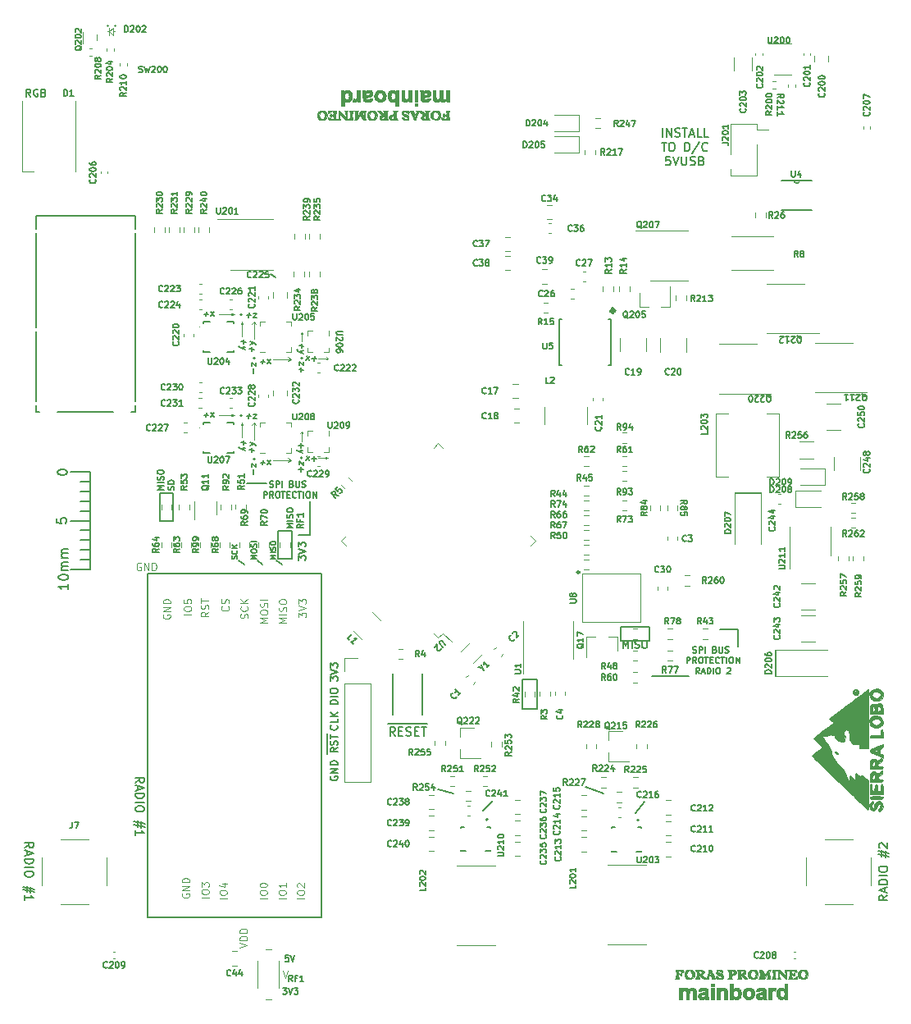
<source format=gto>
G04 #@! TF.GenerationSoftware,KiCad,Pcbnew,(5.1.9)-1*
G04 #@! TF.CreationDate,2021-12-20T19:14:58-05:00*
G04 #@! TF.ProjectId,mainboard,6d61696e-626f-4617-9264-2e6b69636164,rev?*
G04 #@! TF.SameCoordinates,Original*
G04 #@! TF.FileFunction,Legend,Top*
G04 #@! TF.FilePolarity,Positive*
%FSLAX46Y46*%
G04 Gerber Fmt 4.6, Leading zero omitted, Abs format (unit mm)*
G04 Created by KiCad (PCBNEW (5.1.9)-1) date 2021-12-20 19:14:58*
%MOMM*%
%LPD*%
G01*
G04 APERTURE LIST*
%ADD10C,0.127000*%
%ADD11C,0.121920*%
%ADD12C,0.177800*%
%ADD13C,0.010000*%
%ADD14C,0.120000*%
%ADD15C,0.150000*%
%ADD16C,0.200000*%
%ADD17C,0.203200*%
%ADD18C,0.100000*%
%ADD19C,0.060000*%
%ADD20C,0.152400*%
%ADD21C,0.250000*%
%ADD22C,0.381000*%
G04 APERTURE END LIST*
D10*
X124333000Y-73025000D02*
X124841000Y-73406000D01*
X164803666Y-58885666D02*
X164803666Y-57996666D01*
X165227000Y-58885666D02*
X165227000Y-57996666D01*
X165735000Y-58885666D01*
X165735000Y-57996666D01*
X166116000Y-58843333D02*
X166243000Y-58885666D01*
X166454666Y-58885666D01*
X166539333Y-58843333D01*
X166581666Y-58801000D01*
X166624000Y-58716333D01*
X166624000Y-58631666D01*
X166581666Y-58547000D01*
X166539333Y-58504666D01*
X166454666Y-58462333D01*
X166285333Y-58420000D01*
X166200666Y-58377666D01*
X166158333Y-58335333D01*
X166116000Y-58250666D01*
X166116000Y-58166000D01*
X166158333Y-58081333D01*
X166200666Y-58039000D01*
X166285333Y-57996666D01*
X166497000Y-57996666D01*
X166624000Y-58039000D01*
X166878000Y-57996666D02*
X167386000Y-57996666D01*
X167132000Y-58885666D02*
X167132000Y-57996666D01*
X167640000Y-58631666D02*
X168063333Y-58631666D01*
X167555333Y-58885666D02*
X167851666Y-57996666D01*
X168148000Y-58885666D01*
X168867666Y-58885666D02*
X168444333Y-58885666D01*
X168444333Y-57996666D01*
X169587333Y-58885666D02*
X169164000Y-58885666D01*
X169164000Y-57996666D01*
X164719000Y-59457166D02*
X165227000Y-59457166D01*
X164973000Y-60346166D02*
X164973000Y-59457166D01*
X165692666Y-59457166D02*
X165862000Y-59457166D01*
X165946666Y-59499500D01*
X166031333Y-59584166D01*
X166073666Y-59753500D01*
X166073666Y-60049833D01*
X166031333Y-60219166D01*
X165946666Y-60303833D01*
X165862000Y-60346166D01*
X165692666Y-60346166D01*
X165608000Y-60303833D01*
X165523333Y-60219166D01*
X165481000Y-60049833D01*
X165481000Y-59753500D01*
X165523333Y-59584166D01*
X165608000Y-59499500D01*
X165692666Y-59457166D01*
X167132000Y-60346166D02*
X167132000Y-59457166D01*
X167343666Y-59457166D01*
X167470666Y-59499500D01*
X167555333Y-59584166D01*
X167597666Y-59668833D01*
X167640000Y-59838166D01*
X167640000Y-59965166D01*
X167597666Y-60134500D01*
X167555333Y-60219166D01*
X167470666Y-60303833D01*
X167343666Y-60346166D01*
X167132000Y-60346166D01*
X168656000Y-59414833D02*
X167894000Y-60557833D01*
X169460333Y-60261500D02*
X169418000Y-60303833D01*
X169291000Y-60346166D01*
X169206333Y-60346166D01*
X169079333Y-60303833D01*
X168994666Y-60219166D01*
X168952333Y-60134500D01*
X168910000Y-59965166D01*
X168910000Y-59838166D01*
X168952333Y-59668833D01*
X168994666Y-59584166D01*
X169079333Y-59499500D01*
X169206333Y-59457166D01*
X169291000Y-59457166D01*
X169418000Y-59499500D01*
X169460333Y-59541833D01*
X165629166Y-60917666D02*
X165205833Y-60917666D01*
X165163500Y-61341000D01*
X165205833Y-61298666D01*
X165290500Y-61256333D01*
X165502166Y-61256333D01*
X165586833Y-61298666D01*
X165629166Y-61341000D01*
X165671500Y-61425666D01*
X165671500Y-61637333D01*
X165629166Y-61722000D01*
X165586833Y-61764333D01*
X165502166Y-61806666D01*
X165290500Y-61806666D01*
X165205833Y-61764333D01*
X165163500Y-61722000D01*
X165925500Y-60917666D02*
X166221833Y-61806666D01*
X166518166Y-60917666D01*
X166814500Y-60917666D02*
X166814500Y-61637333D01*
X166856833Y-61722000D01*
X166899166Y-61764333D01*
X166983833Y-61806666D01*
X167153166Y-61806666D01*
X167237833Y-61764333D01*
X167280166Y-61722000D01*
X167322500Y-61637333D01*
X167322500Y-60917666D01*
X167703500Y-61764333D02*
X167830500Y-61806666D01*
X168042166Y-61806666D01*
X168126833Y-61764333D01*
X168169166Y-61722000D01*
X168211500Y-61637333D01*
X168211500Y-61552666D01*
X168169166Y-61468000D01*
X168126833Y-61425666D01*
X168042166Y-61383333D01*
X167872833Y-61341000D01*
X167788166Y-61298666D01*
X167745833Y-61256333D01*
X167703500Y-61171666D01*
X167703500Y-61087000D01*
X167745833Y-61002333D01*
X167788166Y-60960000D01*
X167872833Y-60917666D01*
X168084500Y-60917666D01*
X168211500Y-60960000D01*
X168888833Y-61341000D02*
X169015833Y-61383333D01*
X169058166Y-61425666D01*
X169100500Y-61510333D01*
X169100500Y-61637333D01*
X169058166Y-61722000D01*
X169015833Y-61764333D01*
X168931166Y-61806666D01*
X168592500Y-61806666D01*
X168592500Y-60917666D01*
X168888833Y-60917666D01*
X168973500Y-60960000D01*
X169015833Y-61002333D01*
X169058166Y-61087000D01*
X169058166Y-61171666D01*
X169015833Y-61256333D01*
X168973500Y-61298666D01*
X168888833Y-61341000D01*
X168592500Y-61341000D01*
X146304000Y-128397000D02*
X147320000Y-127381000D01*
X162052000Y-128651000D02*
X162941000Y-127508000D01*
X156845000Y-125984000D02*
X158750000Y-126619000D01*
X141605000Y-126238000D02*
X143256000Y-126619000D01*
X126652261Y-99207259D02*
X126017261Y-99207259D01*
X126470833Y-98995592D01*
X126017261Y-98783926D01*
X126652261Y-98783926D01*
X126652261Y-98481545D02*
X126017261Y-98481545D01*
X126622023Y-98209402D02*
X126652261Y-98118688D01*
X126652261Y-97967497D01*
X126622023Y-97907021D01*
X126591785Y-97876783D01*
X126531309Y-97846545D01*
X126470833Y-97846545D01*
X126410357Y-97876783D01*
X126380119Y-97907021D01*
X126349880Y-97967497D01*
X126319642Y-98088450D01*
X126289404Y-98148926D01*
X126259166Y-98179164D01*
X126198690Y-98209402D01*
X126138214Y-98209402D01*
X126077738Y-98179164D01*
X126047500Y-98148926D01*
X126017261Y-98088450D01*
X126017261Y-97937259D01*
X126047500Y-97846545D01*
X126017261Y-97453450D02*
X126017261Y-97332497D01*
X126047500Y-97272021D01*
X126107976Y-97211545D01*
X126228928Y-97181307D01*
X126440595Y-97181307D01*
X126561547Y-97211545D01*
X126622023Y-97272021D01*
X126652261Y-97332497D01*
X126652261Y-97453450D01*
X126622023Y-97513926D01*
X126561547Y-97574402D01*
X126440595Y-97604640D01*
X126228928Y-97604640D01*
X126107976Y-97574402D01*
X126047500Y-97513926D01*
X126017261Y-97453450D01*
X127731761Y-98844402D02*
X127429380Y-99056069D01*
X127731761Y-99207259D02*
X127096761Y-99207259D01*
X127096761Y-98965354D01*
X127127000Y-98904878D01*
X127157238Y-98874640D01*
X127217714Y-98844402D01*
X127308428Y-98844402D01*
X127368904Y-98874640D01*
X127399142Y-98904878D01*
X127429380Y-98965354D01*
X127429380Y-99207259D01*
X127399142Y-98360592D02*
X127399142Y-98572259D01*
X127731761Y-98572259D02*
X127096761Y-98572259D01*
X127096761Y-98269878D01*
X127731761Y-97695354D02*
X127731761Y-98058211D01*
X127731761Y-97876783D02*
X127096761Y-97876783D01*
X127187476Y-97937259D01*
X127247952Y-97997735D01*
X127278190Y-98058211D01*
X99594307Y-54700714D02*
X99340307Y-54337857D01*
X99158878Y-54700714D02*
X99158878Y-53938714D01*
X99449164Y-53938714D01*
X99521735Y-53975000D01*
X99558021Y-54011285D01*
X99594307Y-54083857D01*
X99594307Y-54192714D01*
X99558021Y-54265285D01*
X99521735Y-54301571D01*
X99449164Y-54337857D01*
X99158878Y-54337857D01*
X100320021Y-53975000D02*
X100247450Y-53938714D01*
X100138592Y-53938714D01*
X100029735Y-53975000D01*
X99957164Y-54047571D01*
X99920878Y-54120142D01*
X99884592Y-54265285D01*
X99884592Y-54374142D01*
X99920878Y-54519285D01*
X99957164Y-54591857D01*
X100029735Y-54664428D01*
X100138592Y-54700714D01*
X100211164Y-54700714D01*
X100320021Y-54664428D01*
X100356307Y-54628142D01*
X100356307Y-54374142D01*
X100211164Y-54374142D01*
X100936878Y-54301571D02*
X101045735Y-54337857D01*
X101082021Y-54374142D01*
X101118307Y-54446714D01*
X101118307Y-54555571D01*
X101082021Y-54628142D01*
X101045735Y-54664428D01*
X100973164Y-54700714D01*
X100682878Y-54700714D01*
X100682878Y-53938714D01*
X100936878Y-53938714D01*
X101009450Y-53975000D01*
X101045735Y-54011285D01*
X101082021Y-54083857D01*
X101082021Y-54156428D01*
X101045735Y-54229000D01*
X101009450Y-54265285D01*
X100936878Y-54301571D01*
X100682878Y-54301571D01*
X128397000Y-99949000D02*
X127254000Y-99949000D01*
X128397000Y-99949000D02*
X128397000Y-96520000D01*
X121945400Y-94589600D02*
X123901200Y-94589600D01*
X124278571Y-94999023D02*
X124369285Y-95029261D01*
X124520476Y-95029261D01*
X124580952Y-94999023D01*
X124611190Y-94968785D01*
X124641428Y-94908309D01*
X124641428Y-94847833D01*
X124611190Y-94787357D01*
X124580952Y-94757119D01*
X124520476Y-94726880D01*
X124399523Y-94696642D01*
X124339047Y-94666404D01*
X124308809Y-94636166D01*
X124278571Y-94575690D01*
X124278571Y-94515214D01*
X124308809Y-94454738D01*
X124339047Y-94424500D01*
X124399523Y-94394261D01*
X124550714Y-94394261D01*
X124641428Y-94424500D01*
X124913571Y-95029261D02*
X124913571Y-94394261D01*
X125155476Y-94394261D01*
X125215952Y-94424500D01*
X125246190Y-94454738D01*
X125276428Y-94515214D01*
X125276428Y-94605928D01*
X125246190Y-94666404D01*
X125215952Y-94696642D01*
X125155476Y-94726880D01*
X124913571Y-94726880D01*
X125548571Y-95029261D02*
X125548571Y-94394261D01*
X126546428Y-94696642D02*
X126637142Y-94726880D01*
X126667380Y-94757119D01*
X126697619Y-94817595D01*
X126697619Y-94908309D01*
X126667380Y-94968785D01*
X126637142Y-94999023D01*
X126576666Y-95029261D01*
X126334761Y-95029261D01*
X126334761Y-94394261D01*
X126546428Y-94394261D01*
X126606904Y-94424500D01*
X126637142Y-94454738D01*
X126667380Y-94515214D01*
X126667380Y-94575690D01*
X126637142Y-94636166D01*
X126606904Y-94666404D01*
X126546428Y-94696642D01*
X126334761Y-94696642D01*
X126969761Y-94394261D02*
X126969761Y-94908309D01*
X127000000Y-94968785D01*
X127030238Y-94999023D01*
X127090714Y-95029261D01*
X127211666Y-95029261D01*
X127272142Y-94999023D01*
X127302380Y-94968785D01*
X127332619Y-94908309D01*
X127332619Y-94394261D01*
X127604761Y-94999023D02*
X127695476Y-95029261D01*
X127846666Y-95029261D01*
X127907142Y-94999023D01*
X127937380Y-94968785D01*
X127967619Y-94908309D01*
X127967619Y-94847833D01*
X127937380Y-94787357D01*
X127907142Y-94757119D01*
X127846666Y-94726880D01*
X127725714Y-94696642D01*
X127665238Y-94666404D01*
X127635000Y-94636166D01*
X127604761Y-94575690D01*
X127604761Y-94515214D01*
X127635000Y-94454738D01*
X127665238Y-94424500D01*
X127725714Y-94394261D01*
X127876904Y-94394261D01*
X127967619Y-94424500D01*
X123643571Y-96108761D02*
X123643571Y-95473761D01*
X123885476Y-95473761D01*
X123945952Y-95504000D01*
X123976190Y-95534238D01*
X124006428Y-95594714D01*
X124006428Y-95685428D01*
X123976190Y-95745904D01*
X123945952Y-95776142D01*
X123885476Y-95806380D01*
X123643571Y-95806380D01*
X124641428Y-96108761D02*
X124429761Y-95806380D01*
X124278571Y-96108761D02*
X124278571Y-95473761D01*
X124520476Y-95473761D01*
X124580952Y-95504000D01*
X124611190Y-95534238D01*
X124641428Y-95594714D01*
X124641428Y-95685428D01*
X124611190Y-95745904D01*
X124580952Y-95776142D01*
X124520476Y-95806380D01*
X124278571Y-95806380D01*
X125034523Y-95473761D02*
X125155476Y-95473761D01*
X125215952Y-95504000D01*
X125276428Y-95564476D01*
X125306666Y-95685428D01*
X125306666Y-95897095D01*
X125276428Y-96018047D01*
X125215952Y-96078523D01*
X125155476Y-96108761D01*
X125034523Y-96108761D01*
X124974047Y-96078523D01*
X124913571Y-96018047D01*
X124883333Y-95897095D01*
X124883333Y-95685428D01*
X124913571Y-95564476D01*
X124974047Y-95504000D01*
X125034523Y-95473761D01*
X125488095Y-95473761D02*
X125850952Y-95473761D01*
X125669523Y-96108761D02*
X125669523Y-95473761D01*
X126062619Y-95776142D02*
X126274285Y-95776142D01*
X126365000Y-96108761D02*
X126062619Y-96108761D01*
X126062619Y-95473761D01*
X126365000Y-95473761D01*
X127000000Y-96048285D02*
X126969761Y-96078523D01*
X126879047Y-96108761D01*
X126818571Y-96108761D01*
X126727857Y-96078523D01*
X126667380Y-96018047D01*
X126637142Y-95957571D01*
X126606904Y-95836619D01*
X126606904Y-95745904D01*
X126637142Y-95624952D01*
X126667380Y-95564476D01*
X126727857Y-95504000D01*
X126818571Y-95473761D01*
X126879047Y-95473761D01*
X126969761Y-95504000D01*
X127000000Y-95534238D01*
X127181428Y-95473761D02*
X127544285Y-95473761D01*
X127362857Y-96108761D02*
X127362857Y-95473761D01*
X127755952Y-96108761D02*
X127755952Y-95473761D01*
X128179285Y-95473761D02*
X128300238Y-95473761D01*
X128360714Y-95504000D01*
X128421190Y-95564476D01*
X128451428Y-95685428D01*
X128451428Y-95897095D01*
X128421190Y-96018047D01*
X128360714Y-96078523D01*
X128300238Y-96108761D01*
X128179285Y-96108761D01*
X128118809Y-96078523D01*
X128058333Y-96018047D01*
X128028095Y-95897095D01*
X128028095Y-95685428D01*
X128058333Y-95564476D01*
X128118809Y-95504000D01*
X128179285Y-95473761D01*
X128723571Y-96108761D02*
X128723571Y-95473761D01*
X129086428Y-96108761D01*
X129086428Y-95473761D01*
X127220704Y-102551592D02*
X127220704Y-102079878D01*
X127510990Y-102333878D01*
X127510990Y-102225021D01*
X127547275Y-102152450D01*
X127583561Y-102116164D01*
X127656132Y-102079878D01*
X127837561Y-102079878D01*
X127910132Y-102116164D01*
X127946418Y-102152450D01*
X127982704Y-102225021D01*
X127982704Y-102442735D01*
X127946418Y-102515307D01*
X127910132Y-102551592D01*
X127220704Y-101862164D02*
X127982704Y-101608164D01*
X127220704Y-101354164D01*
X127220704Y-101172735D02*
X127220704Y-100701021D01*
X127510990Y-100955021D01*
X127510990Y-100846164D01*
X127547275Y-100773592D01*
X127583561Y-100737307D01*
X127656132Y-100701021D01*
X127837561Y-100701021D01*
X127910132Y-100737307D01*
X127946418Y-100773592D01*
X127982704Y-100846164D01*
X127982704Y-101063878D01*
X127946418Y-101136450D01*
X127910132Y-101172735D01*
X125526800Y-103022400D02*
X124968000Y-102590600D01*
X123545600Y-103022400D02*
X122986800Y-102590600D01*
X121615200Y-103022400D02*
X121056400Y-102590600D01*
X113317261Y-95270259D02*
X112682261Y-95270259D01*
X113135833Y-95058592D01*
X112682261Y-94846926D01*
X113317261Y-94846926D01*
X113317261Y-94544545D02*
X112682261Y-94544545D01*
X113287023Y-94272402D02*
X113317261Y-94181688D01*
X113317261Y-94030497D01*
X113287023Y-93970021D01*
X113256785Y-93939783D01*
X113196309Y-93909545D01*
X113135833Y-93909545D01*
X113075357Y-93939783D01*
X113045119Y-93970021D01*
X113014880Y-94030497D01*
X112984642Y-94151450D01*
X112954404Y-94211926D01*
X112924166Y-94242164D01*
X112863690Y-94272402D01*
X112803214Y-94272402D01*
X112742738Y-94242164D01*
X112712500Y-94211926D01*
X112682261Y-94151450D01*
X112682261Y-94000259D01*
X112712500Y-93909545D01*
X112682261Y-93516450D02*
X112682261Y-93395497D01*
X112712500Y-93335021D01*
X112772976Y-93274545D01*
X112893928Y-93244307D01*
X113105595Y-93244307D01*
X113226547Y-93274545D01*
X113287023Y-93335021D01*
X113317261Y-93395497D01*
X113317261Y-93516450D01*
X113287023Y-93576926D01*
X113226547Y-93637402D01*
X113105595Y-93667640D01*
X112893928Y-93667640D01*
X112772976Y-93637402D01*
X112712500Y-93576926D01*
X112682261Y-93516450D01*
X114366523Y-95300497D02*
X114396761Y-95209783D01*
X114396761Y-95058592D01*
X114366523Y-94998116D01*
X114336285Y-94967878D01*
X114275809Y-94937640D01*
X114215333Y-94937640D01*
X114154857Y-94967878D01*
X114124619Y-94998116D01*
X114094380Y-95058592D01*
X114064142Y-95179545D01*
X114033904Y-95240021D01*
X114003666Y-95270259D01*
X113943190Y-95300497D01*
X113882714Y-95300497D01*
X113822238Y-95270259D01*
X113792000Y-95240021D01*
X113761761Y-95179545D01*
X113761761Y-95028354D01*
X113792000Y-94937640D01*
X114396761Y-94665497D02*
X113761761Y-94665497D01*
X113761761Y-94514307D01*
X113792000Y-94423592D01*
X113852476Y-94363116D01*
X113912952Y-94332878D01*
X114033904Y-94302640D01*
X114124619Y-94302640D01*
X114245571Y-94332878D01*
X114306047Y-94363116D01*
X114366523Y-94423592D01*
X114396761Y-94514307D01*
X114396761Y-94665497D01*
X172593000Y-109664500D02*
X172593000Y-111442500D01*
X124890590Y-102400402D02*
X124331790Y-102400402D01*
X124730933Y-102214135D01*
X124331790Y-102027869D01*
X124890590Y-102027869D01*
X124890590Y-101761773D02*
X124331790Y-101761773D01*
X124863980Y-101522288D02*
X124890590Y-101442459D01*
X124890590Y-101309411D01*
X124863980Y-101256192D01*
X124837371Y-101229583D01*
X124784152Y-101202973D01*
X124730933Y-101202973D01*
X124677714Y-101229583D01*
X124651104Y-101256192D01*
X124624495Y-101309411D01*
X124597885Y-101415850D01*
X124571276Y-101469069D01*
X124544666Y-101495678D01*
X124491447Y-101522288D01*
X124438228Y-101522288D01*
X124385009Y-101495678D01*
X124358400Y-101469069D01*
X124331790Y-101415850D01*
X124331790Y-101282802D01*
X124358400Y-101202973D01*
X124331790Y-100857050D02*
X124331790Y-100750611D01*
X124358400Y-100697392D01*
X124411619Y-100644173D01*
X124518057Y-100617564D01*
X124704323Y-100617564D01*
X124810761Y-100644173D01*
X124863980Y-100697392D01*
X124890590Y-100750611D01*
X124890590Y-100857050D01*
X124863980Y-100910269D01*
X124810761Y-100963488D01*
X124704323Y-100990097D01*
X124518057Y-100990097D01*
X124411619Y-100963488D01*
X124358400Y-100910269D01*
X124331790Y-100857050D01*
X120876180Y-102427011D02*
X120902790Y-102347183D01*
X120902790Y-102214135D01*
X120876180Y-102160916D01*
X120849571Y-102134307D01*
X120796352Y-102107697D01*
X120743133Y-102107697D01*
X120689914Y-102134307D01*
X120663304Y-102160916D01*
X120636695Y-102214135D01*
X120610085Y-102320573D01*
X120583476Y-102373792D01*
X120556866Y-102400402D01*
X120503647Y-102427011D01*
X120450428Y-102427011D01*
X120397209Y-102400402D01*
X120370600Y-102373792D01*
X120343990Y-102320573D01*
X120343990Y-102187526D01*
X120370600Y-102107697D01*
X120849571Y-101548897D02*
X120876180Y-101575507D01*
X120902790Y-101655335D01*
X120902790Y-101708554D01*
X120876180Y-101788383D01*
X120822961Y-101841602D01*
X120769742Y-101868211D01*
X120663304Y-101894821D01*
X120583476Y-101894821D01*
X120477038Y-101868211D01*
X120423819Y-101841602D01*
X120370600Y-101788383D01*
X120343990Y-101708554D01*
X120343990Y-101655335D01*
X120370600Y-101575507D01*
X120397209Y-101548897D01*
X120902790Y-101309411D02*
X120343990Y-101309411D01*
X120902790Y-100990097D02*
X120583476Y-101229583D01*
X120343990Y-100990097D02*
X120663304Y-101309411D01*
X110405333Y-125520450D02*
X110828666Y-125224116D01*
X110405333Y-125012450D02*
X111294333Y-125012450D01*
X111294333Y-125351116D01*
X111252000Y-125435783D01*
X111209666Y-125478116D01*
X111125000Y-125520450D01*
X110998000Y-125520450D01*
X110913333Y-125478116D01*
X110871000Y-125435783D01*
X110828666Y-125351116D01*
X110828666Y-125012450D01*
X110659333Y-125859116D02*
X110659333Y-126282450D01*
X110405333Y-125774450D02*
X111294333Y-126070783D01*
X110405333Y-126367116D01*
X110405333Y-126663450D02*
X111294333Y-126663450D01*
X111294333Y-126875116D01*
X111252000Y-127002116D01*
X111167333Y-127086783D01*
X111082666Y-127129116D01*
X110913333Y-127171450D01*
X110786333Y-127171450D01*
X110617000Y-127129116D01*
X110532333Y-127086783D01*
X110447666Y-127002116D01*
X110405333Y-126875116D01*
X110405333Y-126663450D01*
X110405333Y-127552450D02*
X111294333Y-127552450D01*
X111294333Y-128145116D02*
X111294333Y-128314450D01*
X111252000Y-128399116D01*
X111167333Y-128483783D01*
X110998000Y-128526116D01*
X110701666Y-128526116D01*
X110532333Y-128483783D01*
X110447666Y-128399116D01*
X110405333Y-128314450D01*
X110405333Y-128145116D01*
X110447666Y-128060450D01*
X110532333Y-127975783D01*
X110701666Y-127933450D01*
X110998000Y-127933450D01*
X111167333Y-127975783D01*
X111252000Y-128060450D01*
X111294333Y-128145116D01*
X110998000Y-129542116D02*
X110998000Y-130177116D01*
X111379000Y-129796116D02*
X110236000Y-129542116D01*
X110617000Y-130092450D02*
X110617000Y-129457450D01*
X110236000Y-129838450D02*
X111379000Y-130092450D01*
X110405333Y-130939116D02*
X110405333Y-130431116D01*
X110405333Y-130685116D02*
X111294333Y-130685116D01*
X111167333Y-130600450D01*
X111082666Y-130515783D01*
X111040333Y-130431116D01*
X163703000Y-114554000D02*
X167513000Y-114554000D01*
X163461700Y-109448600D02*
X163461700Y-110845600D01*
X160540700Y-109448600D02*
X163461700Y-109448600D01*
X160540700Y-110845600D02*
X163461700Y-110845600D01*
X160540700Y-109448600D02*
X160540700Y-110845600D01*
X126622023Y-146019761D02*
X126410357Y-145717380D01*
X126259166Y-146019761D02*
X126259166Y-145384761D01*
X126501071Y-145384761D01*
X126561547Y-145415000D01*
X126591785Y-145445238D01*
X126622023Y-145505714D01*
X126622023Y-145596428D01*
X126591785Y-145656904D01*
X126561547Y-145687142D01*
X126501071Y-145717380D01*
X126259166Y-145717380D01*
X127105833Y-145687142D02*
X126894166Y-145687142D01*
X126894166Y-146019761D02*
X126894166Y-145384761D01*
X127196547Y-145384761D01*
X127771071Y-146019761D02*
X127408214Y-146019761D01*
X127589642Y-146019761D02*
X127589642Y-145384761D01*
X127529166Y-145475476D01*
X127468690Y-145535952D01*
X127408214Y-145566190D01*
X130519714Y-115008479D02*
X130519714Y-114536765D01*
X130810000Y-114790765D01*
X130810000Y-114681907D01*
X130846285Y-114609336D01*
X130882571Y-114573050D01*
X130955142Y-114536765D01*
X131136571Y-114536765D01*
X131209142Y-114573050D01*
X131245428Y-114609336D01*
X131281714Y-114681907D01*
X131281714Y-114899622D01*
X131245428Y-114972193D01*
X131209142Y-115008479D01*
X130519714Y-114319050D02*
X131281714Y-114065050D01*
X130519714Y-113811050D01*
X130519714Y-113629622D02*
X130519714Y-113157907D01*
X130810000Y-113411907D01*
X130810000Y-113303050D01*
X130846285Y-113230479D01*
X130882571Y-113194193D01*
X130955142Y-113157907D01*
X131136571Y-113157907D01*
X131209142Y-113194193D01*
X131245428Y-113230479D01*
X131281714Y-113303050D01*
X131281714Y-113520765D01*
X131245428Y-113593336D01*
X131209142Y-113629622D01*
X131281714Y-117385193D02*
X130519714Y-117385193D01*
X130519714Y-117203764D01*
X130556000Y-117094907D01*
X130628571Y-117022336D01*
X130701142Y-116986050D01*
X130846285Y-116949764D01*
X130955142Y-116949764D01*
X131100285Y-116986050D01*
X131172857Y-117022336D01*
X131245428Y-117094907D01*
X131281714Y-117203764D01*
X131281714Y-117385193D01*
X131281714Y-116623193D02*
X130519714Y-116623193D01*
X130519714Y-116115193D02*
X130519714Y-115970050D01*
X130556000Y-115897479D01*
X130628571Y-115824907D01*
X130773714Y-115788621D01*
X131027714Y-115788621D01*
X131172857Y-115824907D01*
X131245428Y-115897479D01*
X131281714Y-115970050D01*
X131281714Y-116115193D01*
X131245428Y-116187764D01*
X131172857Y-116260336D01*
X131027714Y-116296621D01*
X130773714Y-116296621D01*
X130628571Y-116260336D01*
X130556000Y-116187764D01*
X130519714Y-116115193D01*
X131209142Y-119598622D02*
X131245428Y-119634907D01*
X131281714Y-119743764D01*
X131281714Y-119816336D01*
X131245428Y-119925193D01*
X131172857Y-119997764D01*
X131100285Y-120034050D01*
X130955142Y-120070336D01*
X130846285Y-120070336D01*
X130701142Y-120034050D01*
X130628571Y-119997764D01*
X130556000Y-119925193D01*
X130519714Y-119816336D01*
X130519714Y-119743764D01*
X130556000Y-119634907D01*
X130592285Y-119598622D01*
X131281714Y-118909193D02*
X131281714Y-119272050D01*
X130519714Y-119272050D01*
X131281714Y-118655193D02*
X130519714Y-118655193D01*
X131281714Y-118219764D02*
X130846285Y-118546336D01*
X130519714Y-118219764D02*
X130955142Y-118655193D01*
D11*
X113284000Y-108183462D02*
X113247714Y-108256033D01*
X113247714Y-108364890D01*
X113284000Y-108473748D01*
X113356571Y-108546319D01*
X113429142Y-108582605D01*
X113574285Y-108618890D01*
X113683142Y-108618890D01*
X113828285Y-108582605D01*
X113900857Y-108546319D01*
X113973428Y-108473748D01*
X114009714Y-108364890D01*
X114009714Y-108292319D01*
X113973428Y-108183462D01*
X113937142Y-108147176D01*
X113683142Y-108147176D01*
X113683142Y-108292319D01*
X114009714Y-107820605D02*
X113247714Y-107820605D01*
X114009714Y-107385176D01*
X113247714Y-107385176D01*
X114009714Y-107022319D02*
X113247714Y-107022319D01*
X113247714Y-106840890D01*
X113284000Y-106732033D01*
X113356571Y-106659462D01*
X113429142Y-106623176D01*
X113574285Y-106586890D01*
X113683142Y-106586890D01*
X113828285Y-106623176D01*
X113900857Y-106659462D01*
X113973428Y-106732033D01*
X114009714Y-106840890D01*
X114009714Y-107022319D01*
X127268514Y-108437462D02*
X127268514Y-107965748D01*
X127558800Y-108219748D01*
X127558800Y-108110890D01*
X127595085Y-108038319D01*
X127631371Y-108002033D01*
X127703942Y-107965748D01*
X127885371Y-107965748D01*
X127957942Y-108002033D01*
X127994228Y-108038319D01*
X128030514Y-108110890D01*
X128030514Y-108328605D01*
X127994228Y-108401176D01*
X127957942Y-108437462D01*
X127268514Y-107748033D02*
X128030514Y-107494033D01*
X127268514Y-107240033D01*
X127268514Y-107058605D02*
X127268514Y-106586890D01*
X127558800Y-106840890D01*
X127558800Y-106732033D01*
X127595085Y-106659462D01*
X127631371Y-106623176D01*
X127703942Y-106586890D01*
X127885371Y-106586890D01*
X127957942Y-106623176D01*
X127994228Y-106659462D01*
X128030514Y-106732033D01*
X128030514Y-106949748D01*
X127994228Y-107022319D01*
X127957942Y-107058605D01*
D10*
X122909390Y-102400402D02*
X122350590Y-102400402D01*
X122749733Y-102214135D01*
X122350590Y-102027869D01*
X122909390Y-102027869D01*
X122350590Y-101655335D02*
X122350590Y-101548897D01*
X122377200Y-101495678D01*
X122430419Y-101442459D01*
X122536857Y-101415850D01*
X122723123Y-101415850D01*
X122829561Y-101442459D01*
X122882780Y-101495678D01*
X122909390Y-101548897D01*
X122909390Y-101655335D01*
X122882780Y-101708554D01*
X122829561Y-101761773D01*
X122723123Y-101788383D01*
X122536857Y-101788383D01*
X122430419Y-101761773D01*
X122377200Y-101708554D01*
X122350590Y-101655335D01*
X122882780Y-101202973D02*
X122909390Y-101123145D01*
X122909390Y-100990097D01*
X122882780Y-100936878D01*
X122856171Y-100910269D01*
X122802952Y-100883659D01*
X122749733Y-100883659D01*
X122696514Y-100910269D01*
X122669904Y-100936878D01*
X122643295Y-100990097D01*
X122616685Y-101096535D01*
X122590076Y-101149754D01*
X122563466Y-101176364D01*
X122510247Y-101202973D01*
X122457028Y-101202973D01*
X122403809Y-101176364D01*
X122377200Y-101149754D01*
X122350590Y-101096535D01*
X122350590Y-100963488D01*
X122377200Y-100883659D01*
X122909390Y-100644173D02*
X122350590Y-100644173D01*
X126555500Y-99504500D02*
X125158500Y-99504500D01*
X125158500Y-102425500D02*
X125158500Y-99504500D01*
X126555500Y-99504500D02*
X126555500Y-102425500D01*
X126555500Y-102425500D02*
X125158500Y-102425500D01*
X114327600Y-98513900D02*
X112930600Y-98513900D01*
X112930600Y-95592900D02*
X112930600Y-98513900D01*
X114327600Y-95592900D02*
X114327600Y-98513900D01*
X114327600Y-95592900D02*
X112930600Y-95592900D01*
X130223260Y-122521435D02*
X130223260Y-121759435D01*
X131281714Y-121904578D02*
X130918857Y-122158578D01*
X131281714Y-122340007D02*
X130519714Y-122340007D01*
X130519714Y-122049721D01*
X130556000Y-121977150D01*
X130592285Y-121940864D01*
X130664857Y-121904578D01*
X130773714Y-121904578D01*
X130846285Y-121940864D01*
X130882571Y-121977150D01*
X130918857Y-122049721D01*
X130918857Y-122340007D01*
X130223260Y-121759435D02*
X130223260Y-121033721D01*
X131245428Y-121614292D02*
X131281714Y-121505435D01*
X131281714Y-121324007D01*
X131245428Y-121251435D01*
X131209142Y-121215150D01*
X131136571Y-121178864D01*
X131064000Y-121178864D01*
X130991428Y-121215150D01*
X130955142Y-121251435D01*
X130918857Y-121324007D01*
X130882571Y-121469150D01*
X130846285Y-121541721D01*
X130810000Y-121578007D01*
X130737428Y-121614292D01*
X130664857Y-121614292D01*
X130592285Y-121578007D01*
X130556000Y-121541721D01*
X130519714Y-121469150D01*
X130519714Y-121287721D01*
X130556000Y-121178864D01*
X130223260Y-121033721D02*
X130223260Y-120453150D01*
X130519714Y-120961150D02*
X130519714Y-120525721D01*
X131281714Y-120743435D02*
X130519714Y-120743435D01*
X125642612Y-146691156D02*
X126035708Y-146691156D01*
X125824041Y-146933061D01*
X125914755Y-146933061D01*
X125975231Y-146963299D01*
X126005469Y-146993537D01*
X126035708Y-147054014D01*
X126035708Y-147205204D01*
X126005469Y-147265680D01*
X125975231Y-147295918D01*
X125914755Y-147326156D01*
X125733327Y-147326156D01*
X125672850Y-147295918D01*
X125642612Y-147265680D01*
X126217136Y-146691156D02*
X126428803Y-147326156D01*
X126640469Y-146691156D01*
X126791660Y-146691156D02*
X127184755Y-146691156D01*
X126973088Y-146933061D01*
X127063803Y-146933061D01*
X127124279Y-146963299D01*
X127154517Y-146993537D01*
X127184755Y-147054014D01*
X127184755Y-147205204D01*
X127154517Y-147265680D01*
X127124279Y-147295918D01*
X127063803Y-147326156D01*
X126882374Y-147326156D01*
X126821898Y-147295918D01*
X126791660Y-147265680D01*
D11*
X121185214Y-142518819D02*
X121947214Y-142264819D01*
X121185214Y-142010819D01*
X121947214Y-141756819D02*
X121185214Y-141756819D01*
X121185214Y-141575390D01*
X121221500Y-141466533D01*
X121294071Y-141393962D01*
X121366642Y-141357676D01*
X121511785Y-141321390D01*
X121620642Y-141321390D01*
X121765785Y-141357676D01*
X121838357Y-141393962D01*
X121910928Y-141466533D01*
X121947214Y-141575390D01*
X121947214Y-141756819D01*
X121947214Y-140994819D02*
X121185214Y-140994819D01*
X121185214Y-140813390D01*
X121221500Y-140704533D01*
X121294071Y-140631962D01*
X121366642Y-140595676D01*
X121511785Y-140559390D01*
X121620642Y-140559390D01*
X121765785Y-140595676D01*
X121838357Y-140631962D01*
X121910928Y-140704533D01*
X121947214Y-140813390D01*
X121947214Y-140994819D01*
D10*
X170751500Y-109664500D02*
X172593000Y-109664500D01*
X167966571Y-112080523D02*
X168057285Y-112110761D01*
X168208476Y-112110761D01*
X168268952Y-112080523D01*
X168299190Y-112050285D01*
X168329428Y-111989809D01*
X168329428Y-111929333D01*
X168299190Y-111868857D01*
X168268952Y-111838619D01*
X168208476Y-111808380D01*
X168087523Y-111778142D01*
X168027047Y-111747904D01*
X167996809Y-111717666D01*
X167966571Y-111657190D01*
X167966571Y-111596714D01*
X167996809Y-111536238D01*
X168027047Y-111506000D01*
X168087523Y-111475761D01*
X168238714Y-111475761D01*
X168329428Y-111506000D01*
X168601571Y-112110761D02*
X168601571Y-111475761D01*
X168843476Y-111475761D01*
X168903952Y-111506000D01*
X168934190Y-111536238D01*
X168964428Y-111596714D01*
X168964428Y-111687428D01*
X168934190Y-111747904D01*
X168903952Y-111778142D01*
X168843476Y-111808380D01*
X168601571Y-111808380D01*
X169236571Y-112110761D02*
X169236571Y-111475761D01*
X170234428Y-111778142D02*
X170325142Y-111808380D01*
X170355380Y-111838619D01*
X170385619Y-111899095D01*
X170385619Y-111989809D01*
X170355380Y-112050285D01*
X170325142Y-112080523D01*
X170264666Y-112110761D01*
X170022761Y-112110761D01*
X170022761Y-111475761D01*
X170234428Y-111475761D01*
X170294904Y-111506000D01*
X170325142Y-111536238D01*
X170355380Y-111596714D01*
X170355380Y-111657190D01*
X170325142Y-111717666D01*
X170294904Y-111747904D01*
X170234428Y-111778142D01*
X170022761Y-111778142D01*
X170657761Y-111475761D02*
X170657761Y-111989809D01*
X170688000Y-112050285D01*
X170718238Y-112080523D01*
X170778714Y-112110761D01*
X170899666Y-112110761D01*
X170960142Y-112080523D01*
X170990380Y-112050285D01*
X171020619Y-111989809D01*
X171020619Y-111475761D01*
X171292761Y-112080523D02*
X171383476Y-112110761D01*
X171534666Y-112110761D01*
X171595142Y-112080523D01*
X171625380Y-112050285D01*
X171655619Y-111989809D01*
X171655619Y-111929333D01*
X171625380Y-111868857D01*
X171595142Y-111838619D01*
X171534666Y-111808380D01*
X171413714Y-111778142D01*
X171353238Y-111747904D01*
X171323000Y-111717666D01*
X171292761Y-111657190D01*
X171292761Y-111596714D01*
X171323000Y-111536238D01*
X171353238Y-111506000D01*
X171413714Y-111475761D01*
X171564904Y-111475761D01*
X171655619Y-111506000D01*
X167331571Y-113190261D02*
X167331571Y-112555261D01*
X167573476Y-112555261D01*
X167633952Y-112585500D01*
X167664190Y-112615738D01*
X167694428Y-112676214D01*
X167694428Y-112766928D01*
X167664190Y-112827404D01*
X167633952Y-112857642D01*
X167573476Y-112887880D01*
X167331571Y-112887880D01*
X168329428Y-113190261D02*
X168117761Y-112887880D01*
X167966571Y-113190261D02*
X167966571Y-112555261D01*
X168208476Y-112555261D01*
X168268952Y-112585500D01*
X168299190Y-112615738D01*
X168329428Y-112676214D01*
X168329428Y-112766928D01*
X168299190Y-112827404D01*
X168268952Y-112857642D01*
X168208476Y-112887880D01*
X167966571Y-112887880D01*
X168722523Y-112555261D02*
X168843476Y-112555261D01*
X168903952Y-112585500D01*
X168964428Y-112645976D01*
X168994666Y-112766928D01*
X168994666Y-112978595D01*
X168964428Y-113099547D01*
X168903952Y-113160023D01*
X168843476Y-113190261D01*
X168722523Y-113190261D01*
X168662047Y-113160023D01*
X168601571Y-113099547D01*
X168571333Y-112978595D01*
X168571333Y-112766928D01*
X168601571Y-112645976D01*
X168662047Y-112585500D01*
X168722523Y-112555261D01*
X169176095Y-112555261D02*
X169538952Y-112555261D01*
X169357523Y-113190261D02*
X169357523Y-112555261D01*
X169750619Y-112857642D02*
X169962285Y-112857642D01*
X170053000Y-113190261D02*
X169750619Y-113190261D01*
X169750619Y-112555261D01*
X170053000Y-112555261D01*
X170688000Y-113129785D02*
X170657761Y-113160023D01*
X170567047Y-113190261D01*
X170506571Y-113190261D01*
X170415857Y-113160023D01*
X170355380Y-113099547D01*
X170325142Y-113039071D01*
X170294904Y-112918119D01*
X170294904Y-112827404D01*
X170325142Y-112706452D01*
X170355380Y-112645976D01*
X170415857Y-112585500D01*
X170506571Y-112555261D01*
X170567047Y-112555261D01*
X170657761Y-112585500D01*
X170688000Y-112615738D01*
X170869428Y-112555261D02*
X171232285Y-112555261D01*
X171050857Y-113190261D02*
X171050857Y-112555261D01*
X171443952Y-113190261D02*
X171443952Y-112555261D01*
X171867285Y-112555261D02*
X171988238Y-112555261D01*
X172048714Y-112585500D01*
X172109190Y-112645976D01*
X172139428Y-112766928D01*
X172139428Y-112978595D01*
X172109190Y-113099547D01*
X172048714Y-113160023D01*
X171988238Y-113190261D01*
X171867285Y-113190261D01*
X171806809Y-113160023D01*
X171746333Y-113099547D01*
X171716095Y-112978595D01*
X171716095Y-112766928D01*
X171746333Y-112645976D01*
X171806809Y-112585500D01*
X171867285Y-112555261D01*
X172411571Y-113190261D02*
X172411571Y-112555261D01*
X172774428Y-113190261D01*
X172774428Y-112555261D01*
X168631809Y-114269761D02*
X168420142Y-113967380D01*
X168268952Y-114269761D02*
X168268952Y-113634761D01*
X168510857Y-113634761D01*
X168571333Y-113665000D01*
X168601571Y-113695238D01*
X168631809Y-113755714D01*
X168631809Y-113846428D01*
X168601571Y-113906904D01*
X168571333Y-113937142D01*
X168510857Y-113967380D01*
X168268952Y-113967380D01*
X168873714Y-114088333D02*
X169176095Y-114088333D01*
X168813238Y-114269761D02*
X169024904Y-113634761D01*
X169236571Y-114269761D01*
X169448238Y-114269761D02*
X169448238Y-113634761D01*
X169599428Y-113634761D01*
X169690142Y-113665000D01*
X169750619Y-113725476D01*
X169780857Y-113785952D01*
X169811095Y-113906904D01*
X169811095Y-113997619D01*
X169780857Y-114118571D01*
X169750619Y-114179047D01*
X169690142Y-114239523D01*
X169599428Y-114269761D01*
X169448238Y-114269761D01*
X170083238Y-114269761D02*
X170083238Y-113634761D01*
X170506571Y-113634761D02*
X170627523Y-113634761D01*
X170688000Y-113665000D01*
X170748476Y-113725476D01*
X170778714Y-113846428D01*
X170778714Y-114058095D01*
X170748476Y-114179047D01*
X170688000Y-114239523D01*
X170627523Y-114269761D01*
X170506571Y-114269761D01*
X170446095Y-114239523D01*
X170385619Y-114179047D01*
X170355380Y-114058095D01*
X170355380Y-113846428D01*
X170385619Y-113725476D01*
X170446095Y-113665000D01*
X170506571Y-113634761D01*
X171504428Y-113695238D02*
X171534666Y-113665000D01*
X171595142Y-113634761D01*
X171746333Y-113634761D01*
X171806809Y-113665000D01*
X171837047Y-113695238D01*
X171867285Y-113755714D01*
X171867285Y-113816190D01*
X171837047Y-113906904D01*
X171474190Y-114269761D01*
X171867285Y-114269761D01*
X160791978Y-111622114D02*
X160791978Y-110860114D01*
X161045978Y-111404400D01*
X161299978Y-110860114D01*
X161299978Y-111622114D01*
X161662835Y-111622114D02*
X161662835Y-110860114D01*
X161989407Y-111585828D02*
X162098264Y-111622114D01*
X162279692Y-111622114D01*
X162352264Y-111585828D01*
X162388550Y-111549542D01*
X162424835Y-111476971D01*
X162424835Y-111404400D01*
X162388550Y-111331828D01*
X162352264Y-111295542D01*
X162279692Y-111259257D01*
X162134550Y-111222971D01*
X162061978Y-111186685D01*
X162025692Y-111150400D01*
X161989407Y-111077828D01*
X161989407Y-111005257D01*
X162025692Y-110932685D01*
X162061978Y-110896400D01*
X162134550Y-110860114D01*
X162315978Y-110860114D01*
X162424835Y-110896400D01*
X162896550Y-110860114D02*
X163041692Y-110860114D01*
X163114264Y-110896400D01*
X163186835Y-110968971D01*
X163223121Y-111114114D01*
X163223121Y-111368114D01*
X163186835Y-111513257D01*
X163114264Y-111585828D01*
X163041692Y-111622114D01*
X162896550Y-111622114D01*
X162823978Y-111585828D01*
X162751407Y-111513257D01*
X162715121Y-111368114D01*
X162715121Y-111114114D01*
X162751407Y-110968971D01*
X162823978Y-110896400D01*
X162896550Y-110860114D01*
X151886832Y-117904751D02*
X150362833Y-117904752D01*
X151886832Y-114856752D02*
X151886832Y-117904751D01*
X150362832Y-114856752D02*
X151886832Y-114856752D01*
X150362833Y-117904752D02*
X150362832Y-114856752D01*
D11*
X125640979Y-144878334D02*
X125894979Y-145640334D01*
X126148979Y-144878334D01*
D10*
X98975333Y-132230880D02*
X99398666Y-131934546D01*
X98975333Y-131722880D02*
X99864333Y-131722880D01*
X99864333Y-132061546D01*
X99822000Y-132146213D01*
X99779666Y-132188546D01*
X99695000Y-132230880D01*
X99568000Y-132230880D01*
X99483333Y-132188546D01*
X99441000Y-132146213D01*
X99398666Y-132061546D01*
X99398666Y-131722880D01*
X99229333Y-132569546D02*
X99229333Y-132992880D01*
X98975333Y-132484880D02*
X99864333Y-132781213D01*
X98975333Y-133077546D01*
X98975333Y-133373880D02*
X99864333Y-133373880D01*
X99864333Y-133585546D01*
X99822000Y-133712546D01*
X99737333Y-133797213D01*
X99652666Y-133839546D01*
X99483333Y-133881880D01*
X99356333Y-133881880D01*
X99187000Y-133839546D01*
X99102333Y-133797213D01*
X99017666Y-133712546D01*
X98975333Y-133585546D01*
X98975333Y-133373880D01*
X98975333Y-134262880D02*
X99864333Y-134262880D01*
X99864333Y-134855546D02*
X99864333Y-135024880D01*
X99822000Y-135109546D01*
X99737333Y-135194213D01*
X99568000Y-135236546D01*
X99271666Y-135236546D01*
X99102333Y-135194213D01*
X99017666Y-135109546D01*
X98975333Y-135024880D01*
X98975333Y-134855546D01*
X99017666Y-134770880D01*
X99102333Y-134686213D01*
X99271666Y-134643880D01*
X99568000Y-134643880D01*
X99737333Y-134686213D01*
X99822000Y-134770880D01*
X99864333Y-134855546D01*
X99568000Y-136252546D02*
X99568000Y-136887546D01*
X99949000Y-136506546D02*
X98806000Y-136252546D01*
X99187000Y-136802880D02*
X99187000Y-136167880D01*
X98806000Y-136548880D02*
X99949000Y-136802880D01*
X98975333Y-137649546D02*
X98975333Y-137141546D01*
X98975333Y-137395546D02*
X99864333Y-137395546D01*
X99737333Y-137310880D01*
X99652666Y-137226213D01*
X99610333Y-137141546D01*
X188070066Y-137137313D02*
X187646733Y-137433646D01*
X188070066Y-137645313D02*
X187181066Y-137645313D01*
X187181066Y-137306646D01*
X187223400Y-137221979D01*
X187265733Y-137179646D01*
X187350400Y-137137313D01*
X187477400Y-137137313D01*
X187562066Y-137179646D01*
X187604400Y-137221979D01*
X187646733Y-137306646D01*
X187646733Y-137645313D01*
X187816066Y-136798646D02*
X187816066Y-136375313D01*
X188070066Y-136883313D02*
X187181066Y-136586979D01*
X188070066Y-136290646D01*
X188070066Y-135994313D02*
X187181066Y-135994313D01*
X187181066Y-135782646D01*
X187223400Y-135655646D01*
X187308066Y-135570979D01*
X187392733Y-135528646D01*
X187562066Y-135486313D01*
X187689066Y-135486313D01*
X187858400Y-135528646D01*
X187943066Y-135570979D01*
X188027733Y-135655646D01*
X188070066Y-135782646D01*
X188070066Y-135994313D01*
X188070066Y-135105313D02*
X187181066Y-135105313D01*
X187181066Y-134512646D02*
X187181066Y-134343313D01*
X187223400Y-134258646D01*
X187308066Y-134173979D01*
X187477400Y-134131646D01*
X187773733Y-134131646D01*
X187943066Y-134173979D01*
X188027733Y-134258646D01*
X188070066Y-134343313D01*
X188070066Y-134512646D01*
X188027733Y-134597313D01*
X187943066Y-134681979D01*
X187773733Y-134724313D01*
X187477400Y-134724313D01*
X187308066Y-134681979D01*
X187223400Y-134597313D01*
X187181066Y-134512646D01*
X187477400Y-133115646D02*
X187477400Y-132480646D01*
X187096400Y-132861646D02*
X188239400Y-133115646D01*
X187858400Y-132565313D02*
X187858400Y-133200313D01*
X188239400Y-132819313D02*
X187096400Y-132565313D01*
X187265733Y-132226646D02*
X187223400Y-132184313D01*
X187181066Y-132099646D01*
X187181066Y-131887979D01*
X187223400Y-131803313D01*
X187265733Y-131760979D01*
X187350400Y-131718646D01*
X187435066Y-131718646D01*
X187562066Y-131760979D01*
X188070066Y-132268979D01*
X188070066Y-131718646D01*
D11*
X121974428Y-108546319D02*
X122010714Y-108437462D01*
X122010714Y-108256033D01*
X121974428Y-108183462D01*
X121938142Y-108147176D01*
X121865571Y-108110890D01*
X121793000Y-108110890D01*
X121720428Y-108147176D01*
X121684142Y-108183462D01*
X121647857Y-108256033D01*
X121611571Y-108401176D01*
X121575285Y-108473748D01*
X121539000Y-108510033D01*
X121466428Y-108546319D01*
X121393857Y-108546319D01*
X121321285Y-108510033D01*
X121285000Y-108473748D01*
X121248714Y-108401176D01*
X121248714Y-108219748D01*
X121285000Y-108110890D01*
X121938142Y-107348890D02*
X121974428Y-107385176D01*
X122010714Y-107494033D01*
X122010714Y-107566605D01*
X121974428Y-107675462D01*
X121901857Y-107748033D01*
X121829285Y-107784319D01*
X121684142Y-107820605D01*
X121575285Y-107820605D01*
X121430142Y-107784319D01*
X121357571Y-107748033D01*
X121285000Y-107675462D01*
X121248714Y-107566605D01*
X121248714Y-107494033D01*
X121285000Y-107385176D01*
X121321285Y-107348890D01*
X122010714Y-107022319D02*
X121248714Y-107022319D01*
X122010714Y-106586890D02*
X121575285Y-106913462D01*
X121248714Y-106586890D02*
X121684142Y-107022319D01*
X124042714Y-109018033D02*
X123280714Y-109018033D01*
X123825000Y-108764033D01*
X123280714Y-108510033D01*
X124042714Y-108510033D01*
X123280714Y-108002033D02*
X123280714Y-107856890D01*
X123317000Y-107784319D01*
X123389571Y-107711748D01*
X123534714Y-107675462D01*
X123788714Y-107675462D01*
X123933857Y-107711748D01*
X124006428Y-107784319D01*
X124042714Y-107856890D01*
X124042714Y-108002033D01*
X124006428Y-108074605D01*
X123933857Y-108147176D01*
X123788714Y-108183462D01*
X123534714Y-108183462D01*
X123389571Y-108147176D01*
X123317000Y-108074605D01*
X123280714Y-108002033D01*
X124006428Y-107385176D02*
X124042714Y-107276319D01*
X124042714Y-107094890D01*
X124006428Y-107022319D01*
X123970142Y-106986033D01*
X123897571Y-106949748D01*
X123825000Y-106949748D01*
X123752428Y-106986033D01*
X123716142Y-107022319D01*
X123679857Y-107094890D01*
X123643571Y-107240033D01*
X123607285Y-107312605D01*
X123571000Y-107348890D01*
X123498428Y-107385176D01*
X123425857Y-107385176D01*
X123353285Y-107348890D01*
X123317000Y-107312605D01*
X123280714Y-107240033D01*
X123280714Y-107058605D01*
X123317000Y-106949748D01*
X124042714Y-106623176D02*
X123280714Y-106623176D01*
X117946714Y-107893176D02*
X117583857Y-108147176D01*
X117946714Y-108328605D02*
X117184714Y-108328605D01*
X117184714Y-108038319D01*
X117221000Y-107965748D01*
X117257285Y-107929462D01*
X117329857Y-107893176D01*
X117438714Y-107893176D01*
X117511285Y-107929462D01*
X117547571Y-107965748D01*
X117583857Y-108038319D01*
X117583857Y-108328605D01*
X117910428Y-107602890D02*
X117946714Y-107494033D01*
X117946714Y-107312605D01*
X117910428Y-107240033D01*
X117874142Y-107203748D01*
X117801571Y-107167462D01*
X117729000Y-107167462D01*
X117656428Y-107203748D01*
X117620142Y-107240033D01*
X117583857Y-107312605D01*
X117547571Y-107457748D01*
X117511285Y-107530319D01*
X117475000Y-107566605D01*
X117402428Y-107602890D01*
X117329857Y-107602890D01*
X117257285Y-107566605D01*
X117221000Y-107530319D01*
X117184714Y-107457748D01*
X117184714Y-107276319D01*
X117221000Y-107167462D01*
X117184714Y-106949748D02*
X117184714Y-106514319D01*
X117946714Y-106732033D02*
X117184714Y-106732033D01*
X126011214Y-109018033D02*
X125249214Y-109018033D01*
X125793500Y-108764033D01*
X125249214Y-108510033D01*
X126011214Y-108510033D01*
X126011214Y-108147176D02*
X125249214Y-108147176D01*
X125974928Y-107820605D02*
X126011214Y-107711748D01*
X126011214Y-107530319D01*
X125974928Y-107457748D01*
X125938642Y-107421462D01*
X125866071Y-107385176D01*
X125793500Y-107385176D01*
X125720928Y-107421462D01*
X125684642Y-107457748D01*
X125648357Y-107530319D01*
X125612071Y-107675462D01*
X125575785Y-107748033D01*
X125539500Y-107784319D01*
X125466928Y-107820605D01*
X125394357Y-107820605D01*
X125321785Y-107784319D01*
X125285500Y-107748033D01*
X125249214Y-107675462D01*
X125249214Y-107494033D01*
X125285500Y-107385176D01*
X125249214Y-106913462D02*
X125249214Y-106768319D01*
X125285500Y-106695748D01*
X125358071Y-106623176D01*
X125503214Y-106586890D01*
X125757214Y-106586890D01*
X125902357Y-106623176D01*
X125974928Y-106695748D01*
X126011214Y-106768319D01*
X126011214Y-106913462D01*
X125974928Y-106986033D01*
X125902357Y-107058605D01*
X125757214Y-107094890D01*
X125503214Y-107094890D01*
X125358071Y-107058605D01*
X125285500Y-106986033D01*
X125249214Y-106913462D01*
X119969642Y-107312605D02*
X120005928Y-107348890D01*
X120042214Y-107457748D01*
X120042214Y-107530319D01*
X120005928Y-107639176D01*
X119933357Y-107711748D01*
X119860785Y-107748033D01*
X119715642Y-107784319D01*
X119606785Y-107784319D01*
X119461642Y-107748033D01*
X119389071Y-107711748D01*
X119316500Y-107639176D01*
X119280214Y-107530319D01*
X119280214Y-107457748D01*
X119316500Y-107348890D01*
X119352785Y-107312605D01*
X120005928Y-107022319D02*
X120042214Y-106913462D01*
X120042214Y-106732033D01*
X120005928Y-106659462D01*
X119969642Y-106623176D01*
X119897071Y-106586890D01*
X119824500Y-106586890D01*
X119751928Y-106623176D01*
X119715642Y-106659462D01*
X119679357Y-106732033D01*
X119643071Y-106877176D01*
X119606785Y-106949748D01*
X119570500Y-106986033D01*
X119497928Y-107022319D01*
X119425357Y-107022319D01*
X119352785Y-106986033D01*
X119316500Y-106949748D01*
X119280214Y-106877176D01*
X119280214Y-106695748D01*
X119316500Y-106586890D01*
X116174156Y-108147176D02*
X115412156Y-108147176D01*
X115412156Y-107639176D02*
X115412156Y-107494033D01*
X115448442Y-107421462D01*
X115521013Y-107348890D01*
X115666156Y-107312605D01*
X115920156Y-107312605D01*
X116065299Y-107348890D01*
X116137870Y-107421462D01*
X116174156Y-107494033D01*
X116174156Y-107639176D01*
X116137870Y-107711748D01*
X116065299Y-107784319D01*
X115920156Y-107820605D01*
X115666156Y-107820605D01*
X115521013Y-107784319D01*
X115448442Y-107711748D01*
X115412156Y-107639176D01*
X115412156Y-106623176D02*
X115412156Y-106986033D01*
X115775013Y-107022319D01*
X115738727Y-106986033D01*
X115702442Y-106913462D01*
X115702442Y-106732033D01*
X115738727Y-106659462D01*
X115775013Y-106623176D01*
X115847584Y-106586890D01*
X116029013Y-106586890D01*
X116101584Y-106623176D01*
X116137870Y-106659462D01*
X116174156Y-106732033D01*
X116174156Y-106913462D01*
X116137870Y-106986033D01*
X116101584Y-107022319D01*
X110955037Y-102870000D02*
X110882466Y-102833714D01*
X110773609Y-102833714D01*
X110664752Y-102870000D01*
X110592180Y-102942571D01*
X110555894Y-103015142D01*
X110519609Y-103160285D01*
X110519609Y-103269142D01*
X110555894Y-103414285D01*
X110592180Y-103486857D01*
X110664752Y-103559428D01*
X110773609Y-103595714D01*
X110846180Y-103595714D01*
X110955037Y-103559428D01*
X110991323Y-103523142D01*
X110991323Y-103269142D01*
X110846180Y-103269142D01*
X111317894Y-103595714D02*
X111317894Y-102833714D01*
X111753323Y-103595714D01*
X111753323Y-102833714D01*
X112116180Y-103595714D02*
X112116180Y-102833714D01*
X112297609Y-102833714D01*
X112406466Y-102870000D01*
X112479037Y-102942571D01*
X112515323Y-103015142D01*
X112551609Y-103160285D01*
X112551609Y-103269142D01*
X112515323Y-103414285D01*
X112479037Y-103486857D01*
X112406466Y-103559428D01*
X112297609Y-103595714D01*
X112116180Y-103595714D01*
X127852714Y-137420676D02*
X127090714Y-137420676D01*
X127090714Y-136912676D02*
X127090714Y-136767533D01*
X127127000Y-136694962D01*
X127199571Y-136622390D01*
X127344714Y-136586105D01*
X127598714Y-136586105D01*
X127743857Y-136622390D01*
X127816428Y-136694962D01*
X127852714Y-136767533D01*
X127852714Y-136912676D01*
X127816428Y-136985248D01*
X127743857Y-137057819D01*
X127598714Y-137094105D01*
X127344714Y-137094105D01*
X127199571Y-137057819D01*
X127127000Y-136985248D01*
X127090714Y-136912676D01*
X127163285Y-136295819D02*
X127127000Y-136259533D01*
X127090714Y-136186962D01*
X127090714Y-136005533D01*
X127127000Y-135932962D01*
X127163285Y-135896676D01*
X127235857Y-135860390D01*
X127308428Y-135860390D01*
X127417285Y-135896676D01*
X127852714Y-136332105D01*
X127852714Y-135860390D01*
X125947714Y-137420676D02*
X125185714Y-137420676D01*
X125185714Y-136912676D02*
X125185714Y-136767533D01*
X125222000Y-136694962D01*
X125294571Y-136622390D01*
X125439714Y-136586105D01*
X125693714Y-136586105D01*
X125838857Y-136622390D01*
X125911428Y-136694962D01*
X125947714Y-136767533D01*
X125947714Y-136912676D01*
X125911428Y-136985248D01*
X125838857Y-137057819D01*
X125693714Y-137094105D01*
X125439714Y-137094105D01*
X125294571Y-137057819D01*
X125222000Y-136985248D01*
X125185714Y-136912676D01*
X125947714Y-135860390D02*
X125947714Y-136295819D01*
X125947714Y-136078105D02*
X125185714Y-136078105D01*
X125294571Y-136150676D01*
X125367142Y-136223248D01*
X125403428Y-136295819D01*
X123981024Y-137420676D02*
X123219024Y-137420676D01*
X123219024Y-136912676D02*
X123219024Y-136767533D01*
X123255310Y-136694962D01*
X123327881Y-136622390D01*
X123473024Y-136586105D01*
X123727024Y-136586105D01*
X123872167Y-136622390D01*
X123944738Y-136694962D01*
X123981024Y-136767533D01*
X123981024Y-136912676D01*
X123944738Y-136985248D01*
X123872167Y-137057819D01*
X123727024Y-137094105D01*
X123473024Y-137094105D01*
X123327881Y-137057819D01*
X123255310Y-136985248D01*
X123219024Y-136912676D01*
X123219024Y-136114390D02*
X123219024Y-136041819D01*
X123255310Y-135969248D01*
X123291595Y-135932962D01*
X123364167Y-135896676D01*
X123509310Y-135860390D01*
X123690738Y-135860390D01*
X123835881Y-135896676D01*
X123908452Y-135932962D01*
X123944738Y-135969248D01*
X123981024Y-136041819D01*
X123981024Y-136114390D01*
X123944738Y-136186962D01*
X123908452Y-136223248D01*
X123835881Y-136259533D01*
X123690738Y-136295819D01*
X123509310Y-136295819D01*
X123364167Y-136259533D01*
X123291595Y-136223248D01*
X123255310Y-136186962D01*
X123219024Y-136114390D01*
X119851714Y-137420676D02*
X119089714Y-137420676D01*
X119089714Y-136912676D02*
X119089714Y-136767533D01*
X119126000Y-136694962D01*
X119198571Y-136622390D01*
X119343714Y-136586105D01*
X119597714Y-136586105D01*
X119742857Y-136622390D01*
X119815428Y-136694962D01*
X119851714Y-136767533D01*
X119851714Y-136912676D01*
X119815428Y-136985248D01*
X119742857Y-137057819D01*
X119597714Y-137094105D01*
X119343714Y-137094105D01*
X119198571Y-137057819D01*
X119126000Y-136985248D01*
X119089714Y-136912676D01*
X119343714Y-135932962D02*
X119851714Y-135932962D01*
X119053428Y-136114390D02*
X119597714Y-136295819D01*
X119597714Y-135824105D01*
X117982998Y-137348105D02*
X117220998Y-137348105D01*
X117220998Y-136840105D02*
X117220998Y-136694962D01*
X117257284Y-136622391D01*
X117329855Y-136549819D01*
X117474998Y-136513534D01*
X117728998Y-136513534D01*
X117874141Y-136549819D01*
X117946712Y-136622391D01*
X117982998Y-136694962D01*
X117982998Y-136840105D01*
X117946712Y-136912677D01*
X117874141Y-136985248D01*
X117728998Y-137021534D01*
X117474998Y-137021534D01*
X117329855Y-136985248D01*
X117257284Y-136912677D01*
X117220998Y-136840105D01*
X117220998Y-136259534D02*
X117220998Y-135787819D01*
X117511284Y-136041819D01*
X117511284Y-135932962D01*
X117547569Y-135860391D01*
X117583855Y-135824105D01*
X117656426Y-135787819D01*
X117837855Y-135787819D01*
X117910426Y-135824105D01*
X117946712Y-135860391D01*
X117982998Y-135932962D01*
X117982998Y-136150677D01*
X117946712Y-136223248D01*
X117910426Y-136259534D01*
X115252500Y-136948962D02*
X115216214Y-137021533D01*
X115216214Y-137130390D01*
X115252500Y-137239248D01*
X115325071Y-137311819D01*
X115397642Y-137348105D01*
X115542785Y-137384390D01*
X115651642Y-137384390D01*
X115796785Y-137348105D01*
X115869357Y-137311819D01*
X115941928Y-137239248D01*
X115978214Y-137130390D01*
X115978214Y-137057819D01*
X115941928Y-136948962D01*
X115905642Y-136912676D01*
X115651642Y-136912676D01*
X115651642Y-137057819D01*
X115978214Y-136586105D02*
X115216214Y-136586105D01*
X115978214Y-136150676D01*
X115216214Y-136150676D01*
X115978214Y-135787819D02*
X115216214Y-135787819D01*
X115216214Y-135606390D01*
X115252500Y-135497533D01*
X115325071Y-135424962D01*
X115397642Y-135388676D01*
X115542785Y-135352390D01*
X115651642Y-135352390D01*
X115796785Y-135388676D01*
X115869357Y-135424962D01*
X115941928Y-135497533D01*
X115978214Y-135606390D01*
X115978214Y-135787819D01*
D10*
X126221973Y-143341156D02*
X125919592Y-143341156D01*
X125889354Y-143643537D01*
X125919592Y-143613299D01*
X125980069Y-143583061D01*
X126131259Y-143583061D01*
X126191735Y-143613299D01*
X126221973Y-143643537D01*
X126252211Y-143704014D01*
X126252211Y-143855204D01*
X126221973Y-143915680D01*
X126191735Y-143945918D01*
X126131259Y-143976156D01*
X125980069Y-143976156D01*
X125919592Y-143945918D01*
X125889354Y-143915680D01*
X126433640Y-143341156D02*
X126645307Y-143976156D01*
X126856973Y-143341156D01*
D12*
X136477163Y-119385080D02*
X137366163Y-119385080D01*
X137196830Y-120658466D02*
X136900496Y-120235133D01*
X136688830Y-120658466D02*
X136688830Y-119769466D01*
X137027496Y-119769466D01*
X137112163Y-119811800D01*
X137154496Y-119854133D01*
X137196830Y-119938800D01*
X137196830Y-120065800D01*
X137154496Y-120150466D01*
X137112163Y-120192800D01*
X137027496Y-120235133D01*
X136688830Y-120235133D01*
X137366163Y-119385080D02*
X138170496Y-119385080D01*
X137577830Y-120192800D02*
X137874163Y-120192800D01*
X138001163Y-120658466D02*
X137577830Y-120658466D01*
X137577830Y-119769466D01*
X138001163Y-119769466D01*
X138170496Y-119385080D02*
X139017163Y-119385080D01*
X138339830Y-120616133D02*
X138466830Y-120658466D01*
X138678496Y-120658466D01*
X138763163Y-120616133D01*
X138805496Y-120573800D01*
X138847830Y-120489133D01*
X138847830Y-120404466D01*
X138805496Y-120319800D01*
X138763163Y-120277466D01*
X138678496Y-120235133D01*
X138509163Y-120192800D01*
X138424496Y-120150466D01*
X138382163Y-120108133D01*
X138339830Y-120023466D01*
X138339830Y-119938800D01*
X138382163Y-119854133D01*
X138424496Y-119811800D01*
X138509163Y-119769466D01*
X138720830Y-119769466D01*
X138847830Y-119811800D01*
X139017163Y-119385080D02*
X139821496Y-119385080D01*
X139228830Y-120192800D02*
X139525163Y-120192800D01*
X139652163Y-120658466D02*
X139228830Y-120658466D01*
X139228830Y-119769466D01*
X139652163Y-119769466D01*
X139821496Y-119385080D02*
X140498830Y-119385080D01*
X139906163Y-119769466D02*
X140414163Y-119769466D01*
X140160163Y-120658466D02*
X140160163Y-119769466D01*
D10*
X130556000Y-124861864D02*
X130519714Y-124934435D01*
X130519714Y-125043292D01*
X130556000Y-125152150D01*
X130628571Y-125224721D01*
X130701142Y-125261007D01*
X130846285Y-125297292D01*
X130955142Y-125297292D01*
X131100285Y-125261007D01*
X131172857Y-125224721D01*
X131245428Y-125152150D01*
X131281714Y-125043292D01*
X131281714Y-124970721D01*
X131245428Y-124861864D01*
X131209142Y-124825578D01*
X130955142Y-124825578D01*
X130955142Y-124970721D01*
X131281714Y-124499007D02*
X130519714Y-124499007D01*
X131281714Y-124063578D01*
X130519714Y-124063578D01*
X131281714Y-123700721D02*
X130519714Y-123700721D01*
X130519714Y-123519292D01*
X130556000Y-123410435D01*
X130628571Y-123337864D01*
X130701142Y-123301578D01*
X130846285Y-123265292D01*
X130955142Y-123265292D01*
X131100285Y-123301578D01*
X131172857Y-123337864D01*
X131245428Y-123410435D01*
X131281714Y-123519292D01*
X131281714Y-123700721D01*
D13*
G36*
X182703948Y-122273494D02*
G01*
X182803000Y-122283058D01*
X182880828Y-122353593D01*
X182966478Y-122500054D01*
X182943789Y-122556135D01*
X182813152Y-122521063D01*
X182799343Y-122514886D01*
X182650021Y-122419415D01*
X182639750Y-122329607D01*
X182703948Y-122273494D01*
G37*
X182703948Y-122273494D02*
X182803000Y-122283058D01*
X182880828Y-122353593D01*
X182966478Y-122500054D01*
X182943789Y-122556135D01*
X182813152Y-122521063D01*
X182799343Y-122514886D01*
X182650021Y-122419415D01*
X182639750Y-122329607D01*
X182703948Y-122273494D01*
G36*
X184588089Y-115964723D02*
G01*
X184739327Y-115882752D01*
X184910205Y-115893232D01*
X185013883Y-115961966D01*
X185090524Y-116124630D01*
X185075746Y-116315135D01*
X185018560Y-116403647D01*
X185018560Y-116268410D01*
X185023535Y-116192903D01*
X184978589Y-116086232D01*
X184915975Y-116013646D01*
X184770826Y-115969197D01*
X184629957Y-116028853D01*
X184559974Y-116149208D01*
X184565062Y-116185187D01*
X184579347Y-116161841D01*
X184670042Y-116106210D01*
X184790473Y-116089320D01*
X184906793Y-116111056D01*
X184924927Y-116155183D01*
X184933800Y-116246052D01*
X184956127Y-116265487D01*
X185018560Y-116268410D01*
X185018560Y-116403647D01*
X184993576Y-116442318D01*
X184833671Y-116496956D01*
X184784577Y-116486995D01*
X184784577Y-116443080D01*
X184879418Y-116426182D01*
X184845139Y-116386048D01*
X184744928Y-116351802D01*
X184709649Y-116350086D01*
X184709649Y-116230824D01*
X184745025Y-116195448D01*
X184709649Y-116160072D01*
X184674273Y-116195448D01*
X184709649Y-116230824D01*
X184709649Y-116350086D01*
X184649173Y-116347143D01*
X184642975Y-116378927D01*
X184741145Y-116437852D01*
X184784577Y-116443080D01*
X184784577Y-116486995D01*
X184654018Y-116460505D01*
X184520438Y-116351332D01*
X184498189Y-116304084D01*
X184494904Y-116113662D01*
X184588089Y-115964723D01*
G37*
X184588089Y-115964723D02*
X184739327Y-115882752D01*
X184910205Y-115893232D01*
X185013883Y-115961966D01*
X185090524Y-116124630D01*
X185075746Y-116315135D01*
X185018560Y-116403647D01*
X185018560Y-116268410D01*
X185023535Y-116192903D01*
X184978589Y-116086232D01*
X184915975Y-116013646D01*
X184770826Y-115969197D01*
X184629957Y-116028853D01*
X184559974Y-116149208D01*
X184565062Y-116185187D01*
X184579347Y-116161841D01*
X184670042Y-116106210D01*
X184790473Y-116089320D01*
X184906793Y-116111056D01*
X184924927Y-116155183D01*
X184933800Y-116246052D01*
X184956127Y-116265487D01*
X185018560Y-116268410D01*
X185018560Y-116403647D01*
X184993576Y-116442318D01*
X184833671Y-116496956D01*
X184784577Y-116486995D01*
X184784577Y-116443080D01*
X184879418Y-116426182D01*
X184845139Y-116386048D01*
X184744928Y-116351802D01*
X184709649Y-116350086D01*
X184709649Y-116230824D01*
X184745025Y-116195448D01*
X184709649Y-116160072D01*
X184674273Y-116195448D01*
X184709649Y-116230824D01*
X184709649Y-116350086D01*
X184649173Y-116347143D01*
X184642975Y-116378927D01*
X184741145Y-116437852D01*
X184784577Y-116443080D01*
X184784577Y-116486995D01*
X184654018Y-116460505D01*
X184520438Y-116351332D01*
X184498189Y-116304084D01*
X184494904Y-116113662D01*
X184588089Y-115964723D01*
G36*
X180783607Y-122279614D02*
G01*
X181351568Y-121861830D01*
X180422488Y-120925576D01*
X181455007Y-120117058D01*
X182487525Y-119308540D01*
X182044753Y-118934712D01*
X183412577Y-117887054D01*
X183839183Y-117560226D01*
X184269968Y-117230059D01*
X184678616Y-116916732D01*
X185038814Y-116640422D01*
X185324248Y-116421307D01*
X185417170Y-116349909D01*
X186053939Y-115860423D01*
X186072395Y-118886731D01*
X186075634Y-119527029D01*
X186077362Y-120122516D01*
X186077630Y-120658522D01*
X186076491Y-121120376D01*
X186073997Y-121493410D01*
X186070199Y-121762953D01*
X186065149Y-121914336D01*
X186061597Y-121942293D01*
X185981064Y-121959308D01*
X185799967Y-121974735D01*
X185583252Y-121984333D01*
X185134162Y-121997119D01*
X185144594Y-121767175D01*
X185143565Y-121625614D01*
X185098526Y-121558758D01*
X184972167Y-121538585D01*
X184838455Y-121537231D01*
X184599857Y-121514627D01*
X184423143Y-121427021D01*
X184315070Y-121330417D01*
X184201599Y-121202364D01*
X184139281Y-121073803D01*
X184113165Y-120896033D01*
X184108256Y-120656755D01*
X184103980Y-120403549D01*
X184082465Y-120253661D01*
X184030686Y-120168968D01*
X183935613Y-120111346D01*
X183919307Y-120103816D01*
X183776596Y-120053891D01*
X183711434Y-120082205D01*
X183700733Y-120106596D01*
X183628989Y-120226646D01*
X183558520Y-120308057D01*
X183484055Y-120400802D01*
X183519632Y-120460054D01*
X183564838Y-120487190D01*
X183647918Y-120604448D01*
X183683164Y-120801175D01*
X183666998Y-121022436D01*
X183610502Y-121188122D01*
X183478282Y-121302524D01*
X183275545Y-121311792D01*
X183023871Y-121218226D01*
X182849221Y-121107012D01*
X182677450Y-120971118D01*
X182604698Y-120875993D01*
X182610229Y-120787029D01*
X182631056Y-120742900D01*
X182673847Y-120638514D01*
X182617655Y-120622895D01*
X182545733Y-120639517D01*
X182379937Y-120642866D01*
X182287777Y-120603925D01*
X182171670Y-120562754D01*
X181984218Y-120595462D01*
X181929719Y-120612577D01*
X181743112Y-120665338D01*
X181612339Y-120686636D01*
X181595941Y-120685518D01*
X181433639Y-120682204D01*
X181351728Y-120738905D01*
X181348925Y-120756919D01*
X181386760Y-120839553D01*
X181489531Y-121012198D01*
X181641135Y-121248866D01*
X181808814Y-121499213D01*
X182030381Y-121836603D01*
X182173105Y-122088334D01*
X182248610Y-122277551D01*
X182268702Y-122414901D01*
X182292709Y-122570740D01*
X182374326Y-122755867D01*
X182527943Y-122997988D01*
X182682472Y-123211466D01*
X182893125Y-123482133D01*
X183105170Y-123735231D01*
X183284434Y-123930650D01*
X183343913Y-123987842D01*
X183509409Y-124174806D01*
X183652926Y-124431304D01*
X183790442Y-124781011D01*
X183885952Y-125034093D01*
X183970806Y-125221008D01*
X184031428Y-125313277D01*
X184046038Y-125317194D01*
X184095643Y-125230277D01*
X184143598Y-125062495D01*
X184149824Y-125031340D01*
X184196872Y-124780552D01*
X184470949Y-125048181D01*
X184745025Y-125315809D01*
X184745025Y-124912314D01*
X184754164Y-124694753D01*
X184777813Y-124548257D01*
X184802540Y-124508819D01*
X184883005Y-124555648D01*
X185015631Y-124673005D01*
X185067771Y-124725628D01*
X185198935Y-124855401D01*
X185266418Y-124889315D01*
X185301035Y-124836840D01*
X185310953Y-124800362D01*
X185339645Y-124734593D01*
X185395574Y-124730889D01*
X185503316Y-124800041D01*
X185687447Y-124952843D01*
X185717866Y-124979059D01*
X186089315Y-125299832D01*
X186089315Y-126820527D01*
X186086441Y-127301042D01*
X186078278Y-127706795D01*
X186065511Y-128021888D01*
X186048827Y-128230419D01*
X186028913Y-128316491D01*
X186024680Y-128317639D01*
X185964717Y-128266095D01*
X185814652Y-128126887D01*
X185585851Y-127910977D01*
X185289684Y-127629326D01*
X184937519Y-127292895D01*
X184540724Y-126912647D01*
X184110668Y-126499543D01*
X183658718Y-126064544D01*
X183196242Y-125618612D01*
X182734610Y-125172709D01*
X182285189Y-124737797D01*
X181859347Y-124324836D01*
X181468454Y-123944789D01*
X181123876Y-123608618D01*
X180836983Y-123327283D01*
X180619142Y-123111746D01*
X180481722Y-122972969D01*
X180481589Y-122972831D01*
X180215647Y-122697398D01*
X180783607Y-122279614D01*
G37*
X180783607Y-122279614D02*
X181351568Y-121861830D01*
X180422488Y-120925576D01*
X181455007Y-120117058D01*
X182487525Y-119308540D01*
X182044753Y-118934712D01*
X183412577Y-117887054D01*
X183839183Y-117560226D01*
X184269968Y-117230059D01*
X184678616Y-116916732D01*
X185038814Y-116640422D01*
X185324248Y-116421307D01*
X185417170Y-116349909D01*
X186053939Y-115860423D01*
X186072395Y-118886731D01*
X186075634Y-119527029D01*
X186077362Y-120122516D01*
X186077630Y-120658522D01*
X186076491Y-121120376D01*
X186073997Y-121493410D01*
X186070199Y-121762953D01*
X186065149Y-121914336D01*
X186061597Y-121942293D01*
X185981064Y-121959308D01*
X185799967Y-121974735D01*
X185583252Y-121984333D01*
X185134162Y-121997119D01*
X185144594Y-121767175D01*
X185143565Y-121625614D01*
X185098526Y-121558758D01*
X184972167Y-121538585D01*
X184838455Y-121537231D01*
X184599857Y-121514627D01*
X184423143Y-121427021D01*
X184315070Y-121330417D01*
X184201599Y-121202364D01*
X184139281Y-121073803D01*
X184113165Y-120896033D01*
X184108256Y-120656755D01*
X184103980Y-120403549D01*
X184082465Y-120253661D01*
X184030686Y-120168968D01*
X183935613Y-120111346D01*
X183919307Y-120103816D01*
X183776596Y-120053891D01*
X183711434Y-120082205D01*
X183700733Y-120106596D01*
X183628989Y-120226646D01*
X183558520Y-120308057D01*
X183484055Y-120400802D01*
X183519632Y-120460054D01*
X183564838Y-120487190D01*
X183647918Y-120604448D01*
X183683164Y-120801175D01*
X183666998Y-121022436D01*
X183610502Y-121188122D01*
X183478282Y-121302524D01*
X183275545Y-121311792D01*
X183023871Y-121218226D01*
X182849221Y-121107012D01*
X182677450Y-120971118D01*
X182604698Y-120875993D01*
X182610229Y-120787029D01*
X182631056Y-120742900D01*
X182673847Y-120638514D01*
X182617655Y-120622895D01*
X182545733Y-120639517D01*
X182379937Y-120642866D01*
X182287777Y-120603925D01*
X182171670Y-120562754D01*
X181984218Y-120595462D01*
X181929719Y-120612577D01*
X181743112Y-120665338D01*
X181612339Y-120686636D01*
X181595941Y-120685518D01*
X181433639Y-120682204D01*
X181351728Y-120738905D01*
X181348925Y-120756919D01*
X181386760Y-120839553D01*
X181489531Y-121012198D01*
X181641135Y-121248866D01*
X181808814Y-121499213D01*
X182030381Y-121836603D01*
X182173105Y-122088334D01*
X182248610Y-122277551D01*
X182268702Y-122414901D01*
X182292709Y-122570740D01*
X182374326Y-122755867D01*
X182527943Y-122997988D01*
X182682472Y-123211466D01*
X182893125Y-123482133D01*
X183105170Y-123735231D01*
X183284434Y-123930650D01*
X183343913Y-123987842D01*
X183509409Y-124174806D01*
X183652926Y-124431304D01*
X183790442Y-124781011D01*
X183885952Y-125034093D01*
X183970806Y-125221008D01*
X184031428Y-125313277D01*
X184046038Y-125317194D01*
X184095643Y-125230277D01*
X184143598Y-125062495D01*
X184149824Y-125031340D01*
X184196872Y-124780552D01*
X184470949Y-125048181D01*
X184745025Y-125315809D01*
X184745025Y-124912314D01*
X184754164Y-124694753D01*
X184777813Y-124548257D01*
X184802540Y-124508819D01*
X184883005Y-124555648D01*
X185015631Y-124673005D01*
X185067771Y-124725628D01*
X185198935Y-124855401D01*
X185266418Y-124889315D01*
X185301035Y-124836840D01*
X185310953Y-124800362D01*
X185339645Y-124734593D01*
X185395574Y-124730889D01*
X185503316Y-124800041D01*
X185687447Y-124952843D01*
X185717866Y-124979059D01*
X186089315Y-125299832D01*
X186089315Y-126820527D01*
X186086441Y-127301042D01*
X186078278Y-127706795D01*
X186065511Y-128021888D01*
X186048827Y-128230419D01*
X186028913Y-128316491D01*
X186024680Y-128317639D01*
X185964717Y-128266095D01*
X185814652Y-128126887D01*
X185585851Y-127910977D01*
X185289684Y-127629326D01*
X184937519Y-127292895D01*
X184540724Y-126912647D01*
X184110668Y-126499543D01*
X183658718Y-126064544D01*
X183196242Y-125618612D01*
X182734610Y-125172709D01*
X182285189Y-124737797D01*
X181859347Y-124324836D01*
X181468454Y-123944789D01*
X181123876Y-123608618D01*
X180836983Y-123327283D01*
X180619142Y-123111746D01*
X180481722Y-122972969D01*
X180481589Y-122972831D01*
X180215647Y-122697398D01*
X180783607Y-122279614D01*
G36*
X186272383Y-116124946D02*
G01*
X186395565Y-115975683D01*
X186653913Y-115838391D01*
X186949144Y-115809925D01*
X187235409Y-115885759D01*
X187466858Y-116061365D01*
X187484419Y-116083189D01*
X187567614Y-116293609D01*
X187565431Y-116550931D01*
X187484021Y-116794143D01*
X187401445Y-116906185D01*
X187172946Y-117045229D01*
X186892255Y-117092622D01*
X186853053Y-117086491D01*
X186853053Y-116800891D01*
X187057737Y-116777004D01*
X187225068Y-116673885D01*
X187252712Y-116639594D01*
X187344622Y-116483841D01*
X187338867Y-116371735D01*
X187230601Y-116240113D01*
X187221348Y-116230824D01*
X187023712Y-116110694D01*
X186808245Y-116093280D01*
X186614070Y-116166007D01*
X186480308Y-116316299D01*
X186443075Y-116481021D01*
X186502902Y-116644513D01*
X186653834Y-116753931D01*
X186853053Y-116800891D01*
X186853053Y-117086491D01*
X186611608Y-117048728D01*
X186383239Y-116913912D01*
X186368576Y-116898980D01*
X186223902Y-116655307D01*
X186192264Y-116382703D01*
X186272383Y-116124946D01*
G37*
X186272383Y-116124946D02*
X186395565Y-115975683D01*
X186653913Y-115838391D01*
X186949144Y-115809925D01*
X187235409Y-115885759D01*
X187466858Y-116061365D01*
X187484419Y-116083189D01*
X187567614Y-116293609D01*
X187565431Y-116550931D01*
X187484021Y-116794143D01*
X187401445Y-116906185D01*
X187172946Y-117045229D01*
X186892255Y-117092622D01*
X186853053Y-117086491D01*
X186853053Y-116800891D01*
X187057737Y-116777004D01*
X187225068Y-116673885D01*
X187252712Y-116639594D01*
X187344622Y-116483841D01*
X187338867Y-116371735D01*
X187230601Y-116240113D01*
X187221348Y-116230824D01*
X187023712Y-116110694D01*
X186808245Y-116093280D01*
X186614070Y-116166007D01*
X186480308Y-116316299D01*
X186443075Y-116481021D01*
X186502902Y-116644513D01*
X186653834Y-116753931D01*
X186853053Y-116800891D01*
X186853053Y-117086491D01*
X186611608Y-117048728D01*
X186383239Y-116913912D01*
X186368576Y-116898980D01*
X186223902Y-116655307D01*
X186192264Y-116382703D01*
X186272383Y-116124946D01*
G36*
X186248269Y-117663197D02*
G01*
X186310403Y-117472959D01*
X186431895Y-117383391D01*
X186627421Y-117375686D01*
X186690010Y-117384415D01*
X186864299Y-117394064D01*
X186970243Y-117365561D01*
X186976595Y-117358199D01*
X187070079Y-117310405D01*
X187223035Y-117292105D01*
X187390889Y-117325869D01*
X187499128Y-117439918D01*
X187557336Y-117653388D01*
X187575100Y-117985413D01*
X187575109Y-117994975D01*
X187575109Y-118424139D01*
X187134533Y-118424139D01*
X187134533Y-118141130D01*
X187285928Y-118110125D01*
X187349337Y-117998721D01*
X187348518Y-117825289D01*
X187306301Y-117665166D01*
X187207651Y-117611337D01*
X187185972Y-117610490D01*
X187087160Y-117640938D01*
X187037473Y-117755964D01*
X187022509Y-117875810D01*
X187019839Y-118052471D01*
X187062048Y-118128125D01*
X187134533Y-118141130D01*
X187134533Y-118424139D01*
X186602268Y-118424139D01*
X186602268Y-118127661D01*
X186685914Y-118116157D01*
X186721158Y-118016728D01*
X186726084Y-117893498D01*
X186712833Y-117721747D01*
X186661860Y-117658123D01*
X186602268Y-117659335D01*
X186503687Y-117738484D01*
X186478451Y-117893498D01*
X186513871Y-118067771D01*
X186602268Y-118127661D01*
X186602268Y-118424139D01*
X186230819Y-118424139D01*
X186230819Y-117972913D01*
X186248269Y-117663197D01*
G37*
X186248269Y-117663197D02*
X186310403Y-117472959D01*
X186431895Y-117383391D01*
X186627421Y-117375686D01*
X186690010Y-117384415D01*
X186864299Y-117394064D01*
X186970243Y-117365561D01*
X186976595Y-117358199D01*
X187070079Y-117310405D01*
X187223035Y-117292105D01*
X187390889Y-117325869D01*
X187499128Y-117439918D01*
X187557336Y-117653388D01*
X187575100Y-117985413D01*
X187575109Y-117994975D01*
X187575109Y-118424139D01*
X187134533Y-118424139D01*
X187134533Y-118141130D01*
X187285928Y-118110125D01*
X187349337Y-117998721D01*
X187348518Y-117825289D01*
X187306301Y-117665166D01*
X187207651Y-117611337D01*
X187185972Y-117610490D01*
X187087160Y-117640938D01*
X187037473Y-117755964D01*
X187022509Y-117875810D01*
X187019839Y-118052471D01*
X187062048Y-118128125D01*
X187134533Y-118141130D01*
X187134533Y-118424139D01*
X186602268Y-118424139D01*
X186602268Y-118127661D01*
X186685914Y-118116157D01*
X186721158Y-118016728D01*
X186726084Y-117893498D01*
X186712833Y-117721747D01*
X186661860Y-117658123D01*
X186602268Y-117659335D01*
X186503687Y-117738484D01*
X186478451Y-117893498D01*
X186513871Y-118067771D01*
X186602268Y-118127661D01*
X186602268Y-118424139D01*
X186230819Y-118424139D01*
X186230819Y-117972913D01*
X186248269Y-117663197D01*
G36*
X186282565Y-118884717D02*
G01*
X186452773Y-118699262D01*
X186679910Y-118586881D01*
X186936668Y-118562854D01*
X187195737Y-118642461D01*
X187368295Y-118772457D01*
X187531936Y-119021114D01*
X187576097Y-119297570D01*
X187496101Y-119563015D01*
X187468761Y-119605767D01*
X187265048Y-119788188D01*
X187007973Y-119869701D01*
X186877726Y-119863213D01*
X186877726Y-119556172D01*
X187100975Y-119523323D01*
X187243743Y-119411313D01*
X187252712Y-119398925D01*
X187337698Y-119271448D01*
X187353248Y-119191894D01*
X187307704Y-119089971D01*
X187292689Y-119062007D01*
X187155070Y-118928369D01*
X186960421Y-118876846D01*
X186751203Y-118899280D01*
X186569879Y-118987511D01*
X186458909Y-119133381D01*
X186443075Y-119225268D01*
X186491474Y-119418498D01*
X186643285Y-119526172D01*
X186877726Y-119556172D01*
X186877726Y-119863213D01*
X186735233Y-119856113D01*
X186484520Y-119753230D01*
X186293531Y-119566860D01*
X186222178Y-119413727D01*
X186196597Y-119127966D01*
X186282565Y-118884717D01*
G37*
X186282565Y-118884717D02*
X186452773Y-118699262D01*
X186679910Y-118586881D01*
X186936668Y-118562854D01*
X187195737Y-118642461D01*
X187368295Y-118772457D01*
X187531936Y-119021114D01*
X187576097Y-119297570D01*
X187496101Y-119563015D01*
X187468761Y-119605767D01*
X187265048Y-119788188D01*
X187007973Y-119869701D01*
X186877726Y-119863213D01*
X186877726Y-119556172D01*
X187100975Y-119523323D01*
X187243743Y-119411313D01*
X187252712Y-119398925D01*
X187337698Y-119271448D01*
X187353248Y-119191894D01*
X187307704Y-119089971D01*
X187292689Y-119062007D01*
X187155070Y-118928369D01*
X186960421Y-118876846D01*
X186751203Y-118899280D01*
X186569879Y-118987511D01*
X186458909Y-119133381D01*
X186443075Y-119225268D01*
X186491474Y-119418498D01*
X186643285Y-119526172D01*
X186877726Y-119556172D01*
X186877726Y-119863213D01*
X186735233Y-119856113D01*
X186484520Y-119753230D01*
X186293531Y-119566860D01*
X186222178Y-119413727D01*
X186196597Y-119127966D01*
X186282565Y-118884717D01*
G36*
X186242636Y-120688454D02*
G01*
X186297063Y-120646200D01*
X186422563Y-120625079D01*
X186647601Y-120617974D01*
X186796836Y-120617454D01*
X187362853Y-120617454D01*
X187362853Y-120299069D01*
X187376742Y-120089218D01*
X187423967Y-119993631D01*
X187468981Y-119980685D01*
X187528510Y-120011387D01*
X187561596Y-120121093D01*
X187574332Y-120336201D01*
X187575109Y-120440573D01*
X187575109Y-120900462D01*
X186902964Y-120900462D01*
X186590566Y-120898325D01*
X186393402Y-120888231D01*
X186285224Y-120864653D01*
X186239784Y-120822066D01*
X186230819Y-120758958D01*
X186242636Y-120688454D01*
G37*
X186242636Y-120688454D02*
X186297063Y-120646200D01*
X186422563Y-120625079D01*
X186647601Y-120617974D01*
X186796836Y-120617454D01*
X187362853Y-120617454D01*
X187362853Y-120299069D01*
X187376742Y-120089218D01*
X187423967Y-119993631D01*
X187468981Y-119980685D01*
X187528510Y-120011387D01*
X187561596Y-120121093D01*
X187574332Y-120336201D01*
X187575109Y-120440573D01*
X187575109Y-120900462D01*
X186902964Y-120900462D01*
X186590566Y-120898325D01*
X186393402Y-120888231D01*
X186285224Y-120864653D01*
X186239784Y-120822066D01*
X186230819Y-120758958D01*
X186242636Y-120688454D01*
G36*
X186243663Y-123444443D02*
G01*
X186276589Y-123240118D01*
X186304060Y-123159877D01*
X186430954Y-123054537D01*
X186619949Y-123024739D01*
X186811946Y-123072994D01*
X186898353Y-123134649D01*
X186981630Y-123198064D01*
X187073258Y-123193464D01*
X187222234Y-123114881D01*
X187262346Y-123090302D01*
X187404172Y-122983489D01*
X187462858Y-122899025D01*
X187456472Y-122878731D01*
X187367594Y-122829724D01*
X187180076Y-122746420D01*
X186927984Y-122643635D01*
X186866485Y-122619741D01*
X186866485Y-122335716D01*
X186979479Y-122333358D01*
X187009092Y-122230558D01*
X186977492Y-122127506D01*
X186897177Y-122131054D01*
X186759623Y-122169317D01*
X186716121Y-122174000D01*
X186668973Y-122201681D01*
X186715456Y-122262324D01*
X186824332Y-122322333D01*
X186866485Y-122335716D01*
X186866485Y-122619741D01*
X186814524Y-122599552D01*
X186527090Y-122483851D01*
X186350406Y-122395086D01*
X186260291Y-122317571D01*
X186232563Y-122235624D01*
X186232290Y-122221921D01*
X186253027Y-122142667D01*
X186328769Y-122067927D01*
X186482284Y-121983778D01*
X186736340Y-121876298D01*
X186904435Y-121810894D01*
X187575109Y-121553917D01*
X187575109Y-121717686D01*
X187518094Y-121873698D01*
X187433605Y-121926367D01*
X187334856Y-121995110D01*
X187295400Y-122143139D01*
X187292100Y-122241268D01*
X187310300Y-122432508D01*
X187377325Y-122525940D01*
X187433605Y-122548260D01*
X187524000Y-122599280D01*
X187565903Y-122716020D01*
X187575109Y-122905455D01*
X187561285Y-123119172D01*
X187499923Y-123254881D01*
X187361186Y-123374967D01*
X187345164Y-123386246D01*
X187117138Y-123563230D01*
X187018289Y-123688090D01*
X187048058Y-123765199D01*
X187205887Y-123798930D01*
X187292100Y-123801298D01*
X187477255Y-123813164D01*
X187559086Y-123861126D01*
X187575109Y-123942802D01*
X187564959Y-124008570D01*
X187517011Y-124050078D01*
X187405017Y-124072852D01*
X187202726Y-124082419D01*
X186902964Y-124084306D01*
X186619956Y-124084306D01*
X186619956Y-123801298D01*
X186745900Y-123778777D01*
X186792361Y-123682660D01*
X186796836Y-123586821D01*
X186759911Y-123405229D01*
X186683567Y-123328879D01*
X186557247Y-123340955D01*
X186470973Y-123466809D01*
X186444159Y-123642105D01*
X186477096Y-123764519D01*
X186602655Y-123801087D01*
X186619956Y-123801298D01*
X186619956Y-124084306D01*
X186230819Y-124084306D01*
X186230819Y-123690518D01*
X186243663Y-123444443D01*
G37*
X186243663Y-123444443D02*
X186276589Y-123240118D01*
X186304060Y-123159877D01*
X186430954Y-123054537D01*
X186619949Y-123024739D01*
X186811946Y-123072994D01*
X186898353Y-123134649D01*
X186981630Y-123198064D01*
X187073258Y-123193464D01*
X187222234Y-123114881D01*
X187262346Y-123090302D01*
X187404172Y-122983489D01*
X187462858Y-122899025D01*
X187456472Y-122878731D01*
X187367594Y-122829724D01*
X187180076Y-122746420D01*
X186927984Y-122643635D01*
X186866485Y-122619741D01*
X186866485Y-122335716D01*
X186979479Y-122333358D01*
X187009092Y-122230558D01*
X186977492Y-122127506D01*
X186897177Y-122131054D01*
X186759623Y-122169317D01*
X186716121Y-122174000D01*
X186668973Y-122201681D01*
X186715456Y-122262324D01*
X186824332Y-122322333D01*
X186866485Y-122335716D01*
X186866485Y-122619741D01*
X186814524Y-122599552D01*
X186527090Y-122483851D01*
X186350406Y-122395086D01*
X186260291Y-122317571D01*
X186232563Y-122235624D01*
X186232290Y-122221921D01*
X186253027Y-122142667D01*
X186328769Y-122067927D01*
X186482284Y-121983778D01*
X186736340Y-121876298D01*
X186904435Y-121810894D01*
X187575109Y-121553917D01*
X187575109Y-121717686D01*
X187518094Y-121873698D01*
X187433605Y-121926367D01*
X187334856Y-121995110D01*
X187295400Y-122143139D01*
X187292100Y-122241268D01*
X187310300Y-122432508D01*
X187377325Y-122525940D01*
X187433605Y-122548260D01*
X187524000Y-122599280D01*
X187565903Y-122716020D01*
X187575109Y-122905455D01*
X187561285Y-123119172D01*
X187499923Y-123254881D01*
X187361186Y-123374967D01*
X187345164Y-123386246D01*
X187117138Y-123563230D01*
X187018289Y-123688090D01*
X187048058Y-123765199D01*
X187205887Y-123798930D01*
X187292100Y-123801298D01*
X187477255Y-123813164D01*
X187559086Y-123861126D01*
X187575109Y-123942802D01*
X187564959Y-124008570D01*
X187517011Y-124050078D01*
X187405017Y-124072852D01*
X187202726Y-124082419D01*
X186902964Y-124084306D01*
X186619956Y-124084306D01*
X186619956Y-123801298D01*
X186745900Y-123778777D01*
X186792361Y-123682660D01*
X186796836Y-123586821D01*
X186759911Y-123405229D01*
X186683567Y-123328879D01*
X186557247Y-123340955D01*
X186470973Y-123466809D01*
X186444159Y-123642105D01*
X186477096Y-123764519D01*
X186602655Y-123801087D01*
X186619956Y-123801298D01*
X186619956Y-124084306D01*
X186230819Y-124084306D01*
X186230819Y-123690518D01*
X186243663Y-123444443D01*
G36*
X186246834Y-124763624D02*
G01*
X186288417Y-124558812D01*
X186324777Y-124478121D01*
X186473824Y-124377007D01*
X186671087Y-124355573D01*
X186850341Y-124414649D01*
X186909774Y-124470791D01*
X186973995Y-124537869D01*
X187051059Y-124538561D01*
X187182199Y-124465579D01*
X187269053Y-124407298D01*
X187539733Y-124222639D01*
X187564456Y-124381861D01*
X187526409Y-124553940D01*
X187424487Y-124648766D01*
X187217685Y-124804805D01*
X187068594Y-124956832D01*
X187009156Y-125072083D01*
X187009092Y-125074835D01*
X187071860Y-125119140D01*
X187228661Y-125143783D01*
X187292100Y-125145587D01*
X187477255Y-125157454D01*
X187559086Y-125205416D01*
X187575109Y-125287091D01*
X187564959Y-125352860D01*
X187517011Y-125394368D01*
X187405017Y-125417142D01*
X187202726Y-125426708D01*
X186902964Y-125428596D01*
X186619956Y-125428596D01*
X186619956Y-125145587D01*
X186745900Y-125123066D01*
X186792361Y-125026949D01*
X186796836Y-124931111D01*
X186759911Y-124749519D01*
X186683567Y-124673168D01*
X186557247Y-124685245D01*
X186470973Y-124811098D01*
X186444159Y-124986395D01*
X186477096Y-125108808D01*
X186602655Y-125145377D01*
X186619956Y-125145587D01*
X186619956Y-125428596D01*
X186230819Y-125428596D01*
X186230819Y-125017606D01*
X186246834Y-124763624D01*
G37*
X186246834Y-124763624D02*
X186288417Y-124558812D01*
X186324777Y-124478121D01*
X186473824Y-124377007D01*
X186671087Y-124355573D01*
X186850341Y-124414649D01*
X186909774Y-124470791D01*
X186973995Y-124537869D01*
X187051059Y-124538561D01*
X187182199Y-124465579D01*
X187269053Y-124407298D01*
X187539733Y-124222639D01*
X187564456Y-124381861D01*
X187526409Y-124553940D01*
X187424487Y-124648766D01*
X187217685Y-124804805D01*
X187068594Y-124956832D01*
X187009156Y-125072083D01*
X187009092Y-125074835D01*
X187071860Y-125119140D01*
X187228661Y-125143783D01*
X187292100Y-125145587D01*
X187477255Y-125157454D01*
X187559086Y-125205416D01*
X187575109Y-125287091D01*
X187564959Y-125352860D01*
X187517011Y-125394368D01*
X187405017Y-125417142D01*
X187202726Y-125426708D01*
X186902964Y-125428596D01*
X186619956Y-125428596D01*
X186619956Y-125145587D01*
X186745900Y-125123066D01*
X186792361Y-125026949D01*
X186796836Y-124931111D01*
X186759911Y-124749519D01*
X186683567Y-124673168D01*
X186557247Y-124685245D01*
X186470973Y-124811098D01*
X186444159Y-124986395D01*
X186477096Y-125108808D01*
X186602655Y-125145377D01*
X186619956Y-125145587D01*
X186619956Y-125428596D01*
X186230819Y-125428596D01*
X186230819Y-125017606D01*
X186246834Y-124763624D01*
G36*
X186251698Y-125725677D02*
G01*
X186287113Y-125654372D01*
X186333848Y-125640852D01*
X186401987Y-125675825D01*
X186435450Y-125799377D01*
X186443075Y-125994612D01*
X186450525Y-126206799D01*
X186482148Y-126312625D01*
X186551850Y-126346859D01*
X186584580Y-126348373D01*
X186673008Y-126327541D01*
X186714824Y-126241040D01*
X186726030Y-126052861D01*
X186726084Y-126029988D01*
X186735342Y-125831023D01*
X186773787Y-125736939D01*
X186857422Y-125711726D01*
X186867588Y-125711604D01*
X186956017Y-125732436D01*
X186997832Y-125818937D01*
X187009038Y-126007116D01*
X187009092Y-126029988D01*
X187016423Y-126226457D01*
X187052459Y-126319542D01*
X187138264Y-126347157D01*
X187185972Y-126348373D01*
X187290949Y-126336903D01*
X187343319Y-126278370D01*
X187361177Y-126136585D01*
X187362853Y-125994612D01*
X187374214Y-125772146D01*
X187413550Y-125663489D01*
X187468981Y-125640852D01*
X187524841Y-125668557D01*
X187557688Y-125768710D01*
X187572608Y-125966867D01*
X187575109Y-126174148D01*
X187575109Y-126707443D01*
X186266195Y-126666757D01*
X186245407Y-126153805D01*
X186239371Y-125883020D01*
X186251698Y-125725677D01*
G37*
X186251698Y-125725677D02*
X186287113Y-125654372D01*
X186333848Y-125640852D01*
X186401987Y-125675825D01*
X186435450Y-125799377D01*
X186443075Y-125994612D01*
X186450525Y-126206799D01*
X186482148Y-126312625D01*
X186551850Y-126346859D01*
X186584580Y-126348373D01*
X186673008Y-126327541D01*
X186714824Y-126241040D01*
X186726030Y-126052861D01*
X186726084Y-126029988D01*
X186735342Y-125831023D01*
X186773787Y-125736939D01*
X186857422Y-125711726D01*
X186867588Y-125711604D01*
X186956017Y-125732436D01*
X186997832Y-125818937D01*
X187009038Y-126007116D01*
X187009092Y-126029988D01*
X187016423Y-126226457D01*
X187052459Y-126319542D01*
X187138264Y-126347157D01*
X187185972Y-126348373D01*
X187290949Y-126336903D01*
X187343319Y-126278370D01*
X187361177Y-126136585D01*
X187362853Y-125994612D01*
X187374214Y-125772146D01*
X187413550Y-125663489D01*
X187468981Y-125640852D01*
X187524841Y-125668557D01*
X187557688Y-125768710D01*
X187572608Y-125966867D01*
X187575109Y-126174148D01*
X187575109Y-126707443D01*
X186266195Y-126666757D01*
X186245407Y-126153805D01*
X186239371Y-125883020D01*
X186251698Y-125725677D01*
G36*
X186240969Y-126990126D02*
G01*
X186288917Y-126948618D01*
X186400911Y-126925843D01*
X186603202Y-126916277D01*
X186902964Y-126914390D01*
X187215362Y-126916526D01*
X187412526Y-126926621D01*
X187520703Y-126950198D01*
X187566144Y-126992786D01*
X187575109Y-127055894D01*
X187564959Y-127121662D01*
X187517011Y-127163170D01*
X187405017Y-127185944D01*
X187202726Y-127195510D01*
X186902964Y-127197398D01*
X186590566Y-127195261D01*
X186393402Y-127185167D01*
X186285224Y-127161589D01*
X186239784Y-127119002D01*
X186230819Y-127055894D01*
X186240969Y-126990126D01*
G37*
X186240969Y-126990126D02*
X186288917Y-126948618D01*
X186400911Y-126925843D01*
X186603202Y-126916277D01*
X186902964Y-126914390D01*
X187215362Y-126916526D01*
X187412526Y-126926621D01*
X187520703Y-126950198D01*
X187566144Y-126992786D01*
X187575109Y-127055894D01*
X187564959Y-127121662D01*
X187517011Y-127163170D01*
X187405017Y-127185944D01*
X187202726Y-127195510D01*
X186902964Y-127197398D01*
X186590566Y-127195261D01*
X186393402Y-127185167D01*
X186285224Y-127161589D01*
X186239784Y-127119002D01*
X186230819Y-127055894D01*
X186240969Y-126990126D01*
G36*
X186184670Y-127816523D02*
G01*
X186265987Y-127628447D01*
X186388120Y-127476941D01*
X186511692Y-127409942D01*
X186518881Y-127409654D01*
X186572632Y-127464824D01*
X186580586Y-127583999D01*
X186543847Y-127697680D01*
X186513827Y-127728039D01*
X186459060Y-127825565D01*
X186443075Y-127944470D01*
X186478369Y-128082956D01*
X186558707Y-128110520D01*
X186645776Y-128030583D01*
X186687829Y-127922607D01*
X186799457Y-127648047D01*
X186962131Y-127469645D01*
X187152673Y-127398942D01*
X187347905Y-127447481D01*
X187458015Y-127539041D01*
X187553914Y-127736730D01*
X187570239Y-127985290D01*
X187508990Y-128219969D01*
X187433605Y-128329431D01*
X187273688Y-128445399D01*
X187147416Y-128458621D01*
X187082987Y-128369098D01*
X187079844Y-128329431D01*
X187108442Y-128214445D01*
X187148107Y-128187927D01*
X187241133Y-128127912D01*
X187310532Y-127990669D01*
X187328099Y-127840399D01*
X187318320Y-127800443D01*
X187238767Y-127706117D01*
X187134431Y-127735443D01*
X187022646Y-127876980D01*
X186945620Y-128046423D01*
X186864674Y-128240081D01*
X186783430Y-128333732D01*
X186661488Y-128363073D01*
X186585278Y-128364807D01*
X186359936Y-128305059D01*
X186213522Y-128146524D01*
X186168735Y-127920269D01*
X186184670Y-127816523D01*
G37*
X186184670Y-127816523D02*
X186265987Y-127628447D01*
X186388120Y-127476941D01*
X186511692Y-127409942D01*
X186518881Y-127409654D01*
X186572632Y-127464824D01*
X186580586Y-127583999D01*
X186543847Y-127697680D01*
X186513827Y-127728039D01*
X186459060Y-127825565D01*
X186443075Y-127944470D01*
X186478369Y-128082956D01*
X186558707Y-128110520D01*
X186645776Y-128030583D01*
X186687829Y-127922607D01*
X186799457Y-127648047D01*
X186962131Y-127469645D01*
X187152673Y-127398942D01*
X187347905Y-127447481D01*
X187458015Y-127539041D01*
X187553914Y-127736730D01*
X187570239Y-127985290D01*
X187508990Y-128219969D01*
X187433605Y-128329431D01*
X187273688Y-128445399D01*
X187147416Y-128458621D01*
X187082987Y-128369098D01*
X187079844Y-128329431D01*
X187108442Y-128214445D01*
X187148107Y-128187927D01*
X187241133Y-128127912D01*
X187310532Y-127990669D01*
X187328099Y-127840399D01*
X187318320Y-127800443D01*
X187238767Y-127706117D01*
X187134431Y-127735443D01*
X187022646Y-127876980D01*
X186945620Y-128046423D01*
X186864674Y-128240081D01*
X186783430Y-128333732D01*
X186661488Y-128363073D01*
X186585278Y-128364807D01*
X186359936Y-128305059D01*
X186213522Y-128146524D01*
X186168735Y-127920269D01*
X186184670Y-127816523D01*
G36*
X129405058Y-57095082D02*
G01*
X129271141Y-57007877D01*
X129172241Y-56804728D01*
X129166458Y-56561080D01*
X129251616Y-56341044D01*
X129295551Y-56288239D01*
X129500450Y-56172948D01*
X129750711Y-56150637D01*
X129985031Y-56221307D01*
X130073824Y-56288239D01*
X130203811Y-56499299D01*
X130214645Y-56721650D01*
X130213008Y-56725211D01*
X129918956Y-56725211D01*
X129913583Y-56508825D01*
X129872739Y-56344877D01*
X129854395Y-56314972D01*
X129711342Y-56230702D01*
X129555078Y-56262415D01*
X129429585Y-56396662D01*
X129405439Y-56452248D01*
X129382755Y-56675393D01*
X129454860Y-56872911D01*
X129598741Y-57002820D01*
X129722777Y-57031136D01*
X129833525Y-57014661D01*
X129889657Y-56939779D01*
X129915656Y-56768310D01*
X129918956Y-56725211D01*
X130213008Y-56725211D01*
X130121901Y-56923319D01*
X129941154Y-57072331D01*
X129687976Y-57136712D01*
X129660278Y-57137264D01*
X129405058Y-57095082D01*
G37*
X129405058Y-57095082D02*
X129271141Y-57007877D01*
X129172241Y-56804728D01*
X129166458Y-56561080D01*
X129251616Y-56341044D01*
X129295551Y-56288239D01*
X129500450Y-56172948D01*
X129750711Y-56150637D01*
X129985031Y-56221307D01*
X130073824Y-56288239D01*
X130203811Y-56499299D01*
X130214645Y-56721650D01*
X130213008Y-56725211D01*
X129918956Y-56725211D01*
X129913583Y-56508825D01*
X129872739Y-56344877D01*
X129854395Y-56314972D01*
X129711342Y-56230702D01*
X129555078Y-56262415D01*
X129429585Y-56396662D01*
X129405439Y-56452248D01*
X129382755Y-56675393D01*
X129454860Y-56872911D01*
X129598741Y-57002820D01*
X129722777Y-57031136D01*
X129833525Y-57014661D01*
X129889657Y-56939779D01*
X129915656Y-56768310D01*
X129918956Y-56725211D01*
X130213008Y-56725211D01*
X130121901Y-56923319D01*
X129941154Y-57072331D01*
X129687976Y-57136712D01*
X129660278Y-57137264D01*
X129405058Y-57095082D01*
G36*
X130697868Y-57132721D02*
G01*
X130495490Y-57116240D01*
X130381968Y-57083545D01*
X130331079Y-57030360D01*
X130329026Y-57025350D01*
X130291126Y-56900257D01*
X130329677Y-56885057D01*
X130443328Y-56956372D01*
X130643118Y-57057162D01*
X130784096Y-57048104D01*
X130849504Y-56931937D01*
X130852097Y-56889632D01*
X130810051Y-56746769D01*
X130703769Y-56719846D01*
X130583239Y-56797654D01*
X130524994Y-56826545D01*
X130500917Y-56743055D01*
X130498337Y-56651097D01*
X130505198Y-56501298D01*
X130538903Y-56471528D01*
X130609519Y-56530818D01*
X130745028Y-56630734D01*
X130824803Y-56600698D01*
X130852054Y-56439372D01*
X130852097Y-56429744D01*
X130809992Y-56264843D01*
X130693393Y-56213914D01*
X130516875Y-56280972D01*
X130458796Y-56321365D01*
X130313721Y-56413685D01*
X130253758Y-56400121D01*
X130265580Y-56288239D01*
X130303191Y-56211263D01*
X130387617Y-56168347D01*
X130552472Y-56150032D01*
X130768372Y-56146735D01*
X131017313Y-56152230D01*
X131143870Y-56171509D01*
X131166837Y-56208761D01*
X131149256Y-56231638D01*
X131101251Y-56346652D01*
X131070471Y-56549103D01*
X131064354Y-56696447D01*
X131069153Y-56915167D01*
X131093232Y-57025051D01*
X131151108Y-57058685D01*
X131223546Y-57053745D01*
X131310266Y-57030067D01*
X131355940Y-56967743D01*
X131371011Y-56832662D01*
X131365922Y-56590716D01*
X131365854Y-56588936D01*
X131366330Y-56360032D01*
X131384269Y-56200248D01*
X131412362Y-56146735D01*
X131488225Y-56195764D01*
X131626633Y-56324408D01*
X131797860Y-56504999D01*
X131800694Y-56508148D01*
X132125635Y-56869560D01*
X132125635Y-56593050D01*
X132105097Y-56392687D01*
X132054346Y-56248828D01*
X132040732Y-56231638D01*
X132009026Y-56170921D01*
X132093577Y-56148142D01*
X132155524Y-56146735D01*
X132287865Y-56158451D01*
X132301323Y-56206055D01*
X132271701Y-56247366D01*
X132225386Y-56376963D01*
X132207096Y-56587623D01*
X132209974Y-56689567D01*
X132232854Y-56900143D01*
X132279083Y-57007504D01*
X132367655Y-57049872D01*
X132390955Y-57053745D01*
X132479228Y-57056113D01*
X132526918Y-57010386D01*
X132546424Y-56885335D01*
X132550147Y-56652817D01*
X132534957Y-56376666D01*
X132491021Y-56221160D01*
X132461707Y-56193593D01*
X132466473Y-56170560D01*
X132583320Y-56154993D01*
X132652738Y-56152321D01*
X132824778Y-56157702D01*
X132875595Y-56188612D01*
X132847306Y-56231638D01*
X132794968Y-56350624D01*
X132767544Y-56544569D01*
X132764829Y-56763542D01*
X132786615Y-56957611D01*
X132832698Y-57076847D01*
X132850844Y-57090407D01*
X132834124Y-57109379D01*
X132704329Y-57124288D01*
X132499639Y-57131679D01*
X132252918Y-57129584D01*
X132092352Y-57100436D01*
X131962662Y-57021684D01*
X131808571Y-56870779D01*
X131776199Y-56836568D01*
X131492404Y-56535872D01*
X131490635Y-56751666D01*
X131515650Y-56933721D01*
X131573769Y-57052362D01*
X131584712Y-57093513D01*
X131506752Y-57119607D01*
X131322395Y-57133304D01*
X131015322Y-57137264D01*
X130697868Y-57132721D01*
G37*
X130697868Y-57132721D02*
X130495490Y-57116240D01*
X130381968Y-57083545D01*
X130331079Y-57030360D01*
X130329026Y-57025350D01*
X130291126Y-56900257D01*
X130329677Y-56885057D01*
X130443328Y-56956372D01*
X130643118Y-57057162D01*
X130784096Y-57048104D01*
X130849504Y-56931937D01*
X130852097Y-56889632D01*
X130810051Y-56746769D01*
X130703769Y-56719846D01*
X130583239Y-56797654D01*
X130524994Y-56826545D01*
X130500917Y-56743055D01*
X130498337Y-56651097D01*
X130505198Y-56501298D01*
X130538903Y-56471528D01*
X130609519Y-56530818D01*
X130745028Y-56630734D01*
X130824803Y-56600698D01*
X130852054Y-56439372D01*
X130852097Y-56429744D01*
X130809992Y-56264843D01*
X130693393Y-56213914D01*
X130516875Y-56280972D01*
X130458796Y-56321365D01*
X130313721Y-56413685D01*
X130253758Y-56400121D01*
X130265580Y-56288239D01*
X130303191Y-56211263D01*
X130387617Y-56168347D01*
X130552472Y-56150032D01*
X130768372Y-56146735D01*
X131017313Y-56152230D01*
X131143870Y-56171509D01*
X131166837Y-56208761D01*
X131149256Y-56231638D01*
X131101251Y-56346652D01*
X131070471Y-56549103D01*
X131064354Y-56696447D01*
X131069153Y-56915167D01*
X131093232Y-57025051D01*
X131151108Y-57058685D01*
X131223546Y-57053745D01*
X131310266Y-57030067D01*
X131355940Y-56967743D01*
X131371011Y-56832662D01*
X131365922Y-56590716D01*
X131365854Y-56588936D01*
X131366330Y-56360032D01*
X131384269Y-56200248D01*
X131412362Y-56146735D01*
X131488225Y-56195764D01*
X131626633Y-56324408D01*
X131797860Y-56504999D01*
X131800694Y-56508148D01*
X132125635Y-56869560D01*
X132125635Y-56593050D01*
X132105097Y-56392687D01*
X132054346Y-56248828D01*
X132040732Y-56231638D01*
X132009026Y-56170921D01*
X132093577Y-56148142D01*
X132155524Y-56146735D01*
X132287865Y-56158451D01*
X132301323Y-56206055D01*
X132271701Y-56247366D01*
X132225386Y-56376963D01*
X132207096Y-56587623D01*
X132209974Y-56689567D01*
X132232854Y-56900143D01*
X132279083Y-57007504D01*
X132367655Y-57049872D01*
X132390955Y-57053745D01*
X132479228Y-57056113D01*
X132526918Y-57010386D01*
X132546424Y-56885335D01*
X132550147Y-56652817D01*
X132534957Y-56376666D01*
X132491021Y-56221160D01*
X132461707Y-56193593D01*
X132466473Y-56170560D01*
X132583320Y-56154993D01*
X132652738Y-56152321D01*
X132824778Y-56157702D01*
X132875595Y-56188612D01*
X132847306Y-56231638D01*
X132794968Y-56350624D01*
X132767544Y-56544569D01*
X132764829Y-56763542D01*
X132786615Y-56957611D01*
X132832698Y-57076847D01*
X132850844Y-57090407D01*
X132834124Y-57109379D01*
X132704329Y-57124288D01*
X132499639Y-57131679D01*
X132252918Y-57129584D01*
X132092352Y-57100436D01*
X131962662Y-57021684D01*
X131808571Y-56870779D01*
X131776199Y-56836568D01*
X131492404Y-56535872D01*
X131490635Y-56751666D01*
X131515650Y-56933721D01*
X131573769Y-57052362D01*
X131584712Y-57093513D01*
X131506752Y-57119607D01*
X131322395Y-57133304D01*
X131015322Y-57137264D01*
X130697868Y-57132721D01*
G36*
X133023297Y-57117522D02*
G01*
X133025999Y-57091119D01*
X133027724Y-57090407D01*
X133084251Y-56995232D01*
X133113042Y-56775692D01*
X133116164Y-56642000D01*
X133100657Y-56371948D01*
X133056102Y-56219612D01*
X133027724Y-56193593D01*
X133032834Y-56171847D01*
X133149974Y-56159206D01*
X133222292Y-56157907D01*
X133376306Y-56165347D01*
X133430165Y-56184068D01*
X133416861Y-56193593D01*
X133358981Y-56285185D01*
X133334179Y-56475166D01*
X133334147Y-56524080D01*
X133339874Y-56818880D01*
X133484485Y-56482808D01*
X133574841Y-56292828D01*
X133649322Y-56170988D01*
X133677921Y-56146735D01*
X133731423Y-56205815D01*
X133815600Y-56357224D01*
X133874291Y-56482808D01*
X133959649Y-56670286D01*
X134004774Y-56738784D01*
X134023667Y-56700017D01*
X134028889Y-56612195D01*
X133994764Y-56414379D01*
X133918848Y-56276122D01*
X133850867Y-56188924D01*
X133880047Y-56153538D01*
X134027978Y-56146741D01*
X134039126Y-56146735D01*
X134190260Y-56157253D01*
X134219637Y-56195732D01*
X134191596Y-56231638D01*
X134139258Y-56350624D01*
X134111834Y-56544569D01*
X134109118Y-56763542D01*
X134130905Y-56957611D01*
X134176988Y-57076847D01*
X134195134Y-57090407D01*
X134200174Y-57116716D01*
X134091035Y-57131435D01*
X134083314Y-57131679D01*
X133945791Y-57114313D01*
X133853387Y-57028680D01*
X133771885Y-56854256D01*
X133692880Y-56681146D01*
X133625912Y-56581095D01*
X133608379Y-56571248D01*
X133552635Y-56630631D01*
X133474377Y-56779949D01*
X133442804Y-56854256D01*
X133354056Y-57037121D01*
X133258354Y-57117581D01*
X133134425Y-57131679D01*
X133023297Y-57117522D01*
G37*
X133023297Y-57117522D02*
X133025999Y-57091119D01*
X133027724Y-57090407D01*
X133084251Y-56995232D01*
X133113042Y-56775692D01*
X133116164Y-56642000D01*
X133100657Y-56371948D01*
X133056102Y-56219612D01*
X133027724Y-56193593D01*
X133032834Y-56171847D01*
X133149974Y-56159206D01*
X133222292Y-56157907D01*
X133376306Y-56165347D01*
X133430165Y-56184068D01*
X133416861Y-56193593D01*
X133358981Y-56285185D01*
X133334179Y-56475166D01*
X133334147Y-56524080D01*
X133339874Y-56818880D01*
X133484485Y-56482808D01*
X133574841Y-56292828D01*
X133649322Y-56170988D01*
X133677921Y-56146735D01*
X133731423Y-56205815D01*
X133815600Y-56357224D01*
X133874291Y-56482808D01*
X133959649Y-56670286D01*
X134004774Y-56738784D01*
X134023667Y-56700017D01*
X134028889Y-56612195D01*
X133994764Y-56414379D01*
X133918848Y-56276122D01*
X133850867Y-56188924D01*
X133880047Y-56153538D01*
X134027978Y-56146741D01*
X134039126Y-56146735D01*
X134190260Y-56157253D01*
X134219637Y-56195732D01*
X134191596Y-56231638D01*
X134139258Y-56350624D01*
X134111834Y-56544569D01*
X134109118Y-56763542D01*
X134130905Y-56957611D01*
X134176988Y-57076847D01*
X134195134Y-57090407D01*
X134200174Y-57116716D01*
X134091035Y-57131435D01*
X134083314Y-57131679D01*
X133945791Y-57114313D01*
X133853387Y-57028680D01*
X133771885Y-56854256D01*
X133692880Y-56681146D01*
X133625912Y-56581095D01*
X133608379Y-56571248D01*
X133552635Y-56630631D01*
X133474377Y-56779949D01*
X133442804Y-56854256D01*
X133354056Y-57037121D01*
X133258354Y-57117581D01*
X133134425Y-57131679D01*
X133023297Y-57117522D01*
G36*
X134569961Y-57095082D02*
G01*
X134436044Y-57007877D01*
X134337144Y-56804728D01*
X134331360Y-56561080D01*
X134416518Y-56341044D01*
X134460454Y-56288239D01*
X134665353Y-56172948D01*
X134915614Y-56150637D01*
X135149933Y-56221307D01*
X135238727Y-56288239D01*
X135368714Y-56499299D01*
X135379548Y-56721650D01*
X135377911Y-56725211D01*
X135083858Y-56725211D01*
X135078486Y-56508825D01*
X135037641Y-56344877D01*
X135019297Y-56314972D01*
X134876244Y-56230702D01*
X134719981Y-56262415D01*
X134594488Y-56396662D01*
X134570342Y-56452248D01*
X134547657Y-56675393D01*
X134619762Y-56872911D01*
X134763644Y-57002820D01*
X134887679Y-57031136D01*
X134998428Y-57014661D01*
X135054559Y-56939779D01*
X135080559Y-56768310D01*
X135083858Y-56725211D01*
X135377911Y-56725211D01*
X135286804Y-56923319D01*
X135106056Y-57072331D01*
X134852879Y-57136712D01*
X134825180Y-57137264D01*
X134569961Y-57095082D01*
G37*
X134569961Y-57095082D02*
X134436044Y-57007877D01*
X134337144Y-56804728D01*
X134331360Y-56561080D01*
X134416518Y-56341044D01*
X134460454Y-56288239D01*
X134665353Y-56172948D01*
X134915614Y-56150637D01*
X135149933Y-56221307D01*
X135238727Y-56288239D01*
X135368714Y-56499299D01*
X135379548Y-56721650D01*
X135377911Y-56725211D01*
X135083858Y-56725211D01*
X135078486Y-56508825D01*
X135037641Y-56344877D01*
X135019297Y-56314972D01*
X134876244Y-56230702D01*
X134719981Y-56262415D01*
X134594488Y-56396662D01*
X134570342Y-56452248D01*
X134547657Y-56675393D01*
X134619762Y-56872911D01*
X134763644Y-57002820D01*
X134887679Y-57031136D01*
X134998428Y-57014661D01*
X135054559Y-56939779D01*
X135080559Y-56768310D01*
X135083858Y-56725211D01*
X135377911Y-56725211D01*
X135286804Y-56923319D01*
X135106056Y-57072331D01*
X134852879Y-57136712D01*
X134825180Y-57137264D01*
X134569961Y-57095082D01*
G36*
X135949199Y-57126914D02*
G01*
X135764096Y-57108544D01*
X135704402Y-57094319D01*
X135616689Y-56997309D01*
X135597058Y-56845978D01*
X135645674Y-56709774D01*
X135703384Y-56665756D01*
X135753837Y-56621189D01*
X135719467Y-56538318D01*
X135589018Y-56390797D01*
X135583377Y-56384968D01*
X135447092Y-56240782D01*
X135402920Y-56170933D01*
X135444301Y-56148332D01*
X135525544Y-56146097D01*
X135709438Y-56209929D01*
X135891280Y-56376042D01*
X136083945Y-56606624D01*
X136085849Y-56417952D01*
X136057672Y-56265465D01*
X135999312Y-56193593D01*
X136007683Y-56172833D01*
X136128053Y-56159964D01*
X136229256Y-56157907D01*
X136397857Y-56164612D01*
X136470371Y-56181678D01*
X136459200Y-56193593D01*
X136402673Y-56288768D01*
X136373882Y-56508308D01*
X136370760Y-56642000D01*
X136383103Y-56856955D01*
X136087752Y-56856955D01*
X136078079Y-56710164D01*
X136030121Y-56676872D01*
X135941979Y-56715036D01*
X135836676Y-56820658D01*
X135818976Y-56911281D01*
X135899644Y-57025048D01*
X135964748Y-57053200D01*
X136052928Y-57037827D01*
X136085817Y-56924639D01*
X136087752Y-56856955D01*
X136383103Y-56856955D01*
X136386267Y-56912051D01*
X136430822Y-57064388D01*
X136459200Y-57090407D01*
X136447134Y-57110967D01*
X136322769Y-57126320D01*
X136181979Y-57131679D01*
X135949199Y-57126914D01*
G37*
X135949199Y-57126914D02*
X135764096Y-57108544D01*
X135704402Y-57094319D01*
X135616689Y-56997309D01*
X135597058Y-56845978D01*
X135645674Y-56709774D01*
X135703384Y-56665756D01*
X135753837Y-56621189D01*
X135719467Y-56538318D01*
X135589018Y-56390797D01*
X135583377Y-56384968D01*
X135447092Y-56240782D01*
X135402920Y-56170933D01*
X135444301Y-56148332D01*
X135525544Y-56146097D01*
X135709438Y-56209929D01*
X135891280Y-56376042D01*
X136083945Y-56606624D01*
X136085849Y-56417952D01*
X136057672Y-56265465D01*
X135999312Y-56193593D01*
X136007683Y-56172833D01*
X136128053Y-56159964D01*
X136229256Y-56157907D01*
X136397857Y-56164612D01*
X136470371Y-56181678D01*
X136459200Y-56193593D01*
X136402673Y-56288768D01*
X136373882Y-56508308D01*
X136370760Y-56642000D01*
X136383103Y-56856955D01*
X136087752Y-56856955D01*
X136078079Y-56710164D01*
X136030121Y-56676872D01*
X135941979Y-56715036D01*
X135836676Y-56820658D01*
X135818976Y-56911281D01*
X135899644Y-57025048D01*
X135964748Y-57053200D01*
X136052928Y-57037827D01*
X136085817Y-56924639D01*
X136087752Y-56856955D01*
X136383103Y-56856955D01*
X136386267Y-56912051D01*
X136430822Y-57064388D01*
X136459200Y-57090407D01*
X136447134Y-57110967D01*
X136322769Y-57126320D01*
X136181979Y-57131679D01*
X135949199Y-57126914D01*
G36*
X136827576Y-57106993D02*
G01*
X136615130Y-57024225D01*
X136516897Y-56894834D01*
X136512264Y-56854256D01*
X136572505Y-56732232D01*
X136715881Y-56624737D01*
X136886375Y-56571989D01*
X136906455Y-56571248D01*
X137038940Y-56539587D01*
X137078017Y-56418866D01*
X137078281Y-56400264D01*
X137045761Y-56254927D01*
X136989841Y-56193593D01*
X136998219Y-56172186D01*
X137118614Y-56157675D01*
X137219785Y-56154472D01*
X137403809Y-56158682D01*
X137462364Y-56180400D01*
X137414354Y-56223154D01*
X137331670Y-56319189D01*
X137294844Y-56502710D01*
X137290537Y-56642000D01*
X137305930Y-56859444D01*
X137078281Y-56859444D01*
X137060668Y-56692891D01*
X136994701Y-56649780D01*
X136876751Y-56704625D01*
X136807126Y-56816027D01*
X136829626Y-56952236D01*
X136929062Y-57045824D01*
X136955278Y-57053200D01*
X137043821Y-57037558D01*
X137076517Y-56923435D01*
X137078281Y-56859444D01*
X137305930Y-56859444D01*
X137307634Y-56883502D01*
X137365509Y-57020336D01*
X137414354Y-57060845D01*
X137453816Y-57102115D01*
X137385037Y-57125366D01*
X137193087Y-57134589D01*
X137136399Y-57135113D01*
X136827576Y-57106993D01*
G37*
X136827576Y-57106993D02*
X136615130Y-57024225D01*
X136516897Y-56894834D01*
X136512264Y-56854256D01*
X136572505Y-56732232D01*
X136715881Y-56624737D01*
X136886375Y-56571989D01*
X136906455Y-56571248D01*
X137038940Y-56539587D01*
X137078017Y-56418866D01*
X137078281Y-56400264D01*
X137045761Y-56254927D01*
X136989841Y-56193593D01*
X136998219Y-56172186D01*
X137118614Y-56157675D01*
X137219785Y-56154472D01*
X137403809Y-56158682D01*
X137462364Y-56180400D01*
X137414354Y-56223154D01*
X137331670Y-56319189D01*
X137294844Y-56502710D01*
X137290537Y-56642000D01*
X137305930Y-56859444D01*
X137078281Y-56859444D01*
X137060668Y-56692891D01*
X136994701Y-56649780D01*
X136876751Y-56704625D01*
X136807126Y-56816027D01*
X136829626Y-56952236D01*
X136929062Y-57045824D01*
X136955278Y-57053200D01*
X137043821Y-57037558D01*
X137076517Y-56923435D01*
X137078281Y-56859444D01*
X137305930Y-56859444D01*
X137307634Y-56883502D01*
X137365509Y-57020336D01*
X137414354Y-57060845D01*
X137453816Y-57102115D01*
X137385037Y-57125366D01*
X137193087Y-57134589D01*
X137136399Y-57135113D01*
X136827576Y-57106993D01*
G36*
X138070769Y-57109975D02*
G01*
X137969894Y-57024290D01*
X137968587Y-57021010D01*
X137947813Y-56894127D01*
X138011401Y-56873131D01*
X138136494Y-56957607D01*
X138283907Y-57039058D01*
X138390443Y-57039680D01*
X138476844Y-56963826D01*
X138448618Y-56874860D01*
X138324056Y-56808216D01*
X138265277Y-56797202D01*
X138074970Y-56727531D01*
X137958811Y-56637723D01*
X137875952Y-56506065D01*
X137897185Y-56363781D01*
X137914564Y-56323328D01*
X137987794Y-56211141D01*
X138103565Y-56159415D01*
X138310424Y-56146738D01*
X138314926Y-56146735D01*
X138511985Y-56153986D01*
X138605577Y-56189684D01*
X138633539Y-56274752D01*
X138634827Y-56323615D01*
X138618537Y-56466544D01*
X138561011Y-56482834D01*
X138449268Y-56373961D01*
X138427244Y-56347193D01*
X138284847Y-56238181D01*
X138185959Y-56238844D01*
X138078305Y-56326802D01*
X138088077Y-56434509D01*
X138203633Y-56523709D01*
X138279480Y-56546167D01*
X138509606Y-56636588D01*
X138613477Y-56790727D01*
X138606004Y-56959465D01*
X138554443Y-57077638D01*
X138449030Y-57128038D01*
X138287288Y-57137264D01*
X138070769Y-57109975D01*
G37*
X138070769Y-57109975D02*
X137969894Y-57024290D01*
X137968587Y-57021010D01*
X137947813Y-56894127D01*
X138011401Y-56873131D01*
X138136494Y-56957607D01*
X138283907Y-57039058D01*
X138390443Y-57039680D01*
X138476844Y-56963826D01*
X138448618Y-56874860D01*
X138324056Y-56808216D01*
X138265277Y-56797202D01*
X138074970Y-56727531D01*
X137958811Y-56637723D01*
X137875952Y-56506065D01*
X137897185Y-56363781D01*
X137914564Y-56323328D01*
X137987794Y-56211141D01*
X138103565Y-56159415D01*
X138310424Y-56146738D01*
X138314926Y-56146735D01*
X138511985Y-56153986D01*
X138605577Y-56189684D01*
X138633539Y-56274752D01*
X138634827Y-56323615D01*
X138618537Y-56466544D01*
X138561011Y-56482834D01*
X138449268Y-56373961D01*
X138427244Y-56347193D01*
X138284847Y-56238181D01*
X138185959Y-56238844D01*
X138078305Y-56326802D01*
X138088077Y-56434509D01*
X138203633Y-56523709D01*
X138279480Y-56546167D01*
X138509606Y-56636588D01*
X138613477Y-56790727D01*
X138606004Y-56959465D01*
X138554443Y-57077638D01*
X138449030Y-57128038D01*
X138287288Y-57137264D01*
X138070769Y-57109975D01*
G36*
X139199007Y-57095902D02*
G01*
X139095083Y-56959479D01*
X138967741Y-56709489D01*
X138937300Y-56642000D01*
X138717245Y-56146735D01*
X138911598Y-56146735D01*
X139054915Y-56170452D01*
X139100011Y-56262906D01*
X139100334Y-56303719D01*
X139147067Y-56446090D01*
X139226047Y-56487235D01*
X139382353Y-56475865D01*
X139457828Y-56390037D01*
X139423201Y-56265481D01*
X139415589Y-56255862D01*
X139377314Y-56189473D01*
X139423786Y-56157077D01*
X139579721Y-56147093D01*
X139648483Y-56146735D01*
X139877608Y-56164944D01*
X140041435Y-56240565D01*
X140187460Y-56376680D01*
X140402975Y-56606624D01*
X140403302Y-56417952D01*
X140373925Y-56265403D01*
X140315189Y-56193593D01*
X140323567Y-56172186D01*
X140443962Y-56157675D01*
X140545134Y-56154472D01*
X140729157Y-56158682D01*
X140787712Y-56180400D01*
X140739702Y-56223154D01*
X140657018Y-56319189D01*
X140620192Y-56502710D01*
X140615886Y-56642000D01*
X140631278Y-56859444D01*
X140403629Y-56859444D01*
X140386016Y-56692891D01*
X140320049Y-56649780D01*
X140202100Y-56704625D01*
X140132474Y-56816027D01*
X140154975Y-56952236D01*
X140254410Y-57045824D01*
X140280626Y-57053200D01*
X140369169Y-57037558D01*
X140401865Y-56923435D01*
X140403629Y-56859444D01*
X140631278Y-56859444D01*
X140632982Y-56883502D01*
X140690858Y-57020336D01*
X140739702Y-57060845D01*
X140779164Y-57102115D01*
X140710386Y-57125366D01*
X140518435Y-57134589D01*
X140461747Y-57135113D01*
X140147267Y-57109773D01*
X139950080Y-57032638D01*
X139876810Y-56907998D01*
X139910994Y-56778591D01*
X140002820Y-56668869D01*
X140065595Y-56642000D01*
X140073396Y-56598342D01*
X139997008Y-56488464D01*
X139946151Y-56432259D01*
X139806627Y-56310562D01*
X139700325Y-56259490D01*
X139679426Y-56263174D01*
X139598683Y-56364600D01*
X139509389Y-56546961D01*
X139461198Y-56677376D01*
X139342348Y-56677376D01*
X139304144Y-56583221D01*
X139271596Y-56571248D01*
X139208826Y-56628554D01*
X139200844Y-56677376D01*
X139239048Y-56771531D01*
X139271596Y-56783504D01*
X139334366Y-56726198D01*
X139342348Y-56677376D01*
X139461198Y-56677376D01*
X139431940Y-56756554D01*
X139386729Y-56939676D01*
X139387653Y-57031498D01*
X139375545Y-57119088D01*
X139292797Y-57137264D01*
X139199007Y-57095902D01*
G37*
X139199007Y-57095902D02*
X139095083Y-56959479D01*
X138967741Y-56709489D01*
X138937300Y-56642000D01*
X138717245Y-56146735D01*
X138911598Y-56146735D01*
X139054915Y-56170452D01*
X139100011Y-56262906D01*
X139100334Y-56303719D01*
X139147067Y-56446090D01*
X139226047Y-56487235D01*
X139382353Y-56475865D01*
X139457828Y-56390037D01*
X139423201Y-56265481D01*
X139415589Y-56255862D01*
X139377314Y-56189473D01*
X139423786Y-56157077D01*
X139579721Y-56147093D01*
X139648483Y-56146735D01*
X139877608Y-56164944D01*
X140041435Y-56240565D01*
X140187460Y-56376680D01*
X140402975Y-56606624D01*
X140403302Y-56417952D01*
X140373925Y-56265403D01*
X140315189Y-56193593D01*
X140323567Y-56172186D01*
X140443962Y-56157675D01*
X140545134Y-56154472D01*
X140729157Y-56158682D01*
X140787712Y-56180400D01*
X140739702Y-56223154D01*
X140657018Y-56319189D01*
X140620192Y-56502710D01*
X140615886Y-56642000D01*
X140631278Y-56859444D01*
X140403629Y-56859444D01*
X140386016Y-56692891D01*
X140320049Y-56649780D01*
X140202100Y-56704625D01*
X140132474Y-56816027D01*
X140154975Y-56952236D01*
X140254410Y-57045824D01*
X140280626Y-57053200D01*
X140369169Y-57037558D01*
X140401865Y-56923435D01*
X140403629Y-56859444D01*
X140631278Y-56859444D01*
X140632982Y-56883502D01*
X140690858Y-57020336D01*
X140739702Y-57060845D01*
X140779164Y-57102115D01*
X140710386Y-57125366D01*
X140518435Y-57134589D01*
X140461747Y-57135113D01*
X140147267Y-57109773D01*
X139950080Y-57032638D01*
X139876810Y-56907998D01*
X139910994Y-56778591D01*
X140002820Y-56668869D01*
X140065595Y-56642000D01*
X140073396Y-56598342D01*
X139997008Y-56488464D01*
X139946151Y-56432259D01*
X139806627Y-56310562D01*
X139700325Y-56259490D01*
X139679426Y-56263174D01*
X139598683Y-56364600D01*
X139509389Y-56546961D01*
X139461198Y-56677376D01*
X139342348Y-56677376D01*
X139304144Y-56583221D01*
X139271596Y-56571248D01*
X139208826Y-56628554D01*
X139200844Y-56677376D01*
X139239048Y-56771531D01*
X139271596Y-56783504D01*
X139334366Y-56726198D01*
X139342348Y-56677376D01*
X139461198Y-56677376D01*
X139431940Y-56756554D01*
X139386729Y-56939676D01*
X139387653Y-57031498D01*
X139375545Y-57119088D01*
X139292797Y-57137264D01*
X139199007Y-57095902D01*
G36*
X141112458Y-57067871D02*
G01*
X140974781Y-56950843D01*
X140850361Y-56734898D01*
X140853766Y-56538454D01*
X140974781Y-56333157D01*
X141166324Y-56189255D01*
X141406442Y-56139686D01*
X141641975Y-56187338D01*
X141784121Y-56289153D01*
X141892211Y-56503525D01*
X141895833Y-56659638D01*
X141681123Y-56659638D01*
X141632385Y-56455096D01*
X141560073Y-56346875D01*
X141403563Y-56230657D01*
X141259000Y-56251325D01*
X141196053Y-56302390D01*
X141119276Y-56456235D01*
X141111443Y-56656417D01*
X141161120Y-56856081D01*
X141256874Y-57008372D01*
X141382498Y-57066512D01*
X141545823Y-57007315D01*
X141648817Y-56857700D01*
X141681123Y-56659638D01*
X141895833Y-56659638D01*
X141897997Y-56752854D01*
X141801481Y-56974332D01*
X141784121Y-56994847D01*
X141587132Y-57117624D01*
X141345525Y-57141001D01*
X141112458Y-57067871D01*
G37*
X141112458Y-57067871D02*
X140974781Y-56950843D01*
X140850361Y-56734898D01*
X140853766Y-56538454D01*
X140974781Y-56333157D01*
X141166324Y-56189255D01*
X141406442Y-56139686D01*
X141641975Y-56187338D01*
X141784121Y-56289153D01*
X141892211Y-56503525D01*
X141895833Y-56659638D01*
X141681123Y-56659638D01*
X141632385Y-56455096D01*
X141560073Y-56346875D01*
X141403563Y-56230657D01*
X141259000Y-56251325D01*
X141196053Y-56302390D01*
X141119276Y-56456235D01*
X141111443Y-56656417D01*
X141161120Y-56856081D01*
X141256874Y-57008372D01*
X141382498Y-57066512D01*
X141545823Y-57007315D01*
X141648817Y-56857700D01*
X141681123Y-56659638D01*
X141895833Y-56659638D01*
X141897997Y-56752854D01*
X141801481Y-56974332D01*
X141784121Y-56994847D01*
X141587132Y-57117624D01*
X141345525Y-57141001D01*
X141112458Y-57067871D01*
G36*
X142220605Y-57127991D02*
G01*
X142073773Y-57095140D01*
X142005793Y-57031169D01*
X142001456Y-57021010D01*
X141979643Y-56896080D01*
X142048548Y-56878093D01*
X142183599Y-56953168D01*
X142373086Y-57053293D01*
X142486852Y-57034448D01*
X142526150Y-56896401D01*
X142526192Y-56889632D01*
X142484146Y-56746769D01*
X142377863Y-56719846D01*
X142257334Y-56797654D01*
X142199089Y-56826545D01*
X142175011Y-56743055D01*
X142172432Y-56651097D01*
X142179293Y-56501298D01*
X142212998Y-56471528D01*
X142283613Y-56530818D01*
X142399599Y-56620123D01*
X142460494Y-56642000D01*
X142511267Y-56584258D01*
X142525129Y-56451532D01*
X142505161Y-56304576D01*
X142454443Y-56204142D01*
X142437752Y-56193593D01*
X142442518Y-56170560D01*
X142559364Y-56154993D01*
X142628783Y-56152321D01*
X142800823Y-56157702D01*
X142851639Y-56188612D01*
X142823351Y-56231638D01*
X142767316Y-56362232D01*
X142742267Y-56571084D01*
X142748204Y-56798383D01*
X142785126Y-56984316D01*
X142823351Y-57052362D01*
X142840908Y-57100031D01*
X142761352Y-57126599D01*
X142565664Y-57136732D01*
X142477160Y-57137264D01*
X142220605Y-57127991D01*
G37*
X142220605Y-57127991D02*
X142073773Y-57095140D01*
X142005793Y-57031169D01*
X142001456Y-57021010D01*
X141979643Y-56896080D01*
X142048548Y-56878093D01*
X142183599Y-56953168D01*
X142373086Y-57053293D01*
X142486852Y-57034448D01*
X142526150Y-56896401D01*
X142526192Y-56889632D01*
X142484146Y-56746769D01*
X142377863Y-56719846D01*
X142257334Y-56797654D01*
X142199089Y-56826545D01*
X142175011Y-56743055D01*
X142172432Y-56651097D01*
X142179293Y-56501298D01*
X142212998Y-56471528D01*
X142283613Y-56530818D01*
X142399599Y-56620123D01*
X142460494Y-56642000D01*
X142511267Y-56584258D01*
X142525129Y-56451532D01*
X142505161Y-56304576D01*
X142454443Y-56204142D01*
X142437752Y-56193593D01*
X142442518Y-56170560D01*
X142559364Y-56154993D01*
X142628783Y-56152321D01*
X142800823Y-56157702D01*
X142851639Y-56188612D01*
X142823351Y-56231638D01*
X142767316Y-56362232D01*
X142742267Y-56571084D01*
X142748204Y-56798383D01*
X142785126Y-56984316D01*
X142823351Y-57052362D01*
X142840908Y-57100031D01*
X142761352Y-57126599D01*
X142565664Y-57136732D01*
X142477160Y-57137264D01*
X142220605Y-57127991D01*
G36*
X179585942Y-144834918D02*
G01*
X179719859Y-144922123D01*
X179818759Y-145125272D01*
X179824542Y-145368920D01*
X179739384Y-145588956D01*
X179695449Y-145641761D01*
X179490550Y-145757052D01*
X179240289Y-145779363D01*
X179005969Y-145708693D01*
X178917176Y-145641761D01*
X178787189Y-145430701D01*
X178776355Y-145208350D01*
X178777992Y-145204789D01*
X179072044Y-145204789D01*
X179077417Y-145421175D01*
X179118261Y-145585123D01*
X179136605Y-145615028D01*
X179279658Y-145699298D01*
X179435922Y-145667585D01*
X179561415Y-145533338D01*
X179585561Y-145477752D01*
X179608245Y-145254607D01*
X179536140Y-145057089D01*
X179392259Y-144927180D01*
X179268223Y-144898864D01*
X179157475Y-144915339D01*
X179101343Y-144990221D01*
X179075344Y-145161690D01*
X179072044Y-145204789D01*
X178777992Y-145204789D01*
X178869099Y-145006681D01*
X179049846Y-144857669D01*
X179303024Y-144793288D01*
X179330722Y-144792736D01*
X179585942Y-144834918D01*
G37*
X179585942Y-144834918D02*
X179719859Y-144922123D01*
X179818759Y-145125272D01*
X179824542Y-145368920D01*
X179739384Y-145588956D01*
X179695449Y-145641761D01*
X179490550Y-145757052D01*
X179240289Y-145779363D01*
X179005969Y-145708693D01*
X178917176Y-145641761D01*
X178787189Y-145430701D01*
X178776355Y-145208350D01*
X178777992Y-145204789D01*
X179072044Y-145204789D01*
X179077417Y-145421175D01*
X179118261Y-145585123D01*
X179136605Y-145615028D01*
X179279658Y-145699298D01*
X179435922Y-145667585D01*
X179561415Y-145533338D01*
X179585561Y-145477752D01*
X179608245Y-145254607D01*
X179536140Y-145057089D01*
X179392259Y-144927180D01*
X179268223Y-144898864D01*
X179157475Y-144915339D01*
X179101343Y-144990221D01*
X179075344Y-145161690D01*
X179072044Y-145204789D01*
X178777992Y-145204789D01*
X178869099Y-145006681D01*
X179049846Y-144857669D01*
X179303024Y-144793288D01*
X179330722Y-144792736D01*
X179585942Y-144834918D01*
G36*
X178293132Y-144797279D02*
G01*
X178495510Y-144813760D01*
X178609032Y-144846455D01*
X178659921Y-144899640D01*
X178661974Y-144904650D01*
X178699874Y-145029743D01*
X178661323Y-145044943D01*
X178547672Y-144973628D01*
X178347882Y-144872838D01*
X178206904Y-144881896D01*
X178141496Y-144998063D01*
X178138903Y-145040368D01*
X178180949Y-145183231D01*
X178287231Y-145210154D01*
X178407761Y-145132346D01*
X178466006Y-145103455D01*
X178490083Y-145186945D01*
X178492663Y-145278903D01*
X178485802Y-145428702D01*
X178452097Y-145458472D01*
X178381481Y-145399182D01*
X178245972Y-145299266D01*
X178166197Y-145329302D01*
X178138946Y-145490628D01*
X178138903Y-145500256D01*
X178181008Y-145665157D01*
X178297607Y-145716086D01*
X178474125Y-145649028D01*
X178532204Y-145608635D01*
X178677279Y-145516315D01*
X178737242Y-145529879D01*
X178725420Y-145641761D01*
X178687809Y-145718737D01*
X178603383Y-145761653D01*
X178438528Y-145779968D01*
X178222628Y-145783265D01*
X177973687Y-145777770D01*
X177847130Y-145758491D01*
X177824163Y-145721239D01*
X177841744Y-145698362D01*
X177889749Y-145583348D01*
X177920529Y-145380897D01*
X177926646Y-145233553D01*
X177921847Y-145014833D01*
X177897768Y-144904949D01*
X177839892Y-144871315D01*
X177767454Y-144876255D01*
X177680734Y-144899933D01*
X177635060Y-144962257D01*
X177619989Y-145097338D01*
X177625078Y-145339284D01*
X177625146Y-145341064D01*
X177624670Y-145569968D01*
X177606731Y-145729752D01*
X177578638Y-145783265D01*
X177502775Y-145734236D01*
X177364367Y-145605592D01*
X177193140Y-145425001D01*
X177190306Y-145421852D01*
X176865365Y-145060440D01*
X176865365Y-145336950D01*
X176885903Y-145537313D01*
X176936654Y-145681172D01*
X176950268Y-145698362D01*
X176981974Y-145759079D01*
X176897423Y-145781858D01*
X176835476Y-145783265D01*
X176703135Y-145771549D01*
X176689677Y-145723945D01*
X176719299Y-145682634D01*
X176765614Y-145553037D01*
X176783904Y-145342377D01*
X176781026Y-145240433D01*
X176758146Y-145029857D01*
X176711917Y-144922496D01*
X176623345Y-144880128D01*
X176600045Y-144876255D01*
X176511772Y-144873887D01*
X176464082Y-144919614D01*
X176444576Y-145044665D01*
X176440853Y-145277183D01*
X176456043Y-145553334D01*
X176499979Y-145708840D01*
X176529293Y-145736407D01*
X176524527Y-145759440D01*
X176407680Y-145775007D01*
X176338262Y-145777679D01*
X176166222Y-145772298D01*
X176115405Y-145741388D01*
X176143694Y-145698362D01*
X176196032Y-145579376D01*
X176223456Y-145385431D01*
X176226171Y-145166458D01*
X176204385Y-144972389D01*
X176158302Y-144853153D01*
X176140156Y-144839593D01*
X176156876Y-144820621D01*
X176286671Y-144805712D01*
X176491361Y-144798321D01*
X176738082Y-144800416D01*
X176898648Y-144829564D01*
X177028338Y-144908316D01*
X177182429Y-145059221D01*
X177214801Y-145093432D01*
X177498596Y-145394128D01*
X177500365Y-145178334D01*
X177475350Y-144996279D01*
X177417231Y-144877638D01*
X177406288Y-144836487D01*
X177484248Y-144810393D01*
X177668605Y-144796696D01*
X177975678Y-144792736D01*
X178293132Y-144797279D01*
G37*
X178293132Y-144797279D02*
X178495510Y-144813760D01*
X178609032Y-144846455D01*
X178659921Y-144899640D01*
X178661974Y-144904650D01*
X178699874Y-145029743D01*
X178661323Y-145044943D01*
X178547672Y-144973628D01*
X178347882Y-144872838D01*
X178206904Y-144881896D01*
X178141496Y-144998063D01*
X178138903Y-145040368D01*
X178180949Y-145183231D01*
X178287231Y-145210154D01*
X178407761Y-145132346D01*
X178466006Y-145103455D01*
X178490083Y-145186945D01*
X178492663Y-145278903D01*
X178485802Y-145428702D01*
X178452097Y-145458472D01*
X178381481Y-145399182D01*
X178245972Y-145299266D01*
X178166197Y-145329302D01*
X178138946Y-145490628D01*
X178138903Y-145500256D01*
X178181008Y-145665157D01*
X178297607Y-145716086D01*
X178474125Y-145649028D01*
X178532204Y-145608635D01*
X178677279Y-145516315D01*
X178737242Y-145529879D01*
X178725420Y-145641761D01*
X178687809Y-145718737D01*
X178603383Y-145761653D01*
X178438528Y-145779968D01*
X178222628Y-145783265D01*
X177973687Y-145777770D01*
X177847130Y-145758491D01*
X177824163Y-145721239D01*
X177841744Y-145698362D01*
X177889749Y-145583348D01*
X177920529Y-145380897D01*
X177926646Y-145233553D01*
X177921847Y-145014833D01*
X177897768Y-144904949D01*
X177839892Y-144871315D01*
X177767454Y-144876255D01*
X177680734Y-144899933D01*
X177635060Y-144962257D01*
X177619989Y-145097338D01*
X177625078Y-145339284D01*
X177625146Y-145341064D01*
X177624670Y-145569968D01*
X177606731Y-145729752D01*
X177578638Y-145783265D01*
X177502775Y-145734236D01*
X177364367Y-145605592D01*
X177193140Y-145425001D01*
X177190306Y-145421852D01*
X176865365Y-145060440D01*
X176865365Y-145336950D01*
X176885903Y-145537313D01*
X176936654Y-145681172D01*
X176950268Y-145698362D01*
X176981974Y-145759079D01*
X176897423Y-145781858D01*
X176835476Y-145783265D01*
X176703135Y-145771549D01*
X176689677Y-145723945D01*
X176719299Y-145682634D01*
X176765614Y-145553037D01*
X176783904Y-145342377D01*
X176781026Y-145240433D01*
X176758146Y-145029857D01*
X176711917Y-144922496D01*
X176623345Y-144880128D01*
X176600045Y-144876255D01*
X176511772Y-144873887D01*
X176464082Y-144919614D01*
X176444576Y-145044665D01*
X176440853Y-145277183D01*
X176456043Y-145553334D01*
X176499979Y-145708840D01*
X176529293Y-145736407D01*
X176524527Y-145759440D01*
X176407680Y-145775007D01*
X176338262Y-145777679D01*
X176166222Y-145772298D01*
X176115405Y-145741388D01*
X176143694Y-145698362D01*
X176196032Y-145579376D01*
X176223456Y-145385431D01*
X176226171Y-145166458D01*
X176204385Y-144972389D01*
X176158302Y-144853153D01*
X176140156Y-144839593D01*
X176156876Y-144820621D01*
X176286671Y-144805712D01*
X176491361Y-144798321D01*
X176738082Y-144800416D01*
X176898648Y-144829564D01*
X177028338Y-144908316D01*
X177182429Y-145059221D01*
X177214801Y-145093432D01*
X177498596Y-145394128D01*
X177500365Y-145178334D01*
X177475350Y-144996279D01*
X177417231Y-144877638D01*
X177406288Y-144836487D01*
X177484248Y-144810393D01*
X177668605Y-144796696D01*
X177975678Y-144792736D01*
X178293132Y-144797279D01*
G36*
X175967703Y-144812478D02*
G01*
X175965001Y-144838881D01*
X175963276Y-144839593D01*
X175906749Y-144934768D01*
X175877958Y-145154308D01*
X175874836Y-145288000D01*
X175890343Y-145558052D01*
X175934898Y-145710388D01*
X175963276Y-145736407D01*
X175958166Y-145758153D01*
X175841026Y-145770794D01*
X175768708Y-145772093D01*
X175614694Y-145764653D01*
X175560835Y-145745932D01*
X175574139Y-145736407D01*
X175632019Y-145644815D01*
X175656821Y-145454834D01*
X175656853Y-145405920D01*
X175651126Y-145111120D01*
X175506515Y-145447192D01*
X175416159Y-145637172D01*
X175341678Y-145759012D01*
X175313079Y-145783265D01*
X175259577Y-145724185D01*
X175175400Y-145572776D01*
X175116709Y-145447192D01*
X175031351Y-145259714D01*
X174986226Y-145191216D01*
X174967333Y-145229983D01*
X174962111Y-145317805D01*
X174996236Y-145515621D01*
X175072152Y-145653878D01*
X175140133Y-145741076D01*
X175110953Y-145776462D01*
X174963022Y-145783259D01*
X174951874Y-145783265D01*
X174800740Y-145772747D01*
X174771363Y-145734268D01*
X174799404Y-145698362D01*
X174851742Y-145579376D01*
X174879166Y-145385431D01*
X174881882Y-145166458D01*
X174860095Y-144972389D01*
X174814012Y-144853153D01*
X174795866Y-144839593D01*
X174790826Y-144813284D01*
X174899965Y-144798565D01*
X174907686Y-144798321D01*
X175045209Y-144815687D01*
X175137613Y-144901320D01*
X175219115Y-145075744D01*
X175298120Y-145248854D01*
X175365088Y-145348905D01*
X175382621Y-145358752D01*
X175438365Y-145299369D01*
X175516623Y-145150051D01*
X175548196Y-145075744D01*
X175636944Y-144892879D01*
X175732646Y-144812419D01*
X175856575Y-144798321D01*
X175967703Y-144812478D01*
G37*
X175967703Y-144812478D02*
X175965001Y-144838881D01*
X175963276Y-144839593D01*
X175906749Y-144934768D01*
X175877958Y-145154308D01*
X175874836Y-145288000D01*
X175890343Y-145558052D01*
X175934898Y-145710388D01*
X175963276Y-145736407D01*
X175958166Y-145758153D01*
X175841026Y-145770794D01*
X175768708Y-145772093D01*
X175614694Y-145764653D01*
X175560835Y-145745932D01*
X175574139Y-145736407D01*
X175632019Y-145644815D01*
X175656821Y-145454834D01*
X175656853Y-145405920D01*
X175651126Y-145111120D01*
X175506515Y-145447192D01*
X175416159Y-145637172D01*
X175341678Y-145759012D01*
X175313079Y-145783265D01*
X175259577Y-145724185D01*
X175175400Y-145572776D01*
X175116709Y-145447192D01*
X175031351Y-145259714D01*
X174986226Y-145191216D01*
X174967333Y-145229983D01*
X174962111Y-145317805D01*
X174996236Y-145515621D01*
X175072152Y-145653878D01*
X175140133Y-145741076D01*
X175110953Y-145776462D01*
X174963022Y-145783259D01*
X174951874Y-145783265D01*
X174800740Y-145772747D01*
X174771363Y-145734268D01*
X174799404Y-145698362D01*
X174851742Y-145579376D01*
X174879166Y-145385431D01*
X174881882Y-145166458D01*
X174860095Y-144972389D01*
X174814012Y-144853153D01*
X174795866Y-144839593D01*
X174790826Y-144813284D01*
X174899965Y-144798565D01*
X174907686Y-144798321D01*
X175045209Y-144815687D01*
X175137613Y-144901320D01*
X175219115Y-145075744D01*
X175298120Y-145248854D01*
X175365088Y-145348905D01*
X175382621Y-145358752D01*
X175438365Y-145299369D01*
X175516623Y-145150051D01*
X175548196Y-145075744D01*
X175636944Y-144892879D01*
X175732646Y-144812419D01*
X175856575Y-144798321D01*
X175967703Y-144812478D01*
G36*
X174421039Y-144834918D02*
G01*
X174554956Y-144922123D01*
X174653856Y-145125272D01*
X174659640Y-145368920D01*
X174574482Y-145588956D01*
X174530546Y-145641761D01*
X174325647Y-145757052D01*
X174075386Y-145779363D01*
X173841067Y-145708693D01*
X173752273Y-145641761D01*
X173622286Y-145430701D01*
X173611452Y-145208350D01*
X173613089Y-145204789D01*
X173907142Y-145204789D01*
X173912514Y-145421175D01*
X173953359Y-145585123D01*
X173971703Y-145615028D01*
X174114756Y-145699298D01*
X174271019Y-145667585D01*
X174396512Y-145533338D01*
X174420658Y-145477752D01*
X174443343Y-145254607D01*
X174371238Y-145057089D01*
X174227356Y-144927180D01*
X174103321Y-144898864D01*
X173992572Y-144915339D01*
X173936441Y-144990221D01*
X173910441Y-145161690D01*
X173907142Y-145204789D01*
X173613089Y-145204789D01*
X173704196Y-145006681D01*
X173884944Y-144857669D01*
X174138121Y-144793288D01*
X174165820Y-144792736D01*
X174421039Y-144834918D01*
G37*
X174421039Y-144834918D02*
X174554956Y-144922123D01*
X174653856Y-145125272D01*
X174659640Y-145368920D01*
X174574482Y-145588956D01*
X174530546Y-145641761D01*
X174325647Y-145757052D01*
X174075386Y-145779363D01*
X173841067Y-145708693D01*
X173752273Y-145641761D01*
X173622286Y-145430701D01*
X173611452Y-145208350D01*
X173613089Y-145204789D01*
X173907142Y-145204789D01*
X173912514Y-145421175D01*
X173953359Y-145585123D01*
X173971703Y-145615028D01*
X174114756Y-145699298D01*
X174271019Y-145667585D01*
X174396512Y-145533338D01*
X174420658Y-145477752D01*
X174443343Y-145254607D01*
X174371238Y-145057089D01*
X174227356Y-144927180D01*
X174103321Y-144898864D01*
X173992572Y-144915339D01*
X173936441Y-144990221D01*
X173910441Y-145161690D01*
X173907142Y-145204789D01*
X173613089Y-145204789D01*
X173704196Y-145006681D01*
X173884944Y-144857669D01*
X174138121Y-144793288D01*
X174165820Y-144792736D01*
X174421039Y-144834918D01*
G36*
X173041801Y-144803086D02*
G01*
X173226904Y-144821456D01*
X173286598Y-144835681D01*
X173374311Y-144932691D01*
X173393942Y-145084022D01*
X173345326Y-145220226D01*
X173287616Y-145264244D01*
X173237163Y-145308811D01*
X173271533Y-145391682D01*
X173401982Y-145539203D01*
X173407623Y-145545032D01*
X173543908Y-145689218D01*
X173588080Y-145759067D01*
X173546699Y-145781668D01*
X173465456Y-145783903D01*
X173281562Y-145720071D01*
X173099720Y-145553958D01*
X172907055Y-145323376D01*
X172905151Y-145512048D01*
X172933328Y-145664535D01*
X172991688Y-145736407D01*
X172983317Y-145757167D01*
X172862947Y-145770036D01*
X172761744Y-145772093D01*
X172593143Y-145765388D01*
X172520629Y-145748322D01*
X172531800Y-145736407D01*
X172588327Y-145641232D01*
X172617118Y-145421692D01*
X172620240Y-145288000D01*
X172607897Y-145073045D01*
X172903248Y-145073045D01*
X172912921Y-145219836D01*
X172960879Y-145253128D01*
X173049021Y-145214964D01*
X173154324Y-145109342D01*
X173172024Y-145018719D01*
X173091356Y-144904952D01*
X173026252Y-144876800D01*
X172938072Y-144892173D01*
X172905183Y-145005361D01*
X172903248Y-145073045D01*
X172607897Y-145073045D01*
X172604733Y-145017949D01*
X172560178Y-144865612D01*
X172531800Y-144839593D01*
X172543866Y-144819033D01*
X172668231Y-144803680D01*
X172809021Y-144798321D01*
X173041801Y-144803086D01*
G37*
X173041801Y-144803086D02*
X173226904Y-144821456D01*
X173286598Y-144835681D01*
X173374311Y-144932691D01*
X173393942Y-145084022D01*
X173345326Y-145220226D01*
X173287616Y-145264244D01*
X173237163Y-145308811D01*
X173271533Y-145391682D01*
X173401982Y-145539203D01*
X173407623Y-145545032D01*
X173543908Y-145689218D01*
X173588080Y-145759067D01*
X173546699Y-145781668D01*
X173465456Y-145783903D01*
X173281562Y-145720071D01*
X173099720Y-145553958D01*
X172907055Y-145323376D01*
X172905151Y-145512048D01*
X172933328Y-145664535D01*
X172991688Y-145736407D01*
X172983317Y-145757167D01*
X172862947Y-145770036D01*
X172761744Y-145772093D01*
X172593143Y-145765388D01*
X172520629Y-145748322D01*
X172531800Y-145736407D01*
X172588327Y-145641232D01*
X172617118Y-145421692D01*
X172620240Y-145288000D01*
X172607897Y-145073045D01*
X172903248Y-145073045D01*
X172912921Y-145219836D01*
X172960879Y-145253128D01*
X173049021Y-145214964D01*
X173154324Y-145109342D01*
X173172024Y-145018719D01*
X173091356Y-144904952D01*
X173026252Y-144876800D01*
X172938072Y-144892173D01*
X172905183Y-145005361D01*
X172903248Y-145073045D01*
X172607897Y-145073045D01*
X172604733Y-145017949D01*
X172560178Y-144865612D01*
X172531800Y-144839593D01*
X172543866Y-144819033D01*
X172668231Y-144803680D01*
X172809021Y-144798321D01*
X173041801Y-144803086D01*
G36*
X172163424Y-144823007D02*
G01*
X172375870Y-144905775D01*
X172474103Y-145035166D01*
X172478736Y-145075744D01*
X172418495Y-145197768D01*
X172275119Y-145305263D01*
X172104625Y-145358011D01*
X172084545Y-145358752D01*
X171952060Y-145390413D01*
X171912983Y-145511134D01*
X171912719Y-145529736D01*
X171945239Y-145675073D01*
X172001159Y-145736407D01*
X171992781Y-145757814D01*
X171872386Y-145772325D01*
X171771215Y-145775528D01*
X171587191Y-145771318D01*
X171528636Y-145749600D01*
X171576646Y-145706846D01*
X171659330Y-145610811D01*
X171696156Y-145427290D01*
X171700463Y-145288000D01*
X171685070Y-145070556D01*
X171912719Y-145070556D01*
X171930332Y-145237109D01*
X171996299Y-145280220D01*
X172114249Y-145225375D01*
X172183874Y-145113973D01*
X172161374Y-144977764D01*
X172061938Y-144884176D01*
X172035722Y-144876800D01*
X171947179Y-144892442D01*
X171914483Y-145006565D01*
X171912719Y-145070556D01*
X171685070Y-145070556D01*
X171683366Y-145046498D01*
X171625491Y-144909664D01*
X171576646Y-144869155D01*
X171537184Y-144827885D01*
X171605963Y-144804634D01*
X171797913Y-144795411D01*
X171854601Y-144794887D01*
X172163424Y-144823007D01*
G37*
X172163424Y-144823007D02*
X172375870Y-144905775D01*
X172474103Y-145035166D01*
X172478736Y-145075744D01*
X172418495Y-145197768D01*
X172275119Y-145305263D01*
X172104625Y-145358011D01*
X172084545Y-145358752D01*
X171952060Y-145390413D01*
X171912983Y-145511134D01*
X171912719Y-145529736D01*
X171945239Y-145675073D01*
X172001159Y-145736407D01*
X171992781Y-145757814D01*
X171872386Y-145772325D01*
X171771215Y-145775528D01*
X171587191Y-145771318D01*
X171528636Y-145749600D01*
X171576646Y-145706846D01*
X171659330Y-145610811D01*
X171696156Y-145427290D01*
X171700463Y-145288000D01*
X171685070Y-145070556D01*
X171912719Y-145070556D01*
X171930332Y-145237109D01*
X171996299Y-145280220D01*
X172114249Y-145225375D01*
X172183874Y-145113973D01*
X172161374Y-144977764D01*
X172061938Y-144884176D01*
X172035722Y-144876800D01*
X171947179Y-144892442D01*
X171914483Y-145006565D01*
X171912719Y-145070556D01*
X171685070Y-145070556D01*
X171683366Y-145046498D01*
X171625491Y-144909664D01*
X171576646Y-144869155D01*
X171537184Y-144827885D01*
X171605963Y-144804634D01*
X171797913Y-144795411D01*
X171854601Y-144794887D01*
X172163424Y-144823007D01*
G36*
X170920231Y-144820025D02*
G01*
X171021106Y-144905710D01*
X171022413Y-144908990D01*
X171043187Y-145035873D01*
X170979599Y-145056869D01*
X170854506Y-144972393D01*
X170707093Y-144890942D01*
X170600557Y-144890320D01*
X170514156Y-144966174D01*
X170542382Y-145055140D01*
X170666944Y-145121784D01*
X170725723Y-145132798D01*
X170916030Y-145202469D01*
X171032189Y-145292277D01*
X171115048Y-145423935D01*
X171093815Y-145566219D01*
X171076436Y-145606672D01*
X171003206Y-145718859D01*
X170887435Y-145770585D01*
X170680576Y-145783262D01*
X170676074Y-145783265D01*
X170479015Y-145776014D01*
X170385423Y-145740316D01*
X170357461Y-145655248D01*
X170356173Y-145606385D01*
X170372463Y-145463456D01*
X170429989Y-145447166D01*
X170541732Y-145556039D01*
X170563756Y-145582807D01*
X170706153Y-145691819D01*
X170805041Y-145691156D01*
X170912695Y-145603198D01*
X170902923Y-145495491D01*
X170787367Y-145406291D01*
X170711520Y-145383833D01*
X170481394Y-145293412D01*
X170377523Y-145139273D01*
X170384996Y-144970535D01*
X170436557Y-144852362D01*
X170541970Y-144801962D01*
X170703712Y-144792736D01*
X170920231Y-144820025D01*
G37*
X170920231Y-144820025D02*
X171021106Y-144905710D01*
X171022413Y-144908990D01*
X171043187Y-145035873D01*
X170979599Y-145056869D01*
X170854506Y-144972393D01*
X170707093Y-144890942D01*
X170600557Y-144890320D01*
X170514156Y-144966174D01*
X170542382Y-145055140D01*
X170666944Y-145121784D01*
X170725723Y-145132798D01*
X170916030Y-145202469D01*
X171032189Y-145292277D01*
X171115048Y-145423935D01*
X171093815Y-145566219D01*
X171076436Y-145606672D01*
X171003206Y-145718859D01*
X170887435Y-145770585D01*
X170680576Y-145783262D01*
X170676074Y-145783265D01*
X170479015Y-145776014D01*
X170385423Y-145740316D01*
X170357461Y-145655248D01*
X170356173Y-145606385D01*
X170372463Y-145463456D01*
X170429989Y-145447166D01*
X170541732Y-145556039D01*
X170563756Y-145582807D01*
X170706153Y-145691819D01*
X170805041Y-145691156D01*
X170912695Y-145603198D01*
X170902923Y-145495491D01*
X170787367Y-145406291D01*
X170711520Y-145383833D01*
X170481394Y-145293412D01*
X170377523Y-145139273D01*
X170384996Y-144970535D01*
X170436557Y-144852362D01*
X170541970Y-144801962D01*
X170703712Y-144792736D01*
X170920231Y-144820025D01*
G36*
X169791993Y-144834098D02*
G01*
X169895917Y-144970521D01*
X170023259Y-145220511D01*
X170053700Y-145288000D01*
X170273755Y-145783265D01*
X170079402Y-145783265D01*
X169936085Y-145759548D01*
X169890989Y-145667094D01*
X169890666Y-145626281D01*
X169843933Y-145483910D01*
X169764953Y-145442765D01*
X169608647Y-145454135D01*
X169533172Y-145539963D01*
X169567799Y-145664519D01*
X169575411Y-145674138D01*
X169613686Y-145740527D01*
X169567214Y-145772923D01*
X169411279Y-145782907D01*
X169342517Y-145783265D01*
X169113392Y-145765056D01*
X168949565Y-145689435D01*
X168803540Y-145553320D01*
X168588025Y-145323376D01*
X168587698Y-145512048D01*
X168617075Y-145664597D01*
X168675811Y-145736407D01*
X168667433Y-145757814D01*
X168547038Y-145772325D01*
X168445866Y-145775528D01*
X168261843Y-145771318D01*
X168203288Y-145749600D01*
X168251298Y-145706846D01*
X168333982Y-145610811D01*
X168370808Y-145427290D01*
X168375114Y-145288000D01*
X168359722Y-145070556D01*
X168587371Y-145070556D01*
X168604984Y-145237109D01*
X168670951Y-145280220D01*
X168788900Y-145225375D01*
X168858526Y-145113973D01*
X168836025Y-144977764D01*
X168736590Y-144884176D01*
X168710374Y-144876800D01*
X168621831Y-144892442D01*
X168589135Y-145006565D01*
X168587371Y-145070556D01*
X168359722Y-145070556D01*
X168358018Y-145046498D01*
X168300142Y-144909664D01*
X168251298Y-144869155D01*
X168211836Y-144827885D01*
X168280614Y-144804634D01*
X168472565Y-144795411D01*
X168529253Y-144794887D01*
X168843733Y-144820227D01*
X169040920Y-144897362D01*
X169114190Y-145022002D01*
X169080006Y-145151409D01*
X168988180Y-145261131D01*
X168925405Y-145288000D01*
X168917604Y-145331658D01*
X168993992Y-145441536D01*
X169044849Y-145497741D01*
X169184373Y-145619438D01*
X169290675Y-145670510D01*
X169311574Y-145666826D01*
X169392317Y-145565400D01*
X169481611Y-145383039D01*
X169529802Y-145252624D01*
X169648652Y-145252624D01*
X169686856Y-145346779D01*
X169719404Y-145358752D01*
X169782174Y-145301446D01*
X169790156Y-145252624D01*
X169751952Y-145158469D01*
X169719404Y-145146496D01*
X169656634Y-145203802D01*
X169648652Y-145252624D01*
X169529802Y-145252624D01*
X169559060Y-145173446D01*
X169604271Y-144990324D01*
X169603347Y-144898502D01*
X169615455Y-144810912D01*
X169698203Y-144792736D01*
X169791993Y-144834098D01*
G37*
X169791993Y-144834098D02*
X169895917Y-144970521D01*
X170023259Y-145220511D01*
X170053700Y-145288000D01*
X170273755Y-145783265D01*
X170079402Y-145783265D01*
X169936085Y-145759548D01*
X169890989Y-145667094D01*
X169890666Y-145626281D01*
X169843933Y-145483910D01*
X169764953Y-145442765D01*
X169608647Y-145454135D01*
X169533172Y-145539963D01*
X169567799Y-145664519D01*
X169575411Y-145674138D01*
X169613686Y-145740527D01*
X169567214Y-145772923D01*
X169411279Y-145782907D01*
X169342517Y-145783265D01*
X169113392Y-145765056D01*
X168949565Y-145689435D01*
X168803540Y-145553320D01*
X168588025Y-145323376D01*
X168587698Y-145512048D01*
X168617075Y-145664597D01*
X168675811Y-145736407D01*
X168667433Y-145757814D01*
X168547038Y-145772325D01*
X168445866Y-145775528D01*
X168261843Y-145771318D01*
X168203288Y-145749600D01*
X168251298Y-145706846D01*
X168333982Y-145610811D01*
X168370808Y-145427290D01*
X168375114Y-145288000D01*
X168359722Y-145070556D01*
X168587371Y-145070556D01*
X168604984Y-145237109D01*
X168670951Y-145280220D01*
X168788900Y-145225375D01*
X168858526Y-145113973D01*
X168836025Y-144977764D01*
X168736590Y-144884176D01*
X168710374Y-144876800D01*
X168621831Y-144892442D01*
X168589135Y-145006565D01*
X168587371Y-145070556D01*
X168359722Y-145070556D01*
X168358018Y-145046498D01*
X168300142Y-144909664D01*
X168251298Y-144869155D01*
X168211836Y-144827885D01*
X168280614Y-144804634D01*
X168472565Y-144795411D01*
X168529253Y-144794887D01*
X168843733Y-144820227D01*
X169040920Y-144897362D01*
X169114190Y-145022002D01*
X169080006Y-145151409D01*
X168988180Y-145261131D01*
X168925405Y-145288000D01*
X168917604Y-145331658D01*
X168993992Y-145441536D01*
X169044849Y-145497741D01*
X169184373Y-145619438D01*
X169290675Y-145670510D01*
X169311574Y-145666826D01*
X169392317Y-145565400D01*
X169481611Y-145383039D01*
X169529802Y-145252624D01*
X169648652Y-145252624D01*
X169686856Y-145346779D01*
X169719404Y-145358752D01*
X169782174Y-145301446D01*
X169790156Y-145252624D01*
X169751952Y-145158469D01*
X169719404Y-145146496D01*
X169656634Y-145203802D01*
X169648652Y-145252624D01*
X169529802Y-145252624D01*
X169559060Y-145173446D01*
X169604271Y-144990324D01*
X169603347Y-144898502D01*
X169615455Y-144810912D01*
X169698203Y-144792736D01*
X169791993Y-144834098D01*
G36*
X167878542Y-144862129D02*
G01*
X168016219Y-144979157D01*
X168140639Y-145195102D01*
X168137234Y-145391546D01*
X168016219Y-145596843D01*
X167824676Y-145740745D01*
X167584558Y-145790314D01*
X167349025Y-145742662D01*
X167206879Y-145640847D01*
X167098789Y-145426475D01*
X167095167Y-145270362D01*
X167309877Y-145270362D01*
X167358615Y-145474904D01*
X167430927Y-145583125D01*
X167587437Y-145699343D01*
X167732000Y-145678675D01*
X167794947Y-145627610D01*
X167871724Y-145473765D01*
X167879557Y-145273583D01*
X167829880Y-145073919D01*
X167734126Y-144921628D01*
X167608502Y-144863488D01*
X167445177Y-144922685D01*
X167342183Y-145072300D01*
X167309877Y-145270362D01*
X167095167Y-145270362D01*
X167093003Y-145177146D01*
X167189519Y-144955668D01*
X167206879Y-144935153D01*
X167403868Y-144812376D01*
X167645475Y-144788999D01*
X167878542Y-144862129D01*
G37*
X167878542Y-144862129D02*
X168016219Y-144979157D01*
X168140639Y-145195102D01*
X168137234Y-145391546D01*
X168016219Y-145596843D01*
X167824676Y-145740745D01*
X167584558Y-145790314D01*
X167349025Y-145742662D01*
X167206879Y-145640847D01*
X167098789Y-145426475D01*
X167095167Y-145270362D01*
X167309877Y-145270362D01*
X167358615Y-145474904D01*
X167430927Y-145583125D01*
X167587437Y-145699343D01*
X167732000Y-145678675D01*
X167794947Y-145627610D01*
X167871724Y-145473765D01*
X167879557Y-145273583D01*
X167829880Y-145073919D01*
X167734126Y-144921628D01*
X167608502Y-144863488D01*
X167445177Y-144922685D01*
X167342183Y-145072300D01*
X167309877Y-145270362D01*
X167095167Y-145270362D01*
X167093003Y-145177146D01*
X167189519Y-144955668D01*
X167206879Y-144935153D01*
X167403868Y-144812376D01*
X167645475Y-144788999D01*
X167878542Y-144862129D01*
G36*
X166770395Y-144802009D02*
G01*
X166917227Y-144834860D01*
X166985207Y-144898831D01*
X166989544Y-144908990D01*
X167011357Y-145033920D01*
X166942452Y-145051907D01*
X166807401Y-144976832D01*
X166617914Y-144876707D01*
X166504148Y-144895552D01*
X166464850Y-145033599D01*
X166464808Y-145040368D01*
X166506854Y-145183231D01*
X166613137Y-145210154D01*
X166733666Y-145132346D01*
X166791911Y-145103455D01*
X166815989Y-145186945D01*
X166818568Y-145278903D01*
X166811707Y-145428702D01*
X166778002Y-145458472D01*
X166707387Y-145399182D01*
X166591401Y-145309877D01*
X166530506Y-145288000D01*
X166479733Y-145345742D01*
X166465871Y-145478468D01*
X166485839Y-145625424D01*
X166536557Y-145725858D01*
X166553248Y-145736407D01*
X166548482Y-145759440D01*
X166431636Y-145775007D01*
X166362217Y-145777679D01*
X166190177Y-145772298D01*
X166139361Y-145741388D01*
X166167649Y-145698362D01*
X166223684Y-145567768D01*
X166248733Y-145358916D01*
X166242796Y-145131617D01*
X166205874Y-144945684D01*
X166167649Y-144877638D01*
X166150092Y-144829969D01*
X166229648Y-144803401D01*
X166425336Y-144793268D01*
X166513840Y-144792736D01*
X166770395Y-144802009D01*
G37*
X166770395Y-144802009D02*
X166917227Y-144834860D01*
X166985207Y-144898831D01*
X166989544Y-144908990D01*
X167011357Y-145033920D01*
X166942452Y-145051907D01*
X166807401Y-144976832D01*
X166617914Y-144876707D01*
X166504148Y-144895552D01*
X166464850Y-145033599D01*
X166464808Y-145040368D01*
X166506854Y-145183231D01*
X166613137Y-145210154D01*
X166733666Y-145132346D01*
X166791911Y-145103455D01*
X166815989Y-145186945D01*
X166818568Y-145278903D01*
X166811707Y-145428702D01*
X166778002Y-145458472D01*
X166707387Y-145399182D01*
X166591401Y-145309877D01*
X166530506Y-145288000D01*
X166479733Y-145345742D01*
X166465871Y-145478468D01*
X166485839Y-145625424D01*
X166536557Y-145725858D01*
X166553248Y-145736407D01*
X166548482Y-145759440D01*
X166431636Y-145775007D01*
X166362217Y-145777679D01*
X166190177Y-145772298D01*
X166139361Y-145741388D01*
X166167649Y-145698362D01*
X166223684Y-145567768D01*
X166248733Y-145358916D01*
X166242796Y-145131617D01*
X166205874Y-144945684D01*
X166167649Y-144877638D01*
X166150092Y-144829969D01*
X166229648Y-144803401D01*
X166425336Y-144793268D01*
X166513840Y-144792736D01*
X166770395Y-144802009D01*
D14*
X174558000Y-58168000D02*
X175768000Y-58168000D01*
X171898000Y-62228000D02*
X171898000Y-62898000D01*
X171898000Y-57498000D02*
X171898000Y-60708000D01*
X171898000Y-62898000D02*
X174558000Y-62898000D01*
X174558000Y-59688000D02*
X174558000Y-62898000D01*
X174558000Y-57498000D02*
X174558000Y-58168000D01*
X171898000Y-57498000D02*
X174558000Y-57498000D01*
D13*
G36*
X140221322Y-55261084D02*
G01*
X140125069Y-55246623D01*
X140044637Y-55221943D01*
X139978424Y-55186574D01*
X139931128Y-55146728D01*
X139913024Y-55127144D01*
X139898053Y-55107696D01*
X139885875Y-55086185D01*
X139876148Y-55060410D01*
X139868530Y-55028172D01*
X139862681Y-54987271D01*
X139858260Y-54935505D01*
X139854924Y-54870676D01*
X139852334Y-54790582D01*
X139850148Y-54693024D01*
X139848713Y-54615291D01*
X139846879Y-54514763D01*
X139845178Y-54432999D01*
X139843444Y-54367601D01*
X139841511Y-54316170D01*
X139839215Y-54276305D01*
X139836391Y-54245608D01*
X139832873Y-54221679D01*
X139828496Y-54202118D01*
X139823095Y-54184527D01*
X139818127Y-54170791D01*
X139804609Y-54134429D01*
X139793555Y-54104005D01*
X139788156Y-54088480D01*
X139787142Y-54081247D01*
X139791595Y-54076250D01*
X139804520Y-54073175D01*
X139828920Y-54071706D01*
X139867801Y-54071528D01*
X139924165Y-54072326D01*
X139939428Y-54072605D01*
X140096809Y-54075541D01*
X140110316Y-54117875D01*
X140119955Y-54147726D01*
X140127328Y-54169937D01*
X140128604Y-54173611D01*
X140138642Y-54176809D01*
X140161976Y-54165480D01*
X140185005Y-54149928D01*
X140251139Y-54106856D01*
X140312310Y-54078179D01*
X140376188Y-54061305D01*
X140450442Y-54053645D01*
X140472527Y-54052840D01*
X140523718Y-54052564D01*
X140571325Y-54054176D01*
X140608634Y-54057360D01*
X140623561Y-54059961D01*
X140701178Y-54090079D01*
X140768892Y-54137795D01*
X140823878Y-54200755D01*
X140852129Y-54250166D01*
X140867156Y-54286514D01*
X140875454Y-54320958D01*
X140878687Y-54362389D01*
X140878900Y-54393041D01*
X140873870Y-54449799D01*
X140562861Y-54449799D01*
X140562651Y-54404968D01*
X140545466Y-54359416D01*
X140514584Y-54318578D01*
X140473283Y-54287888D01*
X140462000Y-54282559D01*
X140422941Y-54274720D01*
X140373887Y-54276951D01*
X140322831Y-54288160D01*
X140277761Y-54307254D01*
X140276652Y-54307898D01*
X140241665Y-54332931D01*
X140209461Y-54363176D01*
X140200422Y-54373900D01*
X140186585Y-54393839D01*
X140177615Y-54413624D01*
X140172215Y-54438848D01*
X140169086Y-54475102D01*
X140167321Y-54516539D01*
X140166312Y-54560535D01*
X140166522Y-54595322D01*
X140167865Y-54616386D01*
X140169293Y-54620583D01*
X140183974Y-54618083D01*
X140214384Y-54611369D01*
X140255786Y-54601616D01*
X140303439Y-54590001D01*
X140352605Y-54577701D01*
X140398546Y-54565892D01*
X140436521Y-54555751D01*
X140461794Y-54548455D01*
X140467292Y-54546594D01*
X140507174Y-54524165D01*
X140540431Y-54492263D01*
X140560752Y-54457279D01*
X140562861Y-54449799D01*
X140873870Y-54449799D01*
X140871775Y-54473438D01*
X140850563Y-54540840D01*
X140813564Y-54599419D01*
X140780473Y-54634525D01*
X140750744Y-54659395D01*
X140717217Y-54680785D01*
X140676744Y-54699906D01*
X140626171Y-54717969D01*
X140562350Y-54736187D01*
X140482128Y-54755770D01*
X140440834Y-54765129D01*
X140379579Y-54779013D01*
X140320951Y-54792723D01*
X140270186Y-54805005D01*
X140232515Y-54814605D01*
X140221230Y-54817717D01*
X140165667Y-54833752D01*
X140165667Y-54885105D01*
X140174234Y-54937544D01*
X140199864Y-54977525D01*
X140242450Y-55004969D01*
X140301884Y-55019796D01*
X140350875Y-55022632D01*
X140391653Y-55020340D01*
X140431028Y-55014585D01*
X140442609Y-55011850D01*
X140478853Y-54993671D01*
X140514267Y-54962916D01*
X140541833Y-54926661D01*
X140553034Y-54900524D01*
X140563744Y-54880513D01*
X140577000Y-54878660D01*
X140593702Y-54882274D01*
X140626566Y-54888666D01*
X140670910Y-54896947D01*
X140722050Y-54906228D01*
X140724275Y-54906626D01*
X140780278Y-54916534D01*
X140817889Y-54924684D01*
X140839339Y-54934089D01*
X140846859Y-54947762D01*
X140842680Y-54968715D01*
X140829032Y-54999962D01*
X140815141Y-55029354D01*
X140772922Y-55101819D01*
X140719862Y-55160094D01*
X140654536Y-55204881D01*
X140575514Y-55236884D01*
X140481369Y-55256806D01*
X140370673Y-55265349D01*
X140335000Y-55265799D01*
X140221322Y-55261084D01*
G37*
X140221322Y-55261084D02*
X140125069Y-55246623D01*
X140044637Y-55221943D01*
X139978424Y-55186574D01*
X139931128Y-55146728D01*
X139913024Y-55127144D01*
X139898053Y-55107696D01*
X139885875Y-55086185D01*
X139876148Y-55060410D01*
X139868530Y-55028172D01*
X139862681Y-54987271D01*
X139858260Y-54935505D01*
X139854924Y-54870676D01*
X139852334Y-54790582D01*
X139850148Y-54693024D01*
X139848713Y-54615291D01*
X139846879Y-54514763D01*
X139845178Y-54432999D01*
X139843444Y-54367601D01*
X139841511Y-54316170D01*
X139839215Y-54276305D01*
X139836391Y-54245608D01*
X139832873Y-54221679D01*
X139828496Y-54202118D01*
X139823095Y-54184527D01*
X139818127Y-54170791D01*
X139804609Y-54134429D01*
X139793555Y-54104005D01*
X139788156Y-54088480D01*
X139787142Y-54081247D01*
X139791595Y-54076250D01*
X139804520Y-54073175D01*
X139828920Y-54071706D01*
X139867801Y-54071528D01*
X139924165Y-54072326D01*
X139939428Y-54072605D01*
X140096809Y-54075541D01*
X140110316Y-54117875D01*
X140119955Y-54147726D01*
X140127328Y-54169937D01*
X140128604Y-54173611D01*
X140138642Y-54176809D01*
X140161976Y-54165480D01*
X140185005Y-54149928D01*
X140251139Y-54106856D01*
X140312310Y-54078179D01*
X140376188Y-54061305D01*
X140450442Y-54053645D01*
X140472527Y-54052840D01*
X140523718Y-54052564D01*
X140571325Y-54054176D01*
X140608634Y-54057360D01*
X140623561Y-54059961D01*
X140701178Y-54090079D01*
X140768892Y-54137795D01*
X140823878Y-54200755D01*
X140852129Y-54250166D01*
X140867156Y-54286514D01*
X140875454Y-54320958D01*
X140878687Y-54362389D01*
X140878900Y-54393041D01*
X140873870Y-54449799D01*
X140562861Y-54449799D01*
X140562651Y-54404968D01*
X140545466Y-54359416D01*
X140514584Y-54318578D01*
X140473283Y-54287888D01*
X140462000Y-54282559D01*
X140422941Y-54274720D01*
X140373887Y-54276951D01*
X140322831Y-54288160D01*
X140277761Y-54307254D01*
X140276652Y-54307898D01*
X140241665Y-54332931D01*
X140209461Y-54363176D01*
X140200422Y-54373900D01*
X140186585Y-54393839D01*
X140177615Y-54413624D01*
X140172215Y-54438848D01*
X140169086Y-54475102D01*
X140167321Y-54516539D01*
X140166312Y-54560535D01*
X140166522Y-54595322D01*
X140167865Y-54616386D01*
X140169293Y-54620583D01*
X140183974Y-54618083D01*
X140214384Y-54611369D01*
X140255786Y-54601616D01*
X140303439Y-54590001D01*
X140352605Y-54577701D01*
X140398546Y-54565892D01*
X140436521Y-54555751D01*
X140461794Y-54548455D01*
X140467292Y-54546594D01*
X140507174Y-54524165D01*
X140540431Y-54492263D01*
X140560752Y-54457279D01*
X140562861Y-54449799D01*
X140873870Y-54449799D01*
X140871775Y-54473438D01*
X140850563Y-54540840D01*
X140813564Y-54599419D01*
X140780473Y-54634525D01*
X140750744Y-54659395D01*
X140717217Y-54680785D01*
X140676744Y-54699906D01*
X140626171Y-54717969D01*
X140562350Y-54736187D01*
X140482128Y-54755770D01*
X140440834Y-54765129D01*
X140379579Y-54779013D01*
X140320951Y-54792723D01*
X140270186Y-54805005D01*
X140232515Y-54814605D01*
X140221230Y-54817717D01*
X140165667Y-54833752D01*
X140165667Y-54885105D01*
X140174234Y-54937544D01*
X140199864Y-54977525D01*
X140242450Y-55004969D01*
X140301884Y-55019796D01*
X140350875Y-55022632D01*
X140391653Y-55020340D01*
X140431028Y-55014585D01*
X140442609Y-55011850D01*
X140478853Y-54993671D01*
X140514267Y-54962916D01*
X140541833Y-54926661D01*
X140553034Y-54900524D01*
X140563744Y-54880513D01*
X140577000Y-54878660D01*
X140593702Y-54882274D01*
X140626566Y-54888666D01*
X140670910Y-54896947D01*
X140722050Y-54906228D01*
X140724275Y-54906626D01*
X140780278Y-54916534D01*
X140817889Y-54924684D01*
X140839339Y-54934089D01*
X140846859Y-54947762D01*
X140842680Y-54968715D01*
X140829032Y-54999962D01*
X140815141Y-55029354D01*
X140772922Y-55101819D01*
X140719862Y-55160094D01*
X140654536Y-55204881D01*
X140575514Y-55236884D01*
X140481369Y-55256806D01*
X140370673Y-55265349D01*
X140335000Y-55265799D01*
X140221322Y-55261084D01*
G36*
X137255250Y-55127166D02*
G01*
X137209532Y-55164629D01*
X137173602Y-55190352D01*
X137129746Y-55216719D01*
X137101053Y-55231483D01*
X137069773Y-55245090D01*
X137041878Y-55253738D01*
X137010898Y-55258520D01*
X136970365Y-55260529D01*
X136927167Y-55260875D01*
X136849335Y-55257991D01*
X136785816Y-55248118D01*
X136730394Y-55229419D01*
X136676851Y-55200062D01*
X136644078Y-55177332D01*
X136573405Y-55112235D01*
X136516866Y-55031474D01*
X136474545Y-54935213D01*
X136446526Y-54823618D01*
X136439059Y-54772355D01*
X136432867Y-54659905D01*
X136440085Y-54548731D01*
X136459896Y-54443109D01*
X136491484Y-54347316D01*
X136534033Y-54265632D01*
X136536441Y-54261984D01*
X136594038Y-54188896D01*
X136660007Y-54131935D01*
X136736667Y-54087788D01*
X136773711Y-54071485D01*
X136806409Y-54061293D01*
X136842545Y-54055576D01*
X136889902Y-54052698D01*
X136906000Y-54052184D01*
X136972783Y-54052652D01*
X137025819Y-54057931D01*
X137051140Y-54063852D01*
X137134092Y-54101471D01*
X137211451Y-54157655D01*
X137237939Y-54182723D01*
X137287000Y-54232487D01*
X137287000Y-54070250D01*
X137572750Y-54070250D01*
X137572750Y-54673500D01*
X137259015Y-54673500D01*
X137252898Y-54572172D01*
X137234989Y-54487765D01*
X137204887Y-54419361D01*
X137162190Y-54366039D01*
X137108065Y-54327702D01*
X137056452Y-54309570D01*
X136997517Y-54302795D01*
X136941112Y-54308078D01*
X136919919Y-54314297D01*
X136878666Y-54338788D01*
X136838631Y-54378128D01*
X136805098Y-54426393D01*
X136788665Y-54461402D01*
X136769084Y-54534095D01*
X136759773Y-54615656D01*
X136760401Y-54700292D01*
X136770636Y-54782207D01*
X136790146Y-54855607D01*
X136814217Y-54907715D01*
X136857611Y-54961658D01*
X136910662Y-54998650D01*
X136969945Y-55018379D01*
X137032038Y-55020535D01*
X137093514Y-55004806D01*
X137150949Y-54970881D01*
X137182484Y-54941178D01*
X137216246Y-54895332D01*
X137239459Y-54842577D01*
X137253263Y-54778930D01*
X137258797Y-54700408D01*
X137259015Y-54673500D01*
X137572750Y-54673500D01*
X137572750Y-55678916D01*
X137255250Y-55678916D01*
X137255250Y-55127166D01*
G37*
X137255250Y-55127166D02*
X137209532Y-55164629D01*
X137173602Y-55190352D01*
X137129746Y-55216719D01*
X137101053Y-55231483D01*
X137069773Y-55245090D01*
X137041878Y-55253738D01*
X137010898Y-55258520D01*
X136970365Y-55260529D01*
X136927167Y-55260875D01*
X136849335Y-55257991D01*
X136785816Y-55248118D01*
X136730394Y-55229419D01*
X136676851Y-55200062D01*
X136644078Y-55177332D01*
X136573405Y-55112235D01*
X136516866Y-55031474D01*
X136474545Y-54935213D01*
X136446526Y-54823618D01*
X136439059Y-54772355D01*
X136432867Y-54659905D01*
X136440085Y-54548731D01*
X136459896Y-54443109D01*
X136491484Y-54347316D01*
X136534033Y-54265632D01*
X136536441Y-54261984D01*
X136594038Y-54188896D01*
X136660007Y-54131935D01*
X136736667Y-54087788D01*
X136773711Y-54071485D01*
X136806409Y-54061293D01*
X136842545Y-54055576D01*
X136889902Y-54052698D01*
X136906000Y-54052184D01*
X136972783Y-54052652D01*
X137025819Y-54057931D01*
X137051140Y-54063852D01*
X137134092Y-54101471D01*
X137211451Y-54157655D01*
X137237939Y-54182723D01*
X137287000Y-54232487D01*
X137287000Y-54070250D01*
X137572750Y-54070250D01*
X137572750Y-54673500D01*
X137259015Y-54673500D01*
X137252898Y-54572172D01*
X137234989Y-54487765D01*
X137204887Y-54419361D01*
X137162190Y-54366039D01*
X137108065Y-54327702D01*
X137056452Y-54309570D01*
X136997517Y-54302795D01*
X136941112Y-54308078D01*
X136919919Y-54314297D01*
X136878666Y-54338788D01*
X136838631Y-54378128D01*
X136805098Y-54426393D01*
X136788665Y-54461402D01*
X136769084Y-54534095D01*
X136759773Y-54615656D01*
X136760401Y-54700292D01*
X136770636Y-54782207D01*
X136790146Y-54855607D01*
X136814217Y-54907715D01*
X136857611Y-54961658D01*
X136910662Y-54998650D01*
X136969945Y-55018379D01*
X137032038Y-55020535D01*
X137093514Y-55004806D01*
X137150949Y-54970881D01*
X137182484Y-54941178D01*
X137216246Y-54895332D01*
X137239459Y-54842577D01*
X137253263Y-54778930D01*
X137258797Y-54700408D01*
X137259015Y-54673500D01*
X137572750Y-54673500D01*
X137572750Y-55678916D01*
X137255250Y-55678916D01*
X137255250Y-55127166D01*
G36*
X135581992Y-55260504D02*
G01*
X135503353Y-55248544D01*
X135443609Y-55231884D01*
X135342749Y-55183970D01*
X135254902Y-55120034D01*
X135181479Y-55041628D01*
X135123894Y-54950305D01*
X135083558Y-54847618D01*
X135079011Y-54831055D01*
X135067730Y-54767244D01*
X135062447Y-54691411D01*
X135063137Y-54611824D01*
X135069777Y-54536755D01*
X135079998Y-54483000D01*
X135115605Y-54385341D01*
X135168479Y-54295415D01*
X135236001Y-54215827D01*
X135315552Y-54149187D01*
X135404514Y-54098100D01*
X135499402Y-54065379D01*
X135558715Y-54055866D01*
X135629863Y-54051202D01*
X135704599Y-54051385D01*
X135774677Y-54056411D01*
X135828621Y-54065475D01*
X135913638Y-54093924D01*
X135997530Y-54136130D01*
X136071757Y-54187563D01*
X136091870Y-54205044D01*
X136155391Y-54277702D01*
X136205020Y-54363531D01*
X136240310Y-54459356D01*
X136260813Y-54562000D01*
X136265829Y-54663166D01*
X135937612Y-54663166D01*
X135934468Y-54582880D01*
X135924003Y-54518357D01*
X135904704Y-54465003D01*
X135875059Y-54418225D01*
X135846185Y-54385764D01*
X135787102Y-54338719D01*
X135723254Y-54312288D01*
X135654364Y-54306399D01*
X135587651Y-54318654D01*
X135521677Y-54348783D01*
X135468063Y-54395805D01*
X135427253Y-54459116D01*
X135399692Y-54538114D01*
X135390695Y-54585528D01*
X135385229Y-54676336D01*
X135394829Y-54759827D01*
X135418079Y-54834191D01*
X135453559Y-54897616D01*
X135499851Y-54948289D01*
X135555537Y-54984401D01*
X135619199Y-55004138D01*
X135689418Y-55005690D01*
X135716269Y-55001398D01*
X135783536Y-54977277D01*
X135840440Y-54934884D01*
X135887242Y-54874002D01*
X135902536Y-54845763D01*
X135918443Y-54812030D01*
X135928644Y-54784380D01*
X135934398Y-54756256D01*
X135936965Y-54721101D01*
X135937605Y-54672358D01*
X135937612Y-54663166D01*
X136265829Y-54663166D01*
X136266083Y-54668287D01*
X136255672Y-54775042D01*
X136229134Y-54879087D01*
X136197453Y-54955308D01*
X136140551Y-55047194D01*
X136068573Y-55124684D01*
X135982893Y-55186699D01*
X135884888Y-55232161D01*
X135820010Y-55251217D01*
X135748029Y-55262237D01*
X135666120Y-55265200D01*
X135581992Y-55260504D01*
G37*
X135581992Y-55260504D02*
X135503353Y-55248544D01*
X135443609Y-55231884D01*
X135342749Y-55183970D01*
X135254902Y-55120034D01*
X135181479Y-55041628D01*
X135123894Y-54950305D01*
X135083558Y-54847618D01*
X135079011Y-54831055D01*
X135067730Y-54767244D01*
X135062447Y-54691411D01*
X135063137Y-54611824D01*
X135069777Y-54536755D01*
X135079998Y-54483000D01*
X135115605Y-54385341D01*
X135168479Y-54295415D01*
X135236001Y-54215827D01*
X135315552Y-54149187D01*
X135404514Y-54098100D01*
X135499402Y-54065379D01*
X135558715Y-54055866D01*
X135629863Y-54051202D01*
X135704599Y-54051385D01*
X135774677Y-54056411D01*
X135828621Y-54065475D01*
X135913638Y-54093924D01*
X135997530Y-54136130D01*
X136071757Y-54187563D01*
X136091870Y-54205044D01*
X136155391Y-54277702D01*
X136205020Y-54363531D01*
X136240310Y-54459356D01*
X136260813Y-54562000D01*
X136265829Y-54663166D01*
X135937612Y-54663166D01*
X135934468Y-54582880D01*
X135924003Y-54518357D01*
X135904704Y-54465003D01*
X135875059Y-54418225D01*
X135846185Y-54385764D01*
X135787102Y-54338719D01*
X135723254Y-54312288D01*
X135654364Y-54306399D01*
X135587651Y-54318654D01*
X135521677Y-54348783D01*
X135468063Y-54395805D01*
X135427253Y-54459116D01*
X135399692Y-54538114D01*
X135390695Y-54585528D01*
X135385229Y-54676336D01*
X135394829Y-54759827D01*
X135418079Y-54834191D01*
X135453559Y-54897616D01*
X135499851Y-54948289D01*
X135555537Y-54984401D01*
X135619199Y-55004138D01*
X135689418Y-55005690D01*
X135716269Y-55001398D01*
X135783536Y-54977277D01*
X135840440Y-54934884D01*
X135887242Y-54874002D01*
X135902536Y-54845763D01*
X135918443Y-54812030D01*
X135928644Y-54784380D01*
X135934398Y-54756256D01*
X135936965Y-54721101D01*
X135937605Y-54672358D01*
X135937612Y-54663166D01*
X136265829Y-54663166D01*
X136266083Y-54668287D01*
X136255672Y-54775042D01*
X136229134Y-54879087D01*
X136197453Y-54955308D01*
X136140551Y-55047194D01*
X136068573Y-55124684D01*
X135982893Y-55186699D01*
X135884888Y-55232161D01*
X135820010Y-55251217D01*
X135748029Y-55262237D01*
X135666120Y-55265200D01*
X135581992Y-55260504D01*
G36*
X134245285Y-55261306D02*
G01*
X134152505Y-55247595D01*
X134075207Y-55224316D01*
X134036444Y-55206135D01*
X133983875Y-55169939D01*
X133939085Y-55124733D01*
X133907306Y-55076253D01*
X133898739Y-55055191D01*
X133895142Y-55033541D01*
X133891641Y-54992137D01*
X133888299Y-54932394D01*
X133885182Y-54855725D01*
X133882354Y-54763545D01*
X133879880Y-54657267D01*
X133879371Y-54631166D01*
X133872097Y-54244875D01*
X133839330Y-54157562D01*
X133806562Y-54070250D01*
X134120883Y-54070250D01*
X134139035Y-54125812D01*
X134149488Y-54156949D01*
X134157267Y-54178549D01*
X134159956Y-54184688D01*
X134169049Y-54180493D01*
X134190251Y-54166315D01*
X134218997Y-54145210D01*
X134219383Y-54144917D01*
X134277746Y-54105620D01*
X134335569Y-54078726D01*
X134399142Y-54062196D01*
X134474750Y-54053993D01*
X134503584Y-54052760D01*
X134574955Y-54052680D01*
X134629175Y-54057175D01*
X134657042Y-54063361D01*
X134735343Y-54096231D01*
X134797498Y-54139042D01*
X134847427Y-54194993D01*
X134876581Y-54242523D01*
X134888066Y-54267297D01*
X134895233Y-54293337D01*
X134899025Y-54326585D01*
X134900384Y-54372983D01*
X134900459Y-54393041D01*
X134900199Y-54420416D01*
X134587389Y-54420416D01*
X134578880Y-54374925D01*
X134554676Y-54332454D01*
X134514995Y-54297057D01*
X134503584Y-54290278D01*
X134457863Y-54275868D01*
X134403046Y-54274901D01*
X134346146Y-54287087D01*
X134319398Y-54297883D01*
X134263798Y-54333771D01*
X134222311Y-54380103D01*
X134198358Y-54433047D01*
X134198228Y-54433562D01*
X134191940Y-54467820D01*
X134187982Y-54507962D01*
X134186400Y-54548649D01*
X134187239Y-54584539D01*
X134190545Y-54610293D01*
X134196364Y-54620569D01*
X134196622Y-54620583D01*
X134216896Y-54617719D01*
X134252515Y-54610005D01*
X134298577Y-54598761D01*
X134350179Y-54585305D01*
X134402420Y-54570957D01*
X134450397Y-54557035D01*
X134489206Y-54544858D01*
X134513947Y-54535746D01*
X134516595Y-54534499D01*
X134556463Y-54504255D01*
X134579989Y-54464877D01*
X134587389Y-54420416D01*
X134900199Y-54420416D01*
X134899984Y-54442897D01*
X134897714Y-54477928D01*
X134892384Y-54504468D01*
X134882726Y-54528853D01*
X134867663Y-54557083D01*
X134835024Y-54604731D01*
X134793671Y-54645325D01*
X134741275Y-54680063D01*
X134675505Y-54710147D01*
X134594034Y-54736775D01*
X134494532Y-54761149D01*
X134455959Y-54769180D01*
X134398707Y-54781295D01*
X134337637Y-54795221D01*
X134283156Y-54808555D01*
X134266901Y-54812818D01*
X134183676Y-54835218D01*
X134188694Y-54887439D01*
X134200118Y-54938934D01*
X134224231Y-54976957D01*
X134262694Y-55002663D01*
X134317165Y-55017204D01*
X134381875Y-55021704D01*
X134441509Y-55017663D01*
X134489245Y-55002577D01*
X134528919Y-54973840D01*
X134564367Y-54928845D01*
X134592780Y-54878370D01*
X134602919Y-54879267D01*
X134629134Y-54883529D01*
X134666767Y-54890259D01*
X134711159Y-54898560D01*
X134757654Y-54907535D01*
X134801593Y-54916286D01*
X134838319Y-54923917D01*
X134863174Y-54929529D01*
X134871501Y-54932055D01*
X134871868Y-54945391D01*
X134864587Y-54971836D01*
X134851727Y-55005701D01*
X134835359Y-55041291D01*
X134824281Y-55061859D01*
X134778254Y-55126843D01*
X134722282Y-55178403D01*
X134654596Y-55217307D01*
X134573430Y-55244326D01*
X134477015Y-55260226D01*
X134363585Y-55265778D01*
X134355417Y-55265799D01*
X134245285Y-55261306D01*
G37*
X134245285Y-55261306D02*
X134152505Y-55247595D01*
X134075207Y-55224316D01*
X134036444Y-55206135D01*
X133983875Y-55169939D01*
X133939085Y-55124733D01*
X133907306Y-55076253D01*
X133898739Y-55055191D01*
X133895142Y-55033541D01*
X133891641Y-54992137D01*
X133888299Y-54932394D01*
X133885182Y-54855725D01*
X133882354Y-54763545D01*
X133879880Y-54657267D01*
X133879371Y-54631166D01*
X133872097Y-54244875D01*
X133839330Y-54157562D01*
X133806562Y-54070250D01*
X134120883Y-54070250D01*
X134139035Y-54125812D01*
X134149488Y-54156949D01*
X134157267Y-54178549D01*
X134159956Y-54184688D01*
X134169049Y-54180493D01*
X134190251Y-54166315D01*
X134218997Y-54145210D01*
X134219383Y-54144917D01*
X134277746Y-54105620D01*
X134335569Y-54078726D01*
X134399142Y-54062196D01*
X134474750Y-54053993D01*
X134503584Y-54052760D01*
X134574955Y-54052680D01*
X134629175Y-54057175D01*
X134657042Y-54063361D01*
X134735343Y-54096231D01*
X134797498Y-54139042D01*
X134847427Y-54194993D01*
X134876581Y-54242523D01*
X134888066Y-54267297D01*
X134895233Y-54293337D01*
X134899025Y-54326585D01*
X134900384Y-54372983D01*
X134900459Y-54393041D01*
X134900199Y-54420416D01*
X134587389Y-54420416D01*
X134578880Y-54374925D01*
X134554676Y-54332454D01*
X134514995Y-54297057D01*
X134503584Y-54290278D01*
X134457863Y-54275868D01*
X134403046Y-54274901D01*
X134346146Y-54287087D01*
X134319398Y-54297883D01*
X134263798Y-54333771D01*
X134222311Y-54380103D01*
X134198358Y-54433047D01*
X134198228Y-54433562D01*
X134191940Y-54467820D01*
X134187982Y-54507962D01*
X134186400Y-54548649D01*
X134187239Y-54584539D01*
X134190545Y-54610293D01*
X134196364Y-54620569D01*
X134196622Y-54620583D01*
X134216896Y-54617719D01*
X134252515Y-54610005D01*
X134298577Y-54598761D01*
X134350179Y-54585305D01*
X134402420Y-54570957D01*
X134450397Y-54557035D01*
X134489206Y-54544858D01*
X134513947Y-54535746D01*
X134516595Y-54534499D01*
X134556463Y-54504255D01*
X134579989Y-54464877D01*
X134587389Y-54420416D01*
X134900199Y-54420416D01*
X134899984Y-54442897D01*
X134897714Y-54477928D01*
X134892384Y-54504468D01*
X134882726Y-54528853D01*
X134867663Y-54557083D01*
X134835024Y-54604731D01*
X134793671Y-54645325D01*
X134741275Y-54680063D01*
X134675505Y-54710147D01*
X134594034Y-54736775D01*
X134494532Y-54761149D01*
X134455959Y-54769180D01*
X134398707Y-54781295D01*
X134337637Y-54795221D01*
X134283156Y-54808555D01*
X134266901Y-54812818D01*
X134183676Y-54835218D01*
X134188694Y-54887439D01*
X134200118Y-54938934D01*
X134224231Y-54976957D01*
X134262694Y-55002663D01*
X134317165Y-55017204D01*
X134381875Y-55021704D01*
X134441509Y-55017663D01*
X134489245Y-55002577D01*
X134528919Y-54973840D01*
X134564367Y-54928845D01*
X134592780Y-54878370D01*
X134602919Y-54879267D01*
X134629134Y-54883529D01*
X134666767Y-54890259D01*
X134711159Y-54898560D01*
X134757654Y-54907535D01*
X134801593Y-54916286D01*
X134838319Y-54923917D01*
X134863174Y-54929529D01*
X134871501Y-54932055D01*
X134871868Y-54945391D01*
X134864587Y-54971836D01*
X134851727Y-55005701D01*
X134835359Y-55041291D01*
X134824281Y-55061859D01*
X134778254Y-55126843D01*
X134722282Y-55178403D01*
X134654596Y-55217307D01*
X134573430Y-55244326D01*
X134477015Y-55260226D01*
X134363585Y-55265778D01*
X134355417Y-55265799D01*
X134245285Y-55261306D01*
G36*
X131635500Y-54070250D02*
G01*
X131931834Y-54070250D01*
X131931834Y-54222912D01*
X131982105Y-54174655D01*
X132015082Y-54145188D01*
X132048553Y-54118721D01*
X132069417Y-54104625D01*
X132137629Y-54074677D01*
X132217033Y-54056180D01*
X132300550Y-54049896D01*
X132381103Y-54056587D01*
X132423167Y-54066556D01*
X132503010Y-54101399D01*
X132577781Y-54153814D01*
X132643389Y-54220229D01*
X132695742Y-54297074D01*
X132702970Y-54310799D01*
X132735294Y-54386062D01*
X132757467Y-54465851D01*
X132771034Y-54556492D01*
X132774929Y-54605495D01*
X132775075Y-54689529D01*
X132449120Y-54689529D01*
X132448226Y-54637479D01*
X132445203Y-54576174D01*
X132440716Y-54530623D01*
X132433922Y-54495421D01*
X132423980Y-54465165D01*
X132419841Y-54455290D01*
X132383169Y-54393715D01*
X132333929Y-54343685D01*
X132296959Y-54319667D01*
X132255832Y-54307041D01*
X132204461Y-54303284D01*
X132151736Y-54308209D01*
X132106543Y-54321628D01*
X132102077Y-54323786D01*
X132048466Y-54360233D01*
X132007714Y-54409145D01*
X131979014Y-54472183D01*
X131961560Y-54551004D01*
X131955170Y-54626076D01*
X131956285Y-54729119D01*
X131968853Y-54815397D01*
X131993338Y-54886235D01*
X132030205Y-54942960D01*
X132079917Y-54986896D01*
X132081964Y-54988264D01*
X132109261Y-55004240D01*
X132135561Y-55013120D01*
X132168942Y-55016856D01*
X132202670Y-55017458D01*
X132245298Y-55016430D01*
X132274824Y-55011939D01*
X132299271Y-55001879D01*
X132324995Y-54985315D01*
X132372074Y-54945331D01*
X132407002Y-54898648D01*
X132430804Y-54842379D01*
X132444502Y-54773636D01*
X132449120Y-54689529D01*
X132775075Y-54689529D01*
X132775149Y-54731741D01*
X132760204Y-54847100D01*
X132730898Y-54950558D01*
X132688032Y-55041102D01*
X132632409Y-55117716D01*
X132564832Y-55179388D01*
X132486103Y-55225102D01*
X132397023Y-55253847D01*
X132298396Y-55264606D01*
X132254207Y-55263512D01*
X132158991Y-55248007D01*
X132073921Y-55214140D01*
X131999569Y-55162145D01*
X131992688Y-55155905D01*
X131953000Y-55119079D01*
X131953000Y-55678916D01*
X131635500Y-55678916D01*
X131635500Y-54070250D01*
G37*
X131635500Y-54070250D02*
X131931834Y-54070250D01*
X131931834Y-54222912D01*
X131982105Y-54174655D01*
X132015082Y-54145188D01*
X132048553Y-54118721D01*
X132069417Y-54104625D01*
X132137629Y-54074677D01*
X132217033Y-54056180D01*
X132300550Y-54049896D01*
X132381103Y-54056587D01*
X132423167Y-54066556D01*
X132503010Y-54101399D01*
X132577781Y-54153814D01*
X132643389Y-54220229D01*
X132695742Y-54297074D01*
X132702970Y-54310799D01*
X132735294Y-54386062D01*
X132757467Y-54465851D01*
X132771034Y-54556492D01*
X132774929Y-54605495D01*
X132775075Y-54689529D01*
X132449120Y-54689529D01*
X132448226Y-54637479D01*
X132445203Y-54576174D01*
X132440716Y-54530623D01*
X132433922Y-54495421D01*
X132423980Y-54465165D01*
X132419841Y-54455290D01*
X132383169Y-54393715D01*
X132333929Y-54343685D01*
X132296959Y-54319667D01*
X132255832Y-54307041D01*
X132204461Y-54303284D01*
X132151736Y-54308209D01*
X132106543Y-54321628D01*
X132102077Y-54323786D01*
X132048466Y-54360233D01*
X132007714Y-54409145D01*
X131979014Y-54472183D01*
X131961560Y-54551004D01*
X131955170Y-54626076D01*
X131956285Y-54729119D01*
X131968853Y-54815397D01*
X131993338Y-54886235D01*
X132030205Y-54942960D01*
X132079917Y-54986896D01*
X132081964Y-54988264D01*
X132109261Y-55004240D01*
X132135561Y-55013120D01*
X132168942Y-55016856D01*
X132202670Y-55017458D01*
X132245298Y-55016430D01*
X132274824Y-55011939D01*
X132299271Y-55001879D01*
X132324995Y-54985315D01*
X132372074Y-54945331D01*
X132407002Y-54898648D01*
X132430804Y-54842379D01*
X132444502Y-54773636D01*
X132449120Y-54689529D01*
X132775075Y-54689529D01*
X132775149Y-54731741D01*
X132760204Y-54847100D01*
X132730898Y-54950558D01*
X132688032Y-55041102D01*
X132632409Y-55117716D01*
X132564832Y-55179388D01*
X132486103Y-55225102D01*
X132397023Y-55253847D01*
X132298396Y-55264606D01*
X132254207Y-55263512D01*
X132158991Y-55248007D01*
X132073921Y-55214140D01*
X131999569Y-55162145D01*
X131992688Y-55155905D01*
X131953000Y-55119079D01*
X131953000Y-55678916D01*
X131635500Y-55678916D01*
X131635500Y-54070250D01*
G36*
X141419431Y-55260399D02*
G01*
X141381314Y-55258303D01*
X141352364Y-55253581D01*
X141326583Y-55245226D01*
X141297977Y-55232236D01*
X141295940Y-55231238D01*
X141236624Y-55193288D01*
X141183695Y-55142928D01*
X141142363Y-55085862D01*
X141121486Y-55040242D01*
X141117013Y-55024489D01*
X141113271Y-55005268D01*
X141110173Y-54980527D01*
X141107630Y-54948215D01*
X141105555Y-54906281D01*
X141103860Y-54852672D01*
X141102456Y-54785338D01*
X141101256Y-54702226D01*
X141100171Y-54601286D01*
X141099510Y-54527979D01*
X141095591Y-54070250D01*
X141412977Y-54070250D01*
X141416482Y-54485646D01*
X141417482Y-54592723D01*
X141418566Y-54680721D01*
X141419832Y-54751728D01*
X141421375Y-54807832D01*
X141423293Y-54851121D01*
X141425682Y-54883683D01*
X141428639Y-54907605D01*
X141432261Y-54924976D01*
X141436644Y-54937884D01*
X141437527Y-54939906D01*
X141466356Y-54981995D01*
X141505409Y-55008537D01*
X141551367Y-55020250D01*
X141600911Y-55017853D01*
X141650721Y-55002066D01*
X141697478Y-54973609D01*
X141737865Y-54933199D01*
X141768560Y-54881558D01*
X141774355Y-54866910D01*
X141778541Y-54849409D01*
X141782080Y-54821075D01*
X141785049Y-54780206D01*
X141787520Y-54725102D01*
X141789571Y-54654060D01*
X141791275Y-54565380D01*
X141792708Y-54457361D01*
X141792805Y-54448604D01*
X141796936Y-54070250D01*
X142111669Y-54070250D01*
X142114981Y-54485646D01*
X142115923Y-54592436D01*
X142116949Y-54680163D01*
X142118157Y-54750929D01*
X142119645Y-54806837D01*
X142121511Y-54849990D01*
X142123853Y-54882490D01*
X142126769Y-54906441D01*
X142130357Y-54923945D01*
X142134715Y-54937106D01*
X142136176Y-54940497D01*
X142165141Y-54981207D01*
X142206663Y-55009945D01*
X142254246Y-55022441D01*
X142261167Y-55022651D01*
X142331132Y-55013367D01*
X142390723Y-54986257D01*
X142438323Y-54942319D01*
X142466507Y-54896099D01*
X142472301Y-54882648D01*
X142477021Y-54868328D01*
X142480800Y-54850861D01*
X142483770Y-54827968D01*
X142486063Y-54797374D01*
X142487814Y-54756798D01*
X142489154Y-54703965D01*
X142490215Y-54636595D01*
X142491132Y-54552411D01*
X142491952Y-54459187D01*
X142495195Y-54070250D01*
X142811500Y-54070250D01*
X142811500Y-55245000D01*
X142525750Y-55245000D01*
X142525750Y-55169468D01*
X142525751Y-55093937D01*
X142472552Y-55143698D01*
X142433712Y-55175053D01*
X142386423Y-55206354D01*
X142348197Y-55227167D01*
X142314047Y-55242567D01*
X142285645Y-55252406D01*
X142256331Y-55257916D01*
X142219443Y-55260328D01*
X142168321Y-55260874D01*
X142165917Y-55260875D01*
X142112787Y-55260245D01*
X142074486Y-55257672D01*
X142044696Y-55252132D01*
X142017098Y-55242600D01*
X141996584Y-55233422D01*
X141925644Y-55190511D01*
X141869552Y-55136621D01*
X141856449Y-55119134D01*
X141839015Y-55093810D01*
X141782862Y-55144562D01*
X141741613Y-55177165D01*
X141692895Y-55209092D01*
X141657917Y-55228094D01*
X141625627Y-55242741D01*
X141598421Y-55252235D01*
X141570054Y-55257683D01*
X141534275Y-55260190D01*
X141484839Y-55260863D01*
X141472709Y-55260875D01*
X141419431Y-55260399D01*
G37*
X141419431Y-55260399D02*
X141381314Y-55258303D01*
X141352364Y-55253581D01*
X141326583Y-55245226D01*
X141297977Y-55232236D01*
X141295940Y-55231238D01*
X141236624Y-55193288D01*
X141183695Y-55142928D01*
X141142363Y-55085862D01*
X141121486Y-55040242D01*
X141117013Y-55024489D01*
X141113271Y-55005268D01*
X141110173Y-54980527D01*
X141107630Y-54948215D01*
X141105555Y-54906281D01*
X141103860Y-54852672D01*
X141102456Y-54785338D01*
X141101256Y-54702226D01*
X141100171Y-54601286D01*
X141099510Y-54527979D01*
X141095591Y-54070250D01*
X141412977Y-54070250D01*
X141416482Y-54485646D01*
X141417482Y-54592723D01*
X141418566Y-54680721D01*
X141419832Y-54751728D01*
X141421375Y-54807832D01*
X141423293Y-54851121D01*
X141425682Y-54883683D01*
X141428639Y-54907605D01*
X141432261Y-54924976D01*
X141436644Y-54937884D01*
X141437527Y-54939906D01*
X141466356Y-54981995D01*
X141505409Y-55008537D01*
X141551367Y-55020250D01*
X141600911Y-55017853D01*
X141650721Y-55002066D01*
X141697478Y-54973609D01*
X141737865Y-54933199D01*
X141768560Y-54881558D01*
X141774355Y-54866910D01*
X141778541Y-54849409D01*
X141782080Y-54821075D01*
X141785049Y-54780206D01*
X141787520Y-54725102D01*
X141789571Y-54654060D01*
X141791275Y-54565380D01*
X141792708Y-54457361D01*
X141792805Y-54448604D01*
X141796936Y-54070250D01*
X142111669Y-54070250D01*
X142114981Y-54485646D01*
X142115923Y-54592436D01*
X142116949Y-54680163D01*
X142118157Y-54750929D01*
X142119645Y-54806837D01*
X142121511Y-54849990D01*
X142123853Y-54882490D01*
X142126769Y-54906441D01*
X142130357Y-54923945D01*
X142134715Y-54937106D01*
X142136176Y-54940497D01*
X142165141Y-54981207D01*
X142206663Y-55009945D01*
X142254246Y-55022441D01*
X142261167Y-55022651D01*
X142331132Y-55013367D01*
X142390723Y-54986257D01*
X142438323Y-54942319D01*
X142466507Y-54896099D01*
X142472301Y-54882648D01*
X142477021Y-54868328D01*
X142480800Y-54850861D01*
X142483770Y-54827968D01*
X142486063Y-54797374D01*
X142487814Y-54756798D01*
X142489154Y-54703965D01*
X142490215Y-54636595D01*
X142491132Y-54552411D01*
X142491952Y-54459187D01*
X142495195Y-54070250D01*
X142811500Y-54070250D01*
X142811500Y-55245000D01*
X142525750Y-55245000D01*
X142525750Y-55169468D01*
X142525751Y-55093937D01*
X142472552Y-55143698D01*
X142433712Y-55175053D01*
X142386423Y-55206354D01*
X142348197Y-55227167D01*
X142314047Y-55242567D01*
X142285645Y-55252406D01*
X142256331Y-55257916D01*
X142219443Y-55260328D01*
X142168321Y-55260874D01*
X142165917Y-55260875D01*
X142112787Y-55260245D01*
X142074486Y-55257672D01*
X142044696Y-55252132D01*
X142017098Y-55242600D01*
X141996584Y-55233422D01*
X141925644Y-55190511D01*
X141869552Y-55136621D01*
X141856449Y-55119134D01*
X141839015Y-55093810D01*
X141782862Y-55144562D01*
X141741613Y-55177165D01*
X141692895Y-55209092D01*
X141657917Y-55228094D01*
X141625627Y-55242741D01*
X141598421Y-55252235D01*
X141570054Y-55257683D01*
X141534275Y-55260190D01*
X141484839Y-55260863D01*
X141472709Y-55260875D01*
X141419431Y-55260399D01*
G36*
X139234334Y-54070250D02*
G01*
X139551834Y-54070250D01*
X139551834Y-55245000D01*
X139234334Y-55245000D01*
X139234334Y-54070250D01*
G37*
X139234334Y-54070250D02*
X139551834Y-54070250D01*
X139551834Y-55245000D01*
X139234334Y-55245000D01*
X139234334Y-54070250D01*
G36*
X138206680Y-55260495D02*
G01*
X138167905Y-55258673D01*
X138138388Y-55254385D01*
X138112180Y-55246610D01*
X138083328Y-55234325D01*
X138070167Y-55228134D01*
X137997764Y-55184929D01*
X137943279Y-55131761D01*
X137904887Y-55066262D01*
X137880761Y-54986064D01*
X137879825Y-54981248D01*
X137877302Y-54957207D01*
X137875022Y-54914355D01*
X137873036Y-54855045D01*
X137871397Y-54781632D01*
X137870157Y-54696469D01*
X137869369Y-54601912D01*
X137869084Y-54500313D01*
X137869084Y-54070250D01*
X138186584Y-54070250D01*
X138186836Y-54453896D01*
X138187157Y-54543804D01*
X138187955Y-54628536D01*
X138189169Y-54705384D01*
X138190736Y-54771645D01*
X138192592Y-54824614D01*
X138194675Y-54861585D01*
X138196717Y-54879056D01*
X138219116Y-54934961D01*
X138255154Y-54977579D01*
X138301453Y-55006212D01*
X138354636Y-55020158D01*
X138411325Y-55018719D01*
X138468140Y-55001194D01*
X138521705Y-54966883D01*
X138539716Y-54950110D01*
X138557584Y-54930842D01*
X138572289Y-54911615D01*
X138584174Y-54890185D01*
X138593580Y-54864311D01*
X138600849Y-54831749D01*
X138606325Y-54790258D01*
X138610349Y-54737595D01*
X138613264Y-54671518D01*
X138615411Y-54589784D01*
X138617133Y-54490151D01*
X138617872Y-54438021D01*
X138622893Y-54070250D01*
X138938000Y-54070250D01*
X138938000Y-55245000D01*
X138641667Y-55245000D01*
X138641667Y-55083179D01*
X138583549Y-55138145D01*
X138542057Y-55172272D01*
X138492837Y-55205529D01*
X138453903Y-55226993D01*
X138421393Y-55241770D01*
X138394413Y-55251487D01*
X138366948Y-55257199D01*
X138332983Y-55259959D01*
X138286504Y-55260824D01*
X138260667Y-55260875D01*
X138206680Y-55260495D01*
G37*
X138206680Y-55260495D02*
X138167905Y-55258673D01*
X138138388Y-55254385D01*
X138112180Y-55246610D01*
X138083328Y-55234325D01*
X138070167Y-55228134D01*
X137997764Y-55184929D01*
X137943279Y-55131761D01*
X137904887Y-55066262D01*
X137880761Y-54986064D01*
X137879825Y-54981248D01*
X137877302Y-54957207D01*
X137875022Y-54914355D01*
X137873036Y-54855045D01*
X137871397Y-54781632D01*
X137870157Y-54696469D01*
X137869369Y-54601912D01*
X137869084Y-54500313D01*
X137869084Y-54070250D01*
X138186584Y-54070250D01*
X138186836Y-54453896D01*
X138187157Y-54543804D01*
X138187955Y-54628536D01*
X138189169Y-54705384D01*
X138190736Y-54771645D01*
X138192592Y-54824614D01*
X138194675Y-54861585D01*
X138196717Y-54879056D01*
X138219116Y-54934961D01*
X138255154Y-54977579D01*
X138301453Y-55006212D01*
X138354636Y-55020158D01*
X138411325Y-55018719D01*
X138468140Y-55001194D01*
X138521705Y-54966883D01*
X138539716Y-54950110D01*
X138557584Y-54930842D01*
X138572289Y-54911615D01*
X138584174Y-54890185D01*
X138593580Y-54864311D01*
X138600849Y-54831749D01*
X138606325Y-54790258D01*
X138610349Y-54737595D01*
X138613264Y-54671518D01*
X138615411Y-54589784D01*
X138617133Y-54490151D01*
X138617872Y-54438021D01*
X138622893Y-54070250D01*
X138938000Y-54070250D01*
X138938000Y-55245000D01*
X138641667Y-55245000D01*
X138641667Y-55083179D01*
X138583549Y-55138145D01*
X138542057Y-55172272D01*
X138492837Y-55205529D01*
X138453903Y-55226993D01*
X138421393Y-55241770D01*
X138394413Y-55251487D01*
X138366948Y-55257199D01*
X138332983Y-55259959D01*
X138286504Y-55260824D01*
X138260667Y-55260875D01*
X138206680Y-55260495D01*
G36*
X132961991Y-55257986D02*
G01*
X132895262Y-55239334D01*
X132849482Y-55217866D01*
X132842075Y-55211941D01*
X132838834Y-55202826D01*
X132840404Y-55187004D01*
X132847435Y-55160958D01*
X132860571Y-55121171D01*
X132874790Y-55080282D01*
X132892265Y-55031544D01*
X132907897Y-54989975D01*
X132920072Y-54959735D01*
X132927174Y-54944985D01*
X132927516Y-54944551D01*
X132941399Y-54943156D01*
X132967522Y-54950699D01*
X132984113Y-54957780D01*
X133047274Y-54978298D01*
X133105473Y-54979042D01*
X133156967Y-54960547D01*
X133200011Y-54923344D01*
X133225424Y-54884034D01*
X133238914Y-54853299D01*
X133249907Y-54818098D01*
X133258626Y-54776114D01*
X133265293Y-54725031D01*
X133270131Y-54662529D01*
X133273362Y-54586293D01*
X133275211Y-54494005D01*
X133275899Y-54383347D01*
X133275917Y-54358923D01*
X133275917Y-54070250D01*
X133593417Y-54070250D01*
X133593417Y-55245000D01*
X133297084Y-55245000D01*
X133297084Y-55093657D01*
X133266697Y-55134933D01*
X133217669Y-55193114D01*
X133168334Y-55232702D01*
X133114634Y-55255933D01*
X133052512Y-55265046D01*
X133030195Y-55265346D01*
X132961991Y-55257986D01*
G37*
X132961991Y-55257986D02*
X132895262Y-55239334D01*
X132849482Y-55217866D01*
X132842075Y-55211941D01*
X132838834Y-55202826D01*
X132840404Y-55187004D01*
X132847435Y-55160958D01*
X132860571Y-55121171D01*
X132874790Y-55080282D01*
X132892265Y-55031544D01*
X132907897Y-54989975D01*
X132920072Y-54959735D01*
X132927174Y-54944985D01*
X132927516Y-54944551D01*
X132941399Y-54943156D01*
X132967522Y-54950699D01*
X132984113Y-54957780D01*
X133047274Y-54978298D01*
X133105473Y-54979042D01*
X133156967Y-54960547D01*
X133200011Y-54923344D01*
X133225424Y-54884034D01*
X133238914Y-54853299D01*
X133249907Y-54818098D01*
X133258626Y-54776114D01*
X133265293Y-54725031D01*
X133270131Y-54662529D01*
X133273362Y-54586293D01*
X133275211Y-54494005D01*
X133275899Y-54383347D01*
X133275917Y-54358923D01*
X133275917Y-54070250D01*
X133593417Y-54070250D01*
X133593417Y-55245000D01*
X133297084Y-55245000D01*
X133297084Y-55093657D01*
X133266697Y-55134933D01*
X133217669Y-55193114D01*
X133168334Y-55232702D01*
X133114634Y-55255933D01*
X133052512Y-55265046D01*
X133030195Y-55265346D01*
X132961991Y-55257986D01*
G36*
X139234334Y-55393166D02*
G01*
X139551834Y-55393166D01*
X139551834Y-55678916D01*
X139234334Y-55678916D01*
X139234334Y-55393166D01*
G37*
X139234334Y-55393166D02*
X139551834Y-55393166D01*
X139551834Y-55678916D01*
X139234334Y-55678916D01*
X139234334Y-55393166D01*
D15*
X105714800Y-102471220D02*
X104714040Y-102471220D01*
X105714800Y-101473000D02*
X104714040Y-101473000D01*
X105714800Y-100472240D02*
X104714040Y-100472240D01*
X105714800Y-99471480D02*
X104714040Y-99471480D01*
X105714800Y-97472500D02*
X104714040Y-97472500D01*
X105714800Y-96471740D02*
X104714040Y-96471740D01*
X105714800Y-95470980D02*
X104714040Y-95470980D01*
X105714800Y-94472760D02*
X104714040Y-94472760D01*
X105714800Y-98473260D02*
X103715820Y-98473260D01*
X105714800Y-93472000D02*
X103715820Y-93472000D01*
X105714800Y-93472000D02*
X105714800Y-103471980D01*
X105714800Y-103471980D02*
X103715820Y-103471980D01*
D14*
X142163475Y-90960416D02*
X141668500Y-90465442D01*
X141668500Y-90465442D02*
X141173525Y-90960416D01*
X151228584Y-100025525D02*
X151723558Y-100520500D01*
X151723558Y-100520500D02*
X151228584Y-101015475D01*
X132108416Y-101015475D02*
X131613442Y-100520500D01*
X131613442Y-100520500D02*
X132108416Y-100025525D01*
X141173525Y-110080584D02*
X141668500Y-110575558D01*
X141668500Y-110575558D02*
X142163475Y-110080584D01*
X142163475Y-110080584D02*
X143075642Y-110992751D01*
X183210252Y-89117000D02*
X181787748Y-89117000D01*
X183210252Y-86397000D02*
X181787748Y-86397000D01*
D13*
G36*
X169150678Y-146668916D02*
G01*
X169246931Y-146683377D01*
X169327363Y-146708057D01*
X169393576Y-146743426D01*
X169440872Y-146783272D01*
X169458976Y-146802856D01*
X169473947Y-146822304D01*
X169486125Y-146843815D01*
X169495852Y-146869590D01*
X169503470Y-146901828D01*
X169509319Y-146942729D01*
X169513740Y-146994495D01*
X169517076Y-147059324D01*
X169519666Y-147139418D01*
X169521852Y-147236976D01*
X169523287Y-147314709D01*
X169525121Y-147415237D01*
X169526822Y-147497001D01*
X169528556Y-147562399D01*
X169530489Y-147613830D01*
X169532785Y-147653695D01*
X169535609Y-147684392D01*
X169539127Y-147708321D01*
X169543504Y-147727882D01*
X169548905Y-147745473D01*
X169553873Y-147759209D01*
X169567391Y-147795571D01*
X169578445Y-147825995D01*
X169583844Y-147841520D01*
X169584858Y-147848753D01*
X169580405Y-147853750D01*
X169567480Y-147856825D01*
X169543080Y-147858294D01*
X169504199Y-147858472D01*
X169447835Y-147857674D01*
X169432572Y-147857395D01*
X169275191Y-147854459D01*
X169261684Y-147812125D01*
X169252045Y-147782274D01*
X169244672Y-147760063D01*
X169243396Y-147756389D01*
X169233358Y-147753191D01*
X169210024Y-147764520D01*
X169186995Y-147780072D01*
X169120861Y-147823144D01*
X169059690Y-147851821D01*
X168995812Y-147868695D01*
X168921558Y-147876355D01*
X168899473Y-147877160D01*
X168848282Y-147877436D01*
X168800675Y-147875824D01*
X168763366Y-147872640D01*
X168748439Y-147870039D01*
X168670822Y-147839921D01*
X168603108Y-147792205D01*
X168548122Y-147729245D01*
X168519871Y-147679834D01*
X168504844Y-147643486D01*
X168496546Y-147609042D01*
X168493313Y-147567611D01*
X168493100Y-147536959D01*
X168498130Y-147480201D01*
X168809139Y-147480201D01*
X168809349Y-147525032D01*
X168826534Y-147570584D01*
X168857416Y-147611422D01*
X168898717Y-147642112D01*
X168910000Y-147647441D01*
X168949059Y-147655280D01*
X168998113Y-147653049D01*
X169049169Y-147641840D01*
X169094239Y-147622746D01*
X169095348Y-147622102D01*
X169130335Y-147597069D01*
X169162539Y-147566824D01*
X169171578Y-147556100D01*
X169185415Y-147536161D01*
X169194385Y-147516376D01*
X169199785Y-147491152D01*
X169202914Y-147454898D01*
X169204679Y-147413461D01*
X169205688Y-147369465D01*
X169205478Y-147334678D01*
X169204135Y-147313614D01*
X169202707Y-147309417D01*
X169188026Y-147311917D01*
X169157616Y-147318631D01*
X169116214Y-147328384D01*
X169068561Y-147339999D01*
X169019395Y-147352299D01*
X168973454Y-147364108D01*
X168935479Y-147374249D01*
X168910206Y-147381545D01*
X168904708Y-147383406D01*
X168864826Y-147405835D01*
X168831569Y-147437737D01*
X168811248Y-147472721D01*
X168809139Y-147480201D01*
X168498130Y-147480201D01*
X168500225Y-147456562D01*
X168521437Y-147389160D01*
X168558436Y-147330581D01*
X168591527Y-147295475D01*
X168621256Y-147270605D01*
X168654783Y-147249215D01*
X168695256Y-147230094D01*
X168745829Y-147212031D01*
X168809650Y-147193813D01*
X168889872Y-147174230D01*
X168931166Y-147164871D01*
X168992421Y-147150987D01*
X169051049Y-147137277D01*
X169101814Y-147124995D01*
X169139485Y-147115395D01*
X169150770Y-147112283D01*
X169206333Y-147096248D01*
X169206333Y-147044895D01*
X169197766Y-146992456D01*
X169172136Y-146952475D01*
X169129550Y-146925031D01*
X169070116Y-146910204D01*
X169021125Y-146907368D01*
X168980347Y-146909660D01*
X168940972Y-146915415D01*
X168929391Y-146918150D01*
X168893147Y-146936329D01*
X168857733Y-146967084D01*
X168830167Y-147003339D01*
X168818966Y-147029476D01*
X168808256Y-147049487D01*
X168795000Y-147051340D01*
X168778298Y-147047726D01*
X168745434Y-147041334D01*
X168701090Y-147033053D01*
X168649950Y-147023772D01*
X168647725Y-147023374D01*
X168591722Y-147013466D01*
X168554111Y-147005316D01*
X168532661Y-146995911D01*
X168525141Y-146982238D01*
X168529320Y-146961285D01*
X168542968Y-146930038D01*
X168556859Y-146900646D01*
X168599078Y-146828181D01*
X168652138Y-146769906D01*
X168717464Y-146725119D01*
X168796486Y-146693116D01*
X168890631Y-146673194D01*
X169001327Y-146664651D01*
X169037000Y-146664201D01*
X169150678Y-146668916D01*
G37*
X169150678Y-146668916D02*
X169246931Y-146683377D01*
X169327363Y-146708057D01*
X169393576Y-146743426D01*
X169440872Y-146783272D01*
X169458976Y-146802856D01*
X169473947Y-146822304D01*
X169486125Y-146843815D01*
X169495852Y-146869590D01*
X169503470Y-146901828D01*
X169509319Y-146942729D01*
X169513740Y-146994495D01*
X169517076Y-147059324D01*
X169519666Y-147139418D01*
X169521852Y-147236976D01*
X169523287Y-147314709D01*
X169525121Y-147415237D01*
X169526822Y-147497001D01*
X169528556Y-147562399D01*
X169530489Y-147613830D01*
X169532785Y-147653695D01*
X169535609Y-147684392D01*
X169539127Y-147708321D01*
X169543504Y-147727882D01*
X169548905Y-147745473D01*
X169553873Y-147759209D01*
X169567391Y-147795571D01*
X169578445Y-147825995D01*
X169583844Y-147841520D01*
X169584858Y-147848753D01*
X169580405Y-147853750D01*
X169567480Y-147856825D01*
X169543080Y-147858294D01*
X169504199Y-147858472D01*
X169447835Y-147857674D01*
X169432572Y-147857395D01*
X169275191Y-147854459D01*
X169261684Y-147812125D01*
X169252045Y-147782274D01*
X169244672Y-147760063D01*
X169243396Y-147756389D01*
X169233358Y-147753191D01*
X169210024Y-147764520D01*
X169186995Y-147780072D01*
X169120861Y-147823144D01*
X169059690Y-147851821D01*
X168995812Y-147868695D01*
X168921558Y-147876355D01*
X168899473Y-147877160D01*
X168848282Y-147877436D01*
X168800675Y-147875824D01*
X168763366Y-147872640D01*
X168748439Y-147870039D01*
X168670822Y-147839921D01*
X168603108Y-147792205D01*
X168548122Y-147729245D01*
X168519871Y-147679834D01*
X168504844Y-147643486D01*
X168496546Y-147609042D01*
X168493313Y-147567611D01*
X168493100Y-147536959D01*
X168498130Y-147480201D01*
X168809139Y-147480201D01*
X168809349Y-147525032D01*
X168826534Y-147570584D01*
X168857416Y-147611422D01*
X168898717Y-147642112D01*
X168910000Y-147647441D01*
X168949059Y-147655280D01*
X168998113Y-147653049D01*
X169049169Y-147641840D01*
X169094239Y-147622746D01*
X169095348Y-147622102D01*
X169130335Y-147597069D01*
X169162539Y-147566824D01*
X169171578Y-147556100D01*
X169185415Y-147536161D01*
X169194385Y-147516376D01*
X169199785Y-147491152D01*
X169202914Y-147454898D01*
X169204679Y-147413461D01*
X169205688Y-147369465D01*
X169205478Y-147334678D01*
X169204135Y-147313614D01*
X169202707Y-147309417D01*
X169188026Y-147311917D01*
X169157616Y-147318631D01*
X169116214Y-147328384D01*
X169068561Y-147339999D01*
X169019395Y-147352299D01*
X168973454Y-147364108D01*
X168935479Y-147374249D01*
X168910206Y-147381545D01*
X168904708Y-147383406D01*
X168864826Y-147405835D01*
X168831569Y-147437737D01*
X168811248Y-147472721D01*
X168809139Y-147480201D01*
X168498130Y-147480201D01*
X168500225Y-147456562D01*
X168521437Y-147389160D01*
X168558436Y-147330581D01*
X168591527Y-147295475D01*
X168621256Y-147270605D01*
X168654783Y-147249215D01*
X168695256Y-147230094D01*
X168745829Y-147212031D01*
X168809650Y-147193813D01*
X168889872Y-147174230D01*
X168931166Y-147164871D01*
X168992421Y-147150987D01*
X169051049Y-147137277D01*
X169101814Y-147124995D01*
X169139485Y-147115395D01*
X169150770Y-147112283D01*
X169206333Y-147096248D01*
X169206333Y-147044895D01*
X169197766Y-146992456D01*
X169172136Y-146952475D01*
X169129550Y-146925031D01*
X169070116Y-146910204D01*
X169021125Y-146907368D01*
X168980347Y-146909660D01*
X168940972Y-146915415D01*
X168929391Y-146918150D01*
X168893147Y-146936329D01*
X168857733Y-146967084D01*
X168830167Y-147003339D01*
X168818966Y-147029476D01*
X168808256Y-147049487D01*
X168795000Y-147051340D01*
X168778298Y-147047726D01*
X168745434Y-147041334D01*
X168701090Y-147033053D01*
X168649950Y-147023772D01*
X168647725Y-147023374D01*
X168591722Y-147013466D01*
X168554111Y-147005316D01*
X168532661Y-146995911D01*
X168525141Y-146982238D01*
X168529320Y-146961285D01*
X168542968Y-146930038D01*
X168556859Y-146900646D01*
X168599078Y-146828181D01*
X168652138Y-146769906D01*
X168717464Y-146725119D01*
X168796486Y-146693116D01*
X168890631Y-146673194D01*
X169001327Y-146664651D01*
X169037000Y-146664201D01*
X169150678Y-146668916D01*
G36*
X172116750Y-146802834D02*
G01*
X172162468Y-146765371D01*
X172198398Y-146739648D01*
X172242254Y-146713281D01*
X172270947Y-146698517D01*
X172302227Y-146684910D01*
X172330122Y-146676262D01*
X172361102Y-146671480D01*
X172401635Y-146669471D01*
X172444833Y-146669125D01*
X172522665Y-146672009D01*
X172586184Y-146681882D01*
X172641606Y-146700581D01*
X172695149Y-146729938D01*
X172727922Y-146752668D01*
X172798595Y-146817765D01*
X172855134Y-146898526D01*
X172897455Y-146994787D01*
X172925474Y-147106382D01*
X172932941Y-147157645D01*
X172939133Y-147270095D01*
X172931915Y-147381269D01*
X172912104Y-147486891D01*
X172880516Y-147582684D01*
X172837967Y-147664368D01*
X172835559Y-147668016D01*
X172777962Y-147741104D01*
X172711993Y-147798065D01*
X172635333Y-147842212D01*
X172598289Y-147858515D01*
X172565591Y-147868707D01*
X172529455Y-147874424D01*
X172482098Y-147877302D01*
X172466000Y-147877816D01*
X172399217Y-147877348D01*
X172346181Y-147872069D01*
X172320860Y-147866148D01*
X172237908Y-147828529D01*
X172160549Y-147772345D01*
X172134061Y-147747277D01*
X172085000Y-147697513D01*
X172085000Y-147859750D01*
X171799250Y-147859750D01*
X171799250Y-147256500D01*
X172112985Y-147256500D01*
X172119102Y-147357828D01*
X172137011Y-147442235D01*
X172167113Y-147510639D01*
X172209810Y-147563961D01*
X172263935Y-147602298D01*
X172315548Y-147620430D01*
X172374483Y-147627205D01*
X172430888Y-147621922D01*
X172452081Y-147615703D01*
X172493334Y-147591212D01*
X172533369Y-147551872D01*
X172566902Y-147503607D01*
X172583335Y-147468598D01*
X172602916Y-147395905D01*
X172612227Y-147314344D01*
X172611599Y-147229708D01*
X172601364Y-147147793D01*
X172581854Y-147074393D01*
X172557783Y-147022285D01*
X172514389Y-146968342D01*
X172461338Y-146931350D01*
X172402055Y-146911621D01*
X172339962Y-146909465D01*
X172278486Y-146925194D01*
X172221051Y-146959119D01*
X172189516Y-146988822D01*
X172155754Y-147034668D01*
X172132541Y-147087423D01*
X172118737Y-147151070D01*
X172113203Y-147229592D01*
X172112985Y-147256500D01*
X171799250Y-147256500D01*
X171799250Y-146251084D01*
X172116750Y-146251084D01*
X172116750Y-146802834D01*
G37*
X172116750Y-146802834D02*
X172162468Y-146765371D01*
X172198398Y-146739648D01*
X172242254Y-146713281D01*
X172270947Y-146698517D01*
X172302227Y-146684910D01*
X172330122Y-146676262D01*
X172361102Y-146671480D01*
X172401635Y-146669471D01*
X172444833Y-146669125D01*
X172522665Y-146672009D01*
X172586184Y-146681882D01*
X172641606Y-146700581D01*
X172695149Y-146729938D01*
X172727922Y-146752668D01*
X172798595Y-146817765D01*
X172855134Y-146898526D01*
X172897455Y-146994787D01*
X172925474Y-147106382D01*
X172932941Y-147157645D01*
X172939133Y-147270095D01*
X172931915Y-147381269D01*
X172912104Y-147486891D01*
X172880516Y-147582684D01*
X172837967Y-147664368D01*
X172835559Y-147668016D01*
X172777962Y-147741104D01*
X172711993Y-147798065D01*
X172635333Y-147842212D01*
X172598289Y-147858515D01*
X172565591Y-147868707D01*
X172529455Y-147874424D01*
X172482098Y-147877302D01*
X172466000Y-147877816D01*
X172399217Y-147877348D01*
X172346181Y-147872069D01*
X172320860Y-147866148D01*
X172237908Y-147828529D01*
X172160549Y-147772345D01*
X172134061Y-147747277D01*
X172085000Y-147697513D01*
X172085000Y-147859750D01*
X171799250Y-147859750D01*
X171799250Y-147256500D01*
X172112985Y-147256500D01*
X172119102Y-147357828D01*
X172137011Y-147442235D01*
X172167113Y-147510639D01*
X172209810Y-147563961D01*
X172263935Y-147602298D01*
X172315548Y-147620430D01*
X172374483Y-147627205D01*
X172430888Y-147621922D01*
X172452081Y-147615703D01*
X172493334Y-147591212D01*
X172533369Y-147551872D01*
X172566902Y-147503607D01*
X172583335Y-147468598D01*
X172602916Y-147395905D01*
X172612227Y-147314344D01*
X172611599Y-147229708D01*
X172601364Y-147147793D01*
X172581854Y-147074393D01*
X172557783Y-147022285D01*
X172514389Y-146968342D01*
X172461338Y-146931350D01*
X172402055Y-146911621D01*
X172339962Y-146909465D01*
X172278486Y-146925194D01*
X172221051Y-146959119D01*
X172189516Y-146988822D01*
X172155754Y-147034668D01*
X172132541Y-147087423D01*
X172118737Y-147151070D01*
X172113203Y-147229592D01*
X172112985Y-147256500D01*
X171799250Y-147256500D01*
X171799250Y-146251084D01*
X172116750Y-14625
... [278393 chars truncated]
</source>
